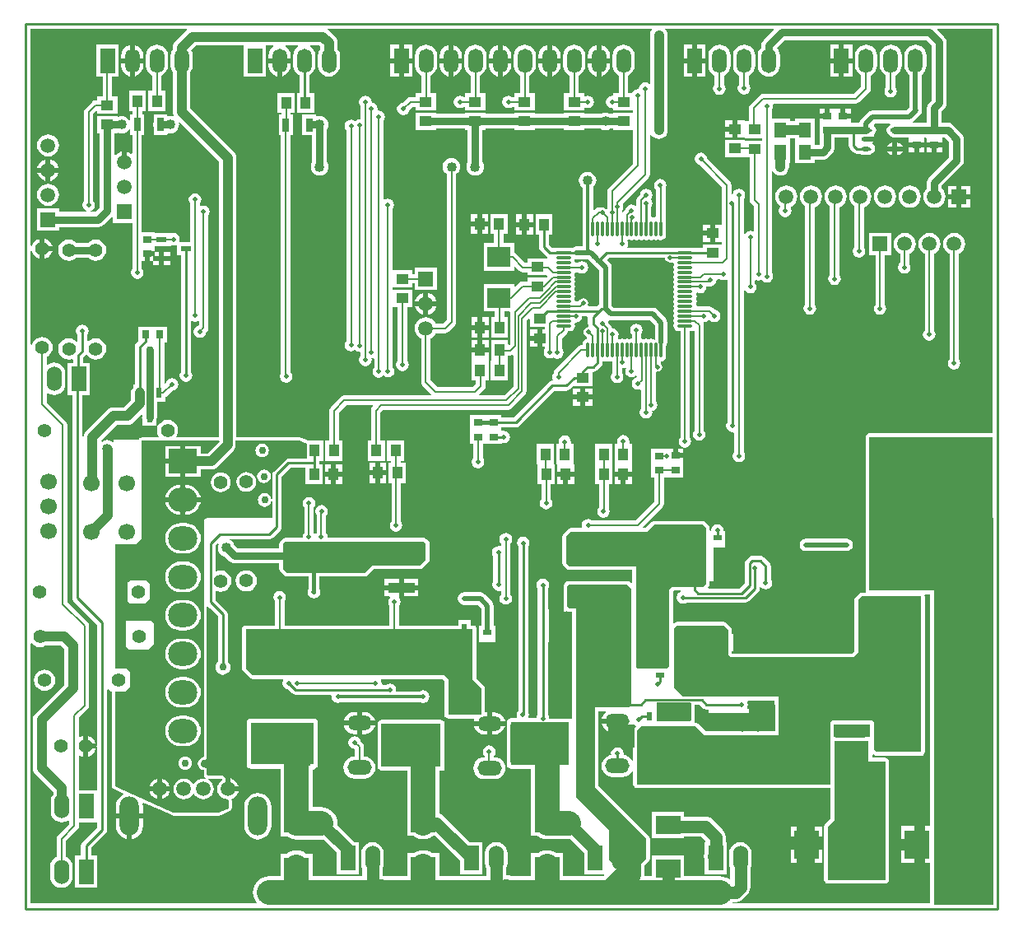
<source format=gtl>
%FSLAX25Y25*%
%MOIN*%
G70*
G01*
G75*
G04 Layer_Physical_Order=1*
G04 Layer_Color=255*
%ADD10R,0.03347X0.02756*%
%ADD11O,0.06299X0.01181*%
%ADD12R,0.06299X0.01181*%
%ADD13O,0.01181X0.06299*%
%ADD14R,0.05000X0.06000*%
%ADD15R,0.02756X0.03347*%
%ADD16R,0.05118X0.03937*%
%ADD17R,0.10630X0.03937*%
%ADD18R,0.03543X0.02126*%
%ADD19R,0.01969X0.06299*%
%ADD20R,0.14410X0.07874*%
%ADD21R,0.14410X0.09843*%
%ADD22R,0.21654X0.05630*%
%ADD23R,0.03937X0.10630*%
%ADD24R,0.20866X0.11024*%
%ADD25R,0.03937X0.05118*%
%ADD26R,0.09843X0.15748*%
%ADD27R,0.08661X0.07087*%
%ADD28O,0.09843X0.05906*%
%ADD29R,0.10000X0.07500*%
%ADD30R,0.02126X0.03543*%
%ADD31R,0.06299X0.01969*%
%ADD32R,0.07874X0.14410*%
%ADD33R,0.09843X0.14410*%
%ADD34R,0.02559X0.05315*%
%ADD35R,0.09449X0.08268*%
%ADD36O,0.03543X0.01969*%
%ADD37O,0.03543X0.01969*%
%ADD38R,0.03543X0.01969*%
%ADD39R,0.02362X0.03937*%
%ADD40R,0.03937X0.02362*%
%ADD41C,0.01000*%
%ADD42C,0.00800*%
%ADD43C,0.03000*%
%ADD44C,0.01500*%
%ADD45C,0.04000*%
%ADD46C,0.01200*%
%ADD47C,0.02000*%
%ADD48C,0.10000*%
%ADD49C,0.08000*%
%ADD50C,0.05000*%
%ADD51R,0.10571X0.09351*%
%ADD52R,0.10871X0.13938*%
%ADD53R,0.06400X0.08900*%
%ADD54R,0.08600X0.43171*%
%ADD55R,0.10722X0.08773*%
%ADD56R,0.28371X0.07471*%
%ADD57R,0.07400X0.15300*%
%ADD58R,0.44271X0.10500*%
%ADD59R,0.12367X0.05271*%
%ADD60R,0.10200X0.04900*%
%ADD61R,0.04000X0.18600*%
%ADD62R,0.18900X0.05200*%
%ADD63R,0.07300X0.29900*%
%ADD64R,0.24300X1.56600*%
%ADD65R,0.50200X0.62200*%
%ADD66R,0.24100X0.17400*%
%ADD67R,0.25624X0.17093*%
%ADD68R,0.23600X0.17400*%
%ADD69R,0.05906X0.05906*%
%ADD70C,0.05906*%
%ADD71O,0.06000X0.10000*%
%ADD72R,0.06000X0.10000*%
%ADD73O,0.11811X0.09843*%
%ADD74R,0.11811X0.09843*%
%ADD75O,0.05906X0.09843*%
%ADD76R,0.05906X0.09843*%
%ADD77R,0.09843X0.11811*%
%ADD78O,0.09843X0.11811*%
%ADD79R,0.05906X0.05906*%
%ADD80C,0.06693*%
%ADD81C,0.05500*%
%ADD82O,0.07874X0.15748*%
%ADD83C,0.05512*%
%ADD84C,0.03000*%
%ADD85C,0.02000*%
%ADD86C,0.04000*%
G36*
X366248Y-324894D02*
X362109D01*
Y-332301D01*
Y-339705D01*
X366248D01*
Y-356262D01*
X286427D01*
X286213Y-355810D01*
X286275Y-355734D01*
X287489D01*
X287489Y-355734D01*
X288533Y-355597D01*
X289507Y-355194D01*
X290342Y-354553D01*
X292330Y-352565D01*
X292971Y-351729D01*
X293374Y-350756D01*
X293512Y-349712D01*
X293512Y-349712D01*
X293512Y-349712D01*
Y-349712D01*
Y-341919D01*
X293861Y-341075D01*
X294016Y-339900D01*
Y-335900D01*
X293861Y-334725D01*
X293408Y-333631D01*
X292687Y-332691D01*
X291747Y-331969D01*
X290652Y-331516D01*
X289477Y-331361D01*
X288302Y-331516D01*
X287208Y-331969D01*
X286268Y-332691D01*
X285546Y-333631D01*
X285093Y-334725D01*
X284938Y-335900D01*
Y-339900D01*
X285093Y-341075D01*
X285443Y-341919D01*
Y-346207D01*
X284991Y-346421D01*
X284806Y-346269D01*
X283677Y-345666D01*
X282451Y-345294D01*
X281177Y-345169D01*
X266677D01*
Y-336750D01*
X253677D01*
Y-345169D01*
X251015D01*
X250679Y-344798D01*
X250709Y-344500D01*
Y-341031D01*
X252459Y-339281D01*
X252790Y-338785D01*
X252907Y-338200D01*
Y-329900D01*
X252790Y-329315D01*
X252459Y-328819D01*
X232007Y-308366D01*
Y-278329D01*
X234986D01*
X235147Y-278803D01*
X234539Y-279269D01*
X233825Y-280199D01*
X233377Y-281282D01*
X233355Y-281445D01*
X239684D01*
Y-282444D01*
X240683D01*
Y-286936D01*
X241652D01*
X242814Y-286783D01*
X243898Y-286334D01*
X244828Y-285620D01*
X245541Y-284690D01*
X245846Y-283956D01*
X246301Y-283652D01*
X246403Y-283621D01*
X247089Y-284079D01*
X247137Y-284577D01*
X246496Y-285219D01*
X246164Y-285715D01*
X246048Y-286300D01*
Y-298251D01*
X245557Y-298348D01*
X245541Y-298310D01*
X244828Y-297379D01*
X243898Y-296666D01*
X242814Y-296217D01*
X242465Y-296171D01*
X242174Y-295765D01*
X242226Y-295500D01*
X242032Y-294525D01*
X241480Y-293698D01*
X240653Y-293145D01*
X239677Y-292951D01*
X238702Y-293145D01*
X237875Y-293698D01*
X237322Y-294525D01*
X237128Y-295500D01*
X237181Y-295766D01*
X236890Y-296173D01*
X236553Y-296217D01*
X235469Y-296666D01*
X234539Y-297379D01*
X233825Y-298310D01*
X233377Y-299393D01*
X233224Y-300555D01*
X233377Y-301718D01*
X233825Y-302801D01*
X234539Y-303731D01*
X235469Y-304445D01*
X236553Y-304893D01*
X237715Y-305046D01*
X241652D01*
X242814Y-304893D01*
X243898Y-304445D01*
X244828Y-303731D01*
X245541Y-302801D01*
X245557Y-302762D01*
X246048Y-302860D01*
Y-308000D01*
X246164Y-308585D01*
X246496Y-309081D01*
X246992Y-309413D01*
X247577Y-309529D01*
X325877D01*
X326048Y-309669D01*
Y-321766D01*
X323896Y-323919D01*
X323564Y-324415D01*
X323448Y-325000D01*
Y-346700D01*
X323564Y-347285D01*
X323896Y-347781D01*
X324392Y-348113D01*
X324977Y-348229D01*
X348144D01*
X348437Y-348171D01*
X348726Y-348114D01*
X348728Y-348113D01*
X348729Y-348113D01*
X348978Y-347947D01*
X349223Y-347784D01*
X349224Y-347782D01*
X349225Y-347781D01*
X349391Y-347533D01*
X349556Y-347288D01*
X349556Y-347287D01*
X349557Y-347285D01*
X349615Y-346994D01*
X349673Y-346703D01*
X349707Y-330403D01*
X349706Y-330401D01*
X349707Y-330400D01*
Y-298700D01*
X349590Y-298115D01*
X349259Y-297619D01*
X348762Y-297287D01*
X348177Y-297171D01*
X342807D01*
Y-296021D01*
X343247Y-295785D01*
X343829Y-296172D01*
X343967Y-296230D01*
X344092Y-296313D01*
X344240Y-296342D01*
X344380Y-296400D01*
X344530Y-296400D01*
X344677Y-296429D01*
X362677D01*
X363263Y-296313D01*
X363759Y-295981D01*
X364090Y-295485D01*
X364207Y-294900D01*
Y-231900D01*
X364090Y-231315D01*
X364189Y-231129D01*
X366248D01*
Y-324894D01*
D02*
G37*
G36*
X65483Y-2513D02*
X65104Y-2804D01*
X60681Y-7227D01*
X60120Y-7958D01*
X59767Y-8809D01*
X59647Y-9723D01*
Y-10318D01*
X59288Y-10786D01*
X58839Y-11869D01*
X58686Y-13032D01*
Y-16969D01*
X58839Y-18131D01*
X59288Y-19214D01*
X59647Y-19682D01*
Y-35677D01*
X59767Y-36591D01*
X60019Y-37200D01*
X59666Y-37553D01*
X59514Y-37490D01*
X58600Y-37370D01*
X57781Y-37478D01*
X57406Y-37148D01*
Y-36643D01*
X51846D01*
Y-39671D01*
X51703Y-40017D01*
X51600Y-40800D01*
X51703Y-41583D01*
X51846Y-41929D01*
Y-44958D01*
X57406D01*
Y-44652D01*
X57781Y-44322D01*
X58600Y-44430D01*
X59514Y-44310D01*
X60365Y-43957D01*
X61096Y-43396D01*
X61657Y-42665D01*
X62010Y-41814D01*
X62130Y-40900D01*
X62038Y-40200D01*
X62486Y-39979D01*
X78370Y-55862D01*
Y-167566D01*
X61231D01*
X61010Y-167117D01*
X61218Y-166846D01*
X61646Y-165811D01*
X61793Y-164700D01*
X61646Y-163589D01*
X61218Y-162554D01*
X60535Y-161665D01*
X59646Y-160983D01*
X58611Y-160554D01*
X57500Y-160407D01*
X56389Y-160554D01*
X55354Y-160983D01*
X54465Y-161665D01*
X53782Y-162554D01*
X53354Y-163589D01*
X53207Y-164700D01*
X53354Y-165811D01*
X53782Y-166846D01*
X53990Y-167117D01*
X53769Y-167566D01*
X46977D01*
X46509Y-167659D01*
X46112Y-167924D01*
X45847Y-168321D01*
X45791Y-168600D01*
X35677D01*
Y-169195D01*
X35229Y-169416D01*
X34742Y-169043D01*
X33891Y-168690D01*
X32977Y-168570D01*
X32063Y-168690D01*
X31212Y-169043D01*
X30870Y-169305D01*
X30540Y-168929D01*
X37040Y-162430D01*
X41242D01*
X42155Y-162310D01*
X43007Y-161957D01*
X43738Y-161396D01*
X43738Y-161396D01*
X43738Y-161396D01*
X46715Y-158419D01*
X47177Y-158610D01*
Y-158964D01*
X47114Y-159442D01*
X47217Y-160226D01*
X47459Y-160809D01*
Y-162911D01*
X52821D01*
Y-160896D01*
X52824Y-160892D01*
X53126Y-160163D01*
X53229Y-159379D01*
Y-153068D01*
X56758D01*
Y-151178D01*
X57070Y-150970D01*
X59538Y-148502D01*
X60276Y-148355D01*
X61102Y-147802D01*
X61655Y-146976D01*
X61849Y-146000D01*
X61655Y-145025D01*
X61102Y-144198D01*
X60276Y-143645D01*
X59300Y-143451D01*
X58325Y-143645D01*
X57498Y-144198D01*
X56945Y-145025D01*
X56870Y-145404D01*
X56429Y-145640D01*
X56314Y-145593D01*
Y-130300D01*
Y-129800D01*
X56314Y-129800D01*
X56314Y-129800D01*
Y-129800D01*
Y-129073D01*
X57255D01*
Y-122727D01*
X51499D01*
D01*
D01*
X51499Y-122727D01*
X51350D01*
Y-122727D01*
X45594D01*
Y-128723D01*
X44761Y-129555D01*
X44319Y-130217D01*
X44164Y-130997D01*
Y-146132D01*
X43522D01*
Y-147345D01*
X43146Y-147835D01*
X42793Y-148686D01*
X42673Y-149600D01*
Y-152476D01*
X39779Y-155370D01*
X35577D01*
X34664Y-155490D01*
X33812Y-155843D01*
X33081Y-156404D01*
X24381Y-165104D01*
X23820Y-165835D01*
X23467Y-166686D01*
X23415Y-167081D01*
X22916Y-167048D01*
Y-150300D01*
X26077D01*
Y-137300D01*
X23216D01*
Y-135245D01*
X24372Y-134089D01*
X24502Y-134098D01*
X25221Y-134578D01*
X25342Y-134735D01*
X26231Y-135417D01*
X27266Y-135846D01*
X28377Y-135993D01*
X29488Y-135846D01*
X30523Y-135417D01*
X31413Y-134735D01*
X32095Y-133846D01*
X32524Y-132811D01*
X32670Y-131700D01*
X32524Y-130589D01*
X32095Y-129554D01*
X31413Y-128665D01*
X30523Y-127982D01*
X29488Y-127554D01*
X28377Y-127407D01*
X27266Y-127554D01*
X26231Y-127982D01*
X25465Y-128570D01*
X25016Y-128349D01*
Y-125848D01*
X25332Y-125375D01*
X25526Y-124400D01*
X25332Y-123424D01*
X24780Y-122598D01*
X23953Y-122045D01*
X22977Y-121851D01*
X22002Y-122045D01*
X21175Y-122598D01*
X20622Y-123424D01*
X20428Y-124400D01*
X20622Y-125375D01*
X20938Y-125848D01*
Y-128426D01*
X20490Y-128647D01*
X19624Y-127982D01*
X18588Y-127554D01*
X17477Y-127407D01*
X16366Y-127554D01*
X15331Y-127982D01*
X14442Y-128665D01*
X13760Y-129554D01*
X13331Y-130589D01*
X13185Y-131700D01*
X13331Y-132811D01*
X13760Y-133846D01*
X14442Y-134735D01*
X15331Y-135417D01*
X16366Y-135846D01*
X17477Y-135993D01*
X18588Y-135846D01*
X18722Y-135791D01*
X19138Y-136069D01*
Y-137300D01*
X17077D01*
Y-150300D01*
X18838D01*
Y-232500D01*
X18838Y-232500D01*
X18838D01*
X18993Y-233280D01*
X19435Y-233942D01*
X28938Y-243445D01*
Y-292379D01*
X28439Y-292412D01*
X28464Y-292600D01*
X28439Y-292788D01*
X28938Y-292821D01*
Y-310400D01*
X21637D01*
Y-296598D01*
X22053Y-296320D01*
X23068Y-296741D01*
X23177Y-296755D01*
Y-292601D01*
Y-288445D01*
X23068Y-288459D01*
X22053Y-288880D01*
X21637Y-288602D01*
Y-280902D01*
X25170Y-277370D01*
X25590Y-276741D01*
X25737Y-276000D01*
X25737Y-276000D01*
X25737Y-276000D01*
Y-276000D01*
Y-243900D01*
X25737Y-243900D01*
X25737Y-243900D01*
Y-243900D01*
X25737D01*
X25737Y-243900D01*
X25590Y-243159D01*
X25170Y-242530D01*
X16837Y-234198D01*
Y-162500D01*
X16690Y-161759D01*
X16270Y-161130D01*
X8614Y-153475D01*
Y-149764D01*
X9063Y-149543D01*
X9308Y-149731D01*
X10402Y-150184D01*
X11577Y-150339D01*
X12752Y-150184D01*
X13847Y-149731D01*
X14787Y-149009D01*
X15508Y-148069D01*
X15961Y-146975D01*
X16116Y-145800D01*
Y-141800D01*
X15961Y-140625D01*
X15508Y-139531D01*
X14787Y-138591D01*
X13847Y-137869D01*
X12752Y-137416D01*
X11577Y-137261D01*
X10402Y-137416D01*
X9308Y-137869D01*
X9063Y-138057D01*
X8614Y-137836D01*
Y-134904D01*
X8823Y-134818D01*
X9713Y-134135D01*
X10395Y-133246D01*
X10824Y-132211D01*
X10970Y-131100D01*
X10824Y-129989D01*
X10395Y-128954D01*
X9713Y-128065D01*
X8823Y-127383D01*
X7788Y-126954D01*
X6677Y-126807D01*
X5566Y-126954D01*
X4531Y-127383D01*
X3642Y-128065D01*
X2960Y-128954D01*
X2531Y-129989D01*
X2039Y-129924D01*
Y-92276D01*
X2531Y-92211D01*
X2960Y-93246D01*
X3642Y-94135D01*
X4531Y-94818D01*
X5566Y-95246D01*
X5677Y-95261D01*
Y-91101D01*
Y-86939D01*
X5566Y-86954D01*
X4531Y-87383D01*
X3642Y-88065D01*
X2960Y-88954D01*
X2531Y-89989D01*
X2039Y-89924D01*
Y-2039D01*
X65323D01*
X65483Y-2513D01*
D02*
G37*
G36*
X237100Y-120149D02*
X252944D01*
X254843Y-122048D01*
Y-127571D01*
X254843Y-127571D01*
Y-128108D01*
X254840Y-128104D01*
X254317Y-127754D01*
X254317Y-127754D01*
X254149Y-127642D01*
X253333Y-127480D01*
X252517Y-127642D01*
X252349Y-127754D01*
X252180Y-127642D01*
X251365Y-127480D01*
X250549Y-127642D01*
X250380Y-127754D01*
X250212Y-127642D01*
X249396Y-127480D01*
X249365Y-127454D01*
Y-125559D01*
X249755Y-124976D01*
X249949Y-124000D01*
X249755Y-123024D01*
X249202Y-122198D01*
X248376Y-121645D01*
X247400Y-121451D01*
X246425Y-121645D01*
X245598Y-122198D01*
X245045Y-123024D01*
X244851Y-124000D01*
X245045Y-124976D01*
X245490Y-125642D01*
Y-127454D01*
X245459Y-127480D01*
X244643Y-127642D01*
X244475Y-127754D01*
X244306Y-127642D01*
X243491Y-127480D01*
X242675Y-127642D01*
X242506Y-127754D01*
X242338Y-127642D01*
X241522Y-127480D01*
X240706Y-127642D01*
X240538Y-127754D01*
X240369Y-127642D01*
X240010Y-127570D01*
X239819Y-127109D01*
X239955Y-126905D01*
X240149Y-125930D01*
X239955Y-124954D01*
X239402Y-124127D01*
X238576Y-123575D01*
X237600Y-123381D01*
X237600Y-123381D01*
X237600Y-123381D01*
X237539Y-123340D01*
X237406Y-122675D01*
X236986Y-122047D01*
X236002Y-121062D01*
X235855Y-120325D01*
X235855Y-120325D01*
X235855D01*
X236209Y-119972D01*
X237100Y-120149D01*
D02*
G37*
G36*
X162077Y-210500D02*
Y-217000D01*
X159677Y-219400D01*
X140277D01*
X137277Y-222400D01*
X105877D01*
X104277Y-220800D01*
Y-210600D01*
X105077Y-209800D01*
X161377D01*
X162077Y-210500D01*
D02*
G37*
G36*
X275477Y-204200D02*
Y-226900D01*
X274377Y-228000D01*
X261977D01*
X260777Y-229200D01*
Y-260100D01*
X259877Y-261000D01*
X247677D01*
X247177Y-260500D01*
Y-219700D01*
X220277D01*
X218877Y-218300D01*
Y-207700D01*
X220777Y-205800D01*
X251677D01*
X254577Y-202900D01*
X274177D01*
X275477Y-204200D01*
D02*
G37*
G36*
X341948Y-288610D02*
X341561Y-288927D01*
X341277Y-288871D01*
X335209D01*
Y-288662D01*
X328665D01*
Y-288871D01*
X327577D01*
X327407Y-288731D01*
Y-283633D01*
X327411Y-283629D01*
X341948D01*
Y-288610D01*
D02*
G37*
G36*
X362677Y-294900D02*
X344677D01*
X343477Y-294100D01*
Y-282800D01*
X342777Y-282100D01*
X326777D01*
X325877Y-283000D01*
Y-308000D01*
X247577D01*
Y-286300D01*
X249377Y-284500D01*
X271377D01*
X274977Y-288100D01*
X304877D01*
Y-272600D01*
X266377D01*
X262677Y-268900D01*
Y-244900D01*
X263777Y-243800D01*
X282877D01*
X284577Y-245500D01*
Y-255700D01*
X285477Y-256600D01*
X335277D01*
X337177Y-254700D01*
Y-233500D01*
X338777Y-231900D01*
X362677D01*
Y-294900D01*
D02*
G37*
G36*
X303020Y-2501D02*
X298838Y-6683D01*
X298357Y-7310D01*
X298268Y-7524D01*
X298054Y-8040D01*
X297951Y-8823D01*
Y-9741D01*
X297801Y-9856D01*
X297088Y-10786D01*
X296639Y-11869D01*
X296486Y-13032D01*
Y-16969D01*
X296639Y-18131D01*
X297088Y-19214D01*
X297801Y-20144D01*
X298732Y-20858D01*
X299815Y-21307D01*
X300977Y-21460D01*
X302140Y-21307D01*
X303223Y-20858D01*
X304153Y-20144D01*
X304867Y-19214D01*
X305315Y-18131D01*
X305468Y-16969D01*
Y-13032D01*
X305315Y-11869D01*
X304867Y-10786D01*
X304184Y-9896D01*
X307453Y-6626D01*
X364730D01*
X366957Y-8853D01*
Y-30963D01*
X365960Y-31960D01*
X365479Y-32587D01*
X365391Y-32801D01*
X365177Y-33317D01*
X365074Y-34100D01*
Y-40169D01*
X361698D01*
X360938Y-40069D01*
X360155Y-40172D01*
X360149Y-40174D01*
X359608D01*
X359463Y-39696D01*
X359602Y-39602D01*
X359602Y-39602D01*
X359602Y-39602D01*
X362302Y-36902D01*
X362302Y-36902D01*
X362302Y-36902D01*
X362855Y-36075D01*
X363049Y-35100D01*
X363049Y-35100D01*
X363049Y-35100D01*
Y-35100D01*
X363049D01*
X363049Y-35100D01*
X362926Y-34483D01*
Y-20625D01*
X363553Y-20144D01*
X364267Y-19214D01*
X364715Y-18131D01*
X364868Y-16969D01*
Y-13032D01*
X364715Y-11869D01*
X364267Y-10786D01*
X363553Y-9856D01*
X362623Y-9142D01*
X361540Y-8693D01*
X360377Y-8540D01*
X359215Y-8693D01*
X358132Y-9142D01*
X357202Y-9856D01*
X356488Y-10786D01*
X356039Y-11869D01*
X355886Y-13032D01*
Y-16969D01*
X356039Y-18131D01*
X356488Y-19214D01*
X357202Y-20144D01*
X357828Y-20625D01*
Y-34167D01*
X356744Y-35251D01*
X342800D01*
X341825Y-35445D01*
X340998Y-35998D01*
X338498Y-38498D01*
X337945Y-39325D01*
X337776Y-40172D01*
X337775Y-40180D01*
X334234D01*
Y-40178D01*
X334234Y-39924D01*
X334234Y-39826D01*
X334234Y-39826D01*
X334234D01*
Y-38300D01*
X331060D01*
Y-37301D01*
X330061D01*
Y-34422D01*
X327934D01*
Y-34416D01*
X325761D01*
Y-37295D01*
X324762D01*
Y-38295D01*
X321587D01*
Y-39968D01*
X321587Y-39968D01*
X321587D01*
X321587Y-40172D01*
Y-40322D01*
D01*
D01*
X321587D01*
Y-46078D01*
X321735D01*
Y-48886D01*
X321547Y-49074D01*
X319761D01*
Y-47600D01*
Y-38600D01*
X311761D01*
Y-39470D01*
X309661D01*
Y-38500D01*
X302137D01*
Y-34901D01*
X302555Y-34275D01*
X302749Y-33300D01*
X302634Y-32724D01*
X302952Y-32337D01*
X336300D01*
X337041Y-32190D01*
X337670Y-31770D01*
X337670Y-31770D01*
X337670Y-31770D01*
X341747Y-27693D01*
X342167Y-27064D01*
X342314Y-26323D01*
X342314Y-26323D01*
X342314Y-26323D01*
Y-26323D01*
Y-20986D01*
X342623Y-20858D01*
X343553Y-20144D01*
X344267Y-19214D01*
X344715Y-18131D01*
X344868Y-16969D01*
Y-13032D01*
X344715Y-11869D01*
X344267Y-10786D01*
X343553Y-9856D01*
X342623Y-9142D01*
X341540Y-8693D01*
X340377Y-8540D01*
X339215Y-8693D01*
X338132Y-9142D01*
X337201Y-9856D01*
X336488Y-10786D01*
X336039Y-11869D01*
X335886Y-13032D01*
Y-16969D01*
X336039Y-18131D01*
X336488Y-19214D01*
X337201Y-20144D01*
X338132Y-20858D01*
X338440Y-20986D01*
Y-25520D01*
X335498Y-28463D01*
X298700D01*
X297959Y-28610D01*
X297330Y-29030D01*
X293530Y-32830D01*
X293110Y-33459D01*
X292963Y-34200D01*
Y-39432D01*
X291459D01*
Y-39232D01*
X288400D01*
Y-42701D01*
Y-46169D01*
X291141D01*
Y-46369D01*
X298263D01*
Y-47306D01*
X291459D01*
Y-47106D01*
X283341D01*
Y-54043D01*
X291141D01*
Y-54242D01*
X293263D01*
Y-71400D01*
X293263Y-71400D01*
X293263D01*
X293410Y-72141D01*
X293830Y-72770D01*
X294863Y-73802D01*
Y-83828D01*
X294475Y-84145D01*
X293500Y-83951D01*
X292525Y-84145D01*
X291698Y-84698D01*
X291316Y-85269D01*
X290837Y-85124D01*
Y-71001D01*
X291255Y-70376D01*
X291449Y-69400D01*
X291255Y-68424D01*
X290702Y-67598D01*
X289876Y-67045D01*
X288900Y-66851D01*
X287925Y-67045D01*
X287098Y-67598D01*
X286545Y-68424D01*
X286435Y-68979D01*
X285937Y-68930D01*
Y-65300D01*
X285790Y-64559D01*
X285370Y-63930D01*
X276002Y-54562D01*
X275855Y-53825D01*
X275302Y-52998D01*
X274476Y-52445D01*
X273500Y-52251D01*
X272524Y-52445D01*
X271698Y-52998D01*
X271145Y-53825D01*
X270951Y-54800D01*
X271145Y-55775D01*
X271698Y-56602D01*
X272524Y-57155D01*
X273262Y-57302D01*
X282063Y-66102D01*
Y-81432D01*
X279300D01*
Y-84901D01*
Y-88368D01*
X282063D01*
Y-89306D01*
X274241D01*
Y-90761D01*
X270136D01*
X269672Y-90668D01*
X264554D01*
X264089Y-90761D01*
X244000D01*
X243764Y-90320D01*
X243877Y-90151D01*
X244071Y-89176D01*
X243877Y-88200D01*
X243756Y-88019D01*
X243947Y-87557D01*
X244306Y-87486D01*
X244475Y-87373D01*
X244643Y-87486D01*
X245459Y-87648D01*
X246275Y-87486D01*
X246443Y-87373D01*
X246612Y-87486D01*
X247428Y-87648D01*
X248243Y-87486D01*
X248412Y-87373D01*
X248580Y-87486D01*
X249396Y-87648D01*
X250212Y-87486D01*
X250380Y-87373D01*
X250549Y-87486D01*
X251365Y-87648D01*
X252180Y-87486D01*
X252349Y-87373D01*
X252517Y-87486D01*
X253333Y-87648D01*
X254149Y-87486D01*
X254317Y-87373D01*
X254486Y-87486D01*
X255302Y-87648D01*
X256117Y-87486D01*
X256286Y-87373D01*
X256454Y-87486D01*
X257270Y-87648D01*
X258086Y-87486D01*
X258777Y-87024D01*
X259239Y-86332D01*
X259402Y-85517D01*
Y-80398D01*
X259239Y-79583D01*
X259207Y-79535D01*
Y-66846D01*
X259455Y-66475D01*
X259649Y-65500D01*
X259455Y-64525D01*
X258902Y-63698D01*
X258075Y-63145D01*
X257100Y-62951D01*
X256124Y-63145D01*
X255298Y-63698D01*
X254745Y-64525D01*
X254551Y-65500D01*
X254745Y-66475D01*
X255298Y-67302D01*
X255333Y-67326D01*
Y-78241D01*
X255302Y-78267D01*
X254486Y-78429D01*
X254317Y-78542D01*
X254149Y-78429D01*
X253404Y-78281D01*
Y-74283D01*
X253719Y-73811D01*
X253914Y-72835D01*
X253719Y-71860D01*
X253241Y-71144D01*
X253755Y-70376D01*
X253949Y-69400D01*
X253755Y-68424D01*
X253202Y-67598D01*
X252376Y-67045D01*
X251400Y-66851D01*
X250425Y-67045D01*
X249598Y-67598D01*
X249045Y-68424D01*
X248898Y-69162D01*
X248026Y-70034D01*
X247606Y-70663D01*
X247459Y-71404D01*
Y-73705D01*
X247018Y-73941D01*
X246275Y-73445D01*
X245300Y-73251D01*
X244324Y-73445D01*
X243498Y-73998D01*
X242945Y-74825D01*
X242798Y-75562D01*
X242121Y-76240D01*
X241969Y-76466D01*
X241491Y-76321D01*
Y-75801D01*
X241909Y-75175D01*
X242103Y-74200D01*
X241909Y-73225D01*
X241811Y-73079D01*
X252370Y-62520D01*
X252790Y-61892D01*
X252937Y-61150D01*
Y-45026D01*
X253428Y-44929D01*
X253443Y-44965D01*
X254004Y-45696D01*
X254735Y-46257D01*
X255586Y-46610D01*
X256500Y-46730D01*
X257414Y-46610D01*
X258265Y-46257D01*
X258996Y-45696D01*
X259557Y-44965D01*
X259910Y-44114D01*
X260030Y-43200D01*
Y-4700D01*
X259910Y-3786D01*
X259557Y-2935D01*
X258996Y-2204D01*
X259052Y-2039D01*
X302828D01*
X303020Y-2501D01*
D02*
G37*
G36*
X303348Y-277536D02*
X298477D01*
Y-281006D01*
Y-284473D01*
X303348D01*
Y-286571D01*
X275611D01*
X272459Y-283419D01*
X271962Y-283087D01*
X271377Y-282971D01*
X271096D01*
X270861Y-282530D01*
X270890Y-282485D01*
X271007Y-281900D01*
Y-275939D01*
X273032D01*
X274235Y-277142D01*
X274235Y-277142D01*
X274632Y-277407D01*
X274897Y-277584D01*
X275677Y-277739D01*
X276662D01*
Y-280005D01*
X283478D01*
Y-281004D01*
X284477D01*
Y-284473D01*
X290292D01*
Y-284473D01*
X290292D01*
X290292Y-284473D01*
X290662D01*
Y-284473D01*
X296477D01*
Y-281006D01*
Y-277536D01*
X292387D01*
X292152Y-277095D01*
X292432Y-276676D01*
X292626Y-275700D01*
X292432Y-274725D01*
X292329Y-274570D01*
X292565Y-274129D01*
X303348D01*
Y-277536D01*
D02*
G37*
G36*
X391662Y-165871D02*
X341677D01*
X341092Y-165987D01*
X340596Y-166319D01*
X340264Y-166815D01*
X340148Y-167400D01*
Y-229600D01*
X340224Y-229984D01*
X339907Y-230371D01*
X338777D01*
X338192Y-230487D01*
X337696Y-230819D01*
X336096Y-232419D01*
X335764Y-232915D01*
X335648Y-233500D01*
Y-254066D01*
X334644Y-255071D01*
X286111D01*
X286107Y-255066D01*
Y-253973D01*
X291077D01*
Y-250506D01*
Y-247036D01*
X286107D01*
Y-245500D01*
X285990Y-244915D01*
X285659Y-244419D01*
X283959Y-242719D01*
X283463Y-242387D01*
X282877Y-242271D01*
X263777D01*
X263289Y-242368D01*
X263192Y-242387D01*
X262748Y-242684D01*
X262307Y-242448D01*
Y-229834D01*
X262611Y-229529D01*
X265244D01*
X265293Y-230027D01*
X265202Y-230045D01*
X264375Y-230598D01*
X263822Y-231424D01*
X263628Y-232400D01*
X263822Y-233376D01*
X264375Y-234202D01*
X265202Y-234755D01*
X266177Y-234949D01*
X267153Y-234755D01*
X267625Y-234439D01*
X291677D01*
X292458Y-234284D01*
X293119Y-233842D01*
X296719Y-230242D01*
X297161Y-229580D01*
X297316Y-228800D01*
X297316Y-228800D01*
X297316Y-228800D01*
Y-228800D01*
Y-228178D01*
X297795Y-228033D01*
X297975Y-228302D01*
X298802Y-228855D01*
X299777Y-229049D01*
X300753Y-228855D01*
X301580Y-228302D01*
X302132Y-227476D01*
X302326Y-226500D01*
X302132Y-225524D01*
X301816Y-225052D01*
Y-219700D01*
X301661Y-218920D01*
X301219Y-218258D01*
X298919Y-215958D01*
X298258Y-215516D01*
X297477Y-215361D01*
X294277D01*
X293497Y-215516D01*
X292835Y-215958D01*
X291835Y-216958D01*
X291393Y-217620D01*
X291238Y-218400D01*
Y-226455D01*
X289033Y-228661D01*
X276533D01*
X276341Y-228199D01*
X276559Y-227981D01*
X276890Y-227485D01*
X277007Y-226900D01*
Y-225725D01*
X279137D01*
Y-223161D01*
X280136D01*
Y-222162D01*
X283409D01*
Y-220725D01*
Y-219162D01*
X280136D01*
Y-217162D01*
X283409D01*
Y-215725D01*
Y-214162D01*
X280136D01*
Y-212162D01*
X283409D01*
Y-210725D01*
Y-205599D01*
X283041D01*
X282724Y-205213D01*
X282726Y-205200D01*
X282532Y-204224D01*
X281980Y-203398D01*
X281153Y-202845D01*
X280177Y-202651D01*
X279202Y-202845D01*
X278375Y-203398D01*
X277822Y-204224D01*
X277628Y-205200D01*
X277631Y-205213D01*
X277477Y-205400D01*
X277007Y-205231D01*
Y-204200D01*
X276890Y-203615D01*
X276559Y-203119D01*
X275259Y-201819D01*
X274763Y-201487D01*
X274177Y-201371D01*
X254577D01*
X253992Y-201487D01*
X253496Y-201819D01*
X251044Y-204271D01*
X250022D01*
X249831Y-203809D01*
X257970Y-195670D01*
X258390Y-195041D01*
X258537Y-194300D01*
X258537Y-194300D01*
X258537Y-194300D01*
Y-194300D01*
Y-183783D01*
X259773D01*
Y-183678D01*
X260027D01*
Y-183678D01*
X266373D01*
Y-178126D01*
X266373Y-178126D01*
D01*
D01*
X266373Y-177922D01*
Y-177906D01*
Y-177847D01*
X266373Y-177772D01*
X266373Y-177568D01*
X266373Y-177568D01*
X266373D01*
Y-175894D01*
X263199D01*
Y-174896D01*
X262228D01*
X262200Y-174753D01*
Y-172017D01*
X260027D01*
Y-172122D01*
X259773D01*
Y-172122D01*
X253427D01*
Y-177674D01*
X253427Y-177674D01*
X253427D01*
X253427Y-177878D01*
Y-178028D01*
D01*
D01*
X253427D01*
Y-183783D01*
X254663D01*
Y-193498D01*
X247098Y-201063D01*
X229401D01*
X228776Y-200645D01*
X227800Y-200451D01*
X226825Y-200645D01*
X225998Y-201198D01*
X225445Y-202025D01*
X225251Y-203000D01*
X225427Y-203884D01*
X225110Y-204271D01*
X220777D01*
X220192Y-204387D01*
X219696Y-204719D01*
X217796Y-206619D01*
X217464Y-207115D01*
X217348Y-207700D01*
Y-218300D01*
X217464Y-218885D01*
X217796Y-219381D01*
X219196Y-220781D01*
X219692Y-221113D01*
X220277Y-221229D01*
X245648D01*
Y-226254D01*
X245186Y-226446D01*
X244859Y-226119D01*
X244362Y-225787D01*
X243777Y-225671D01*
X219877D01*
X219292Y-225787D01*
X218796Y-226119D01*
X218296Y-226619D01*
X217964Y-227115D01*
X217848Y-227700D01*
Y-235900D01*
X217964Y-236485D01*
X218004Y-236544D01*
X217768Y-236985D01*
X216282D01*
Y-242800D01*
X218750D01*
Y-238081D01*
X219191Y-237845D01*
X219592Y-238113D01*
X220177Y-238229D01*
X221348D01*
Y-281536D01*
X221302D01*
Y-281536D01*
X220885D01*
X220662Y-281387D01*
X220077Y-281271D01*
X212020D01*
X211832Y-280325D01*
X211516Y-279852D01*
Y-250615D01*
X211813D01*
Y-250615D01*
X212213Y-250615D01*
Y-256300D01*
X219150D01*
Y-250485D01*
X218750D01*
Y-244800D01*
X215281D01*
Y-243801D01*
X214282D01*
Y-236985D01*
X211813D01*
D01*
X211813D01*
X211516Y-236688D01*
Y-228748D01*
X211832Y-228275D01*
X212026Y-227300D01*
X211832Y-226325D01*
X211280Y-225498D01*
X210453Y-224945D01*
X209477Y-224751D01*
X208502Y-224945D01*
X207675Y-225498D01*
X207122Y-226325D01*
X206928Y-227300D01*
X207122Y-228275D01*
X207438Y-228748D01*
Y-279852D01*
X207122Y-280325D01*
X206934Y-281271D01*
X203943D01*
X203732Y-280875D01*
X203926Y-279900D01*
X203732Y-278924D01*
X203616Y-278751D01*
Y-211748D01*
X203932Y-211276D01*
X204126Y-210300D01*
X203932Y-209325D01*
X203380Y-208498D01*
X202553Y-207945D01*
X201577Y-207751D01*
X200602Y-207945D01*
X199775Y-208498D01*
X199222Y-209325D01*
X199028Y-210300D01*
X199222Y-211276D01*
X199538Y-211748D01*
Y-278153D01*
X199022Y-278924D01*
X198828Y-279900D01*
X199022Y-280875D01*
X198811Y-281271D01*
X196477D01*
X195892Y-281387D01*
X195396Y-281719D01*
X195124Y-282126D01*
X194876D01*
Y-300874D01*
X195124D01*
X195396Y-301281D01*
X195892Y-301613D01*
X196477Y-301729D01*
X204643D01*
Y-323700D01*
X204674Y-324019D01*
Y-328950D01*
X207326D01*
X207546Y-329131D01*
X208675Y-329734D01*
X209900Y-330106D01*
X211174Y-330231D01*
X219987D01*
X220738Y-330157D01*
X226277Y-335696D01*
Y-344450D01*
X234337D01*
X234462Y-344753D01*
X234185Y-345169D01*
X217706D01*
Y-341200D01*
X217674Y-340881D01*
Y-335950D01*
X215023D01*
X214803Y-335769D01*
X213674Y-335166D01*
X212449Y-334794D01*
X211174Y-334669D01*
X209900Y-334794D01*
X208675Y-335166D01*
X207546Y-335769D01*
X207326Y-335950D01*
X204674D01*
Y-340881D01*
X204643Y-341200D01*
Y-345169D01*
X196856D01*
X195951Y-344894D01*
X194677Y-344769D01*
X194662Y-344755D01*
Y-341969D01*
X195011Y-341125D01*
X195166Y-339950D01*
Y-335950D01*
X195011Y-334775D01*
X194558Y-333681D01*
X193837Y-332741D01*
X192897Y-332019D01*
X191802Y-331566D01*
X190627Y-331411D01*
X189453Y-331566D01*
X188358Y-332019D01*
X187418Y-332741D01*
X186697Y-333681D01*
X186243Y-334775D01*
X186088Y-335950D01*
Y-339950D01*
X186243Y-341125D01*
X186593Y-341969D01*
Y-345169D01*
X167557D01*
Y-341200D01*
X167526Y-340881D01*
Y-335950D01*
X164875D01*
X164655Y-335769D01*
X163525Y-335166D01*
X162300Y-334794D01*
X161026Y-334669D01*
X159752Y-334794D01*
X158526Y-335166D01*
X157397Y-335769D01*
X157177Y-335950D01*
X154526D01*
Y-340881D01*
X154494Y-341200D01*
Y-345169D01*
X145497D01*
X145251Y-345094D01*
X144512Y-345021D01*
Y-341969D01*
X144861Y-341125D01*
X145016Y-339950D01*
Y-335950D01*
X144861Y-334775D01*
X144408Y-333681D01*
X143687Y-332741D01*
X142747Y-332019D01*
X141652Y-331566D01*
X140477Y-331411D01*
X139303Y-331566D01*
X138208Y-332019D01*
X137268Y-332741D01*
X136547Y-333681D01*
X136093Y-334775D01*
X135938Y-335950D01*
Y-339950D01*
X136093Y-341125D01*
X136443Y-341969D01*
Y-345169D01*
X116209D01*
Y-341300D01*
X116177Y-340981D01*
Y-336050D01*
X113526D01*
X113306Y-335869D01*
X112177Y-335266D01*
X110951Y-334894D01*
X109677Y-334769D01*
X108403Y-334894D01*
X107178Y-335266D01*
X106049Y-335869D01*
X105828Y-336050D01*
X103177D01*
Y-340981D01*
X103146Y-341300D01*
Y-345169D01*
X98577D01*
X97303Y-345294D01*
X96078Y-345666D01*
X94949Y-346269D01*
X93959Y-347082D01*
X93147Y-348071D01*
X92543Y-349201D01*
X92171Y-350426D01*
X92046Y-351700D01*
X92171Y-352974D01*
X92543Y-354200D01*
X93147Y-355329D01*
X93541Y-355810D01*
X93327Y-356262D01*
X2039D01*
Y-250967D01*
X2513Y-250806D01*
X2842Y-251235D01*
X3731Y-251918D01*
X4766Y-252346D01*
X5877Y-252493D01*
X6988Y-252346D01*
X8023Y-251918D01*
X8398Y-251630D01*
X14215D01*
X15747Y-253162D01*
Y-267638D01*
X3981Y-279404D01*
X3420Y-280135D01*
X3067Y-280986D01*
X2947Y-281900D01*
Y-301400D01*
X2947Y-301400D01*
X2947D01*
X3067Y-302314D01*
X3420Y-303165D01*
X3981Y-303896D01*
X11147Y-311062D01*
Y-312109D01*
X10746Y-312631D01*
X10293Y-313725D01*
X10138Y-314900D01*
Y-318900D01*
X10293Y-320075D01*
X10746Y-321169D01*
X11468Y-322109D01*
X12408Y-322831D01*
X13502Y-323284D01*
X14677Y-323439D01*
X15852Y-323284D01*
X16947Y-322831D01*
X17314Y-322549D01*
X17763Y-322770D01*
Y-323998D01*
X13107Y-328653D01*
X12687Y-329281D01*
X12540Y-330023D01*
Y-337332D01*
X12208Y-337469D01*
X11268Y-338191D01*
X10547Y-339131D01*
X10093Y-340225D01*
X9938Y-341400D01*
Y-345400D01*
X10093Y-346575D01*
X10547Y-347669D01*
X11268Y-348609D01*
X12208Y-349331D01*
X13302Y-349784D01*
X14477Y-349939D01*
X15652Y-349784D01*
X16747Y-349331D01*
X17687Y-348609D01*
X18408Y-347669D01*
X18861Y-346575D01*
X19016Y-345400D01*
Y-341400D01*
X18861Y-340225D01*
X18408Y-339131D01*
X17687Y-338191D01*
X16747Y-337469D01*
X16414Y-337332D01*
Y-330825D01*
X21070Y-326170D01*
X21490Y-325541D01*
X21637Y-324800D01*
Y-323400D01*
X28938D01*
Y-325455D01*
X23035Y-331358D01*
X22593Y-332020D01*
X22438Y-332800D01*
Y-336900D01*
X19977D01*
Y-349900D01*
X28977D01*
Y-336900D01*
X26516D01*
Y-333645D01*
X32419Y-327742D01*
X32861Y-327080D01*
X33016Y-326300D01*
Y-269770D01*
X33478Y-269578D01*
X34300Y-270400D01*
X34977D01*
Y-308768D01*
X35019Y-308984D01*
X35056Y-309202D01*
X35066Y-309218D01*
X35070Y-309236D01*
X35192Y-309420D01*
X35309Y-309606D01*
X35324Y-309617D01*
X35335Y-309633D01*
X35518Y-309756D01*
X35697Y-309884D01*
X39585Y-311635D01*
X39577Y-312135D01*
X39331Y-312237D01*
X38195Y-313109D01*
X37323Y-314245D01*
X36775Y-315567D01*
X36588Y-316987D01*
Y-319924D01*
X47556D01*
Y-316987D01*
X47377Y-315626D01*
X47779Y-315328D01*
X54939Y-318554D01*
X59291Y-320515D01*
X59310Y-320520D01*
X59326Y-320530D01*
X59542Y-320573D01*
X59757Y-320623D01*
X59776Y-320620D01*
X59794Y-320623D01*
X78349D01*
X78368Y-320620D01*
X78386Y-320623D01*
X78601Y-320573D01*
X78817Y-320530D01*
X78833Y-320520D01*
X78851Y-320515D01*
X79310Y-320309D01*
X79310Y-320309D01*
X82746Y-318761D01*
X82925Y-318633D01*
X83108Y-318510D01*
X83119Y-318495D01*
X83134Y-318483D01*
X83251Y-318297D01*
X83373Y-318113D01*
X83377Y-318095D01*
X83387Y-318079D01*
X83424Y-317861D01*
X83467Y-317645D01*
Y-314414D01*
X83459Y-314374D01*
X83464Y-314334D01*
X83412Y-314142D01*
X83399Y-314072D01*
X84082Y-313790D01*
X85012Y-313076D01*
X85726Y-312146D01*
X86174Y-311062D01*
X86196Y-310900D01*
X81835D01*
Y-309901D01*
X80836D01*
Y-306907D01*
X80838Y-306904D01*
X80968Y-306715D01*
X80970Y-306706D01*
X80976Y-306698D01*
X81020Y-306473D01*
X81069Y-306249D01*
X81072Y-306047D01*
X81071Y-306042D01*
X81072Y-306037D01*
X81028Y-305808D01*
X80986Y-305577D01*
X80983Y-305573D01*
X80982Y-305568D01*
X80954Y-305525D01*
X80954Y-305525D01*
X80853Y-305372D01*
X80726Y-305176D01*
X80723Y-305173D01*
X80720Y-305169D01*
X80369Y-304813D01*
X80365Y-304810D01*
X80362Y-304806D01*
X80168Y-304677D01*
X79974Y-304545D01*
X79970Y-304544D01*
X79966Y-304541D01*
X79736Y-304496D01*
X79507Y-304448D01*
X79502Y-304449D01*
X79497Y-304448D01*
X73919D01*
X73874Y-304457D01*
X73820Y-304394D01*
X73686Y-304325D01*
X73563Y-304237D01*
X73387Y-304158D01*
Y-302279D01*
X73356Y-302122D01*
X73346Y-301962D01*
X73310Y-301890D01*
X73294Y-301811D01*
X73205Y-301678D01*
X73135Y-301534D01*
X73074Y-301481D01*
X73029Y-301414D01*
X72896Y-301325D01*
X72776Y-301220D01*
X72699Y-301193D01*
X72632Y-301149D01*
X72475Y-301117D01*
X72324Y-301066D01*
X72115Y-301039D01*
X71755Y-300890D01*
X71447Y-300653D01*
X71210Y-300345D01*
X71061Y-299985D01*
X71011Y-299600D01*
X71061Y-299215D01*
X71210Y-298855D01*
X71447Y-298547D01*
X71755Y-298310D01*
X72115Y-298162D01*
X72324Y-298134D01*
X72475Y-298082D01*
X72632Y-298051D01*
X72699Y-298007D01*
X72776Y-297980D01*
X72896Y-297875D01*
X73029Y-297786D01*
X73074Y-297719D01*
X73135Y-297666D01*
X73205Y-297522D01*
X73294Y-297389D01*
X73310Y-297310D01*
X73346Y-297238D01*
X73356Y-297078D01*
X73387Y-296921D01*
Y-236147D01*
X73849Y-235956D01*
X74747Y-236853D01*
X74747D01*
X74747Y-236853D01*
X77838Y-239945D01*
Y-258383D01*
X77738Y-258460D01*
X77257Y-259087D01*
X76954Y-259817D01*
X76851Y-260600D01*
X76954Y-261383D01*
X77257Y-262113D01*
X77738Y-262740D01*
X78364Y-263221D01*
X79094Y-263523D01*
X79877Y-263626D01*
X80660Y-263523D01*
X81390Y-263221D01*
X82017Y-262740D01*
X82498Y-262113D01*
X82800Y-261383D01*
X82903Y-260600D01*
X82800Y-259817D01*
X82498Y-259087D01*
X82017Y-258460D01*
X81916Y-258383D01*
Y-239100D01*
X81761Y-238320D01*
X81319Y-237658D01*
X77631Y-233969D01*
X77039Y-233378D01*
Y-229912D01*
X77455Y-229635D01*
X77966Y-229846D01*
X79077Y-229993D01*
X80188Y-229846D01*
X81223Y-229417D01*
X82112Y-228735D01*
X82795Y-227846D01*
X83224Y-226811D01*
X83370Y-225700D01*
X83224Y-224589D01*
X82795Y-223554D01*
X82112Y-222665D01*
X81223Y-221983D01*
X80188Y-221554D01*
X79077Y-221407D01*
X77966Y-221554D01*
X77455Y-221765D01*
X77039Y-221488D01*
Y-211245D01*
X77768Y-210515D01*
X78184Y-210793D01*
X77967Y-211317D01*
X77847Y-212230D01*
X77967Y-213144D01*
X78320Y-213995D01*
X78881Y-214726D01*
X79612Y-215288D01*
X80463Y-215640D01*
X80515Y-215647D01*
X82543Y-217676D01*
X83170Y-218157D01*
X83900Y-218459D01*
X83900Y-218459D01*
X83900Y-218459D01*
D01*
X83900Y-218459D01*
X83900Y-218459D01*
X84683Y-218562D01*
X102748D01*
Y-220800D01*
X102864Y-221385D01*
X103196Y-221881D01*
X104796Y-223481D01*
X105292Y-223813D01*
X105877Y-223929D01*
X114483D01*
Y-229133D01*
X114422Y-229224D01*
X114228Y-230200D01*
X114422Y-231175D01*
X114975Y-232002D01*
X115802Y-232555D01*
X116777Y-232749D01*
X117753Y-232555D01*
X118580Y-232002D01*
X119132Y-231175D01*
X119326Y-230200D01*
X119132Y-229224D01*
X119071Y-229133D01*
Y-223929D01*
X137277D01*
X137863Y-223813D01*
X138359Y-223481D01*
X140911Y-220929D01*
X159677D01*
X160263Y-220813D01*
X160759Y-220481D01*
X163159Y-218081D01*
X163490Y-217585D01*
X163607Y-217000D01*
Y-210500D01*
X163490Y-209915D01*
X163159Y-209419D01*
X162459Y-208719D01*
X161962Y-208387D01*
X161377Y-208271D01*
X122607D01*
X122290Y-207884D01*
X122326Y-207700D01*
X122132Y-206725D01*
X121714Y-206099D01*
Y-199250D01*
X122232Y-198476D01*
X122426Y-197500D01*
X122232Y-196525D01*
X121680Y-195698D01*
X120853Y-195145D01*
X119877Y-194951D01*
X118902Y-195145D01*
X118075Y-195698D01*
X117522Y-196525D01*
X117328Y-197500D01*
X117522Y-198476D01*
X117840Y-198951D01*
Y-206099D01*
X117527Y-206568D01*
X117027D01*
X116714Y-206099D01*
Y-195801D01*
X117132Y-195176D01*
X117326Y-194200D01*
X117132Y-193225D01*
X116580Y-192398D01*
X115753Y-191845D01*
X114777Y-191651D01*
X113802Y-191845D01*
X112975Y-192398D01*
X112422Y-193225D01*
X112228Y-194200D01*
X112422Y-195176D01*
X112840Y-195801D01*
Y-206099D01*
X112422Y-206725D01*
X112228Y-207700D01*
X112265Y-207884D01*
X111948Y-208271D01*
X105077D01*
X104492Y-208387D01*
X103996Y-208719D01*
X103196Y-209519D01*
X102864Y-210015D01*
X102748Y-210600D01*
Y-212510D01*
X85936D01*
X84794Y-211368D01*
X84787Y-211317D01*
X84434Y-210465D01*
X83873Y-209734D01*
X83142Y-209173D01*
X82330Y-208837D01*
Y-208837D01*
X82330D01*
X82291Y-208820D01*
Y-208820D01*
X82296Y-208739D01*
X98700D01*
X99480Y-208584D01*
X100142Y-208142D01*
X103142Y-205142D01*
X103584Y-204480D01*
X103739Y-203700D01*
X103739Y-203700D01*
X103739Y-203700D01*
Y-203700D01*
Y-183445D01*
X107245Y-179939D01*
X113357D01*
Y-186459D01*
X120294D01*
Y-178341D01*
X119065D01*
Y-176959D01*
X120494D01*
Y-168841D01*
X114174D01*
X112870Y-168253D01*
X112870Y-168253D01*
X111583Y-167674D01*
X111565Y-167669D01*
X111549Y-167659D01*
X111333Y-167616D01*
X111118Y-167566D01*
X111099Y-167569D01*
X111081Y-167566D01*
X85430D01*
Y-54400D01*
X85310Y-53486D01*
X84957Y-52635D01*
X84396Y-51904D01*
X66707Y-34215D01*
Y-19682D01*
X67067Y-19214D01*
X67515Y-18131D01*
X67668Y-16969D01*
Y-13032D01*
X67515Y-11869D01*
X67078Y-10814D01*
X69062Y-8830D01*
X88424D01*
Y-21421D01*
X97330D01*
Y-8830D01*
X100260D01*
X100421Y-9304D01*
X99701Y-9856D01*
X98988Y-10786D01*
X98539Y-11869D01*
X98386Y-13032D01*
Y-14000D01*
X107368D01*
Y-13032D01*
X107215Y-11869D01*
X106767Y-10786D01*
X106053Y-9856D01*
X105123Y-9142D01*
X105185Y-8830D01*
X110260D01*
X110421Y-9304D01*
X109702Y-9856D01*
X108988Y-10786D01*
X108539Y-11869D01*
X108386Y-13032D01*
Y-16969D01*
X108539Y-18131D01*
X108988Y-19214D01*
X109702Y-20144D01*
X110632Y-20858D01*
X110838Y-20944D01*
Y-28041D01*
X109932D01*
Y-36159D01*
X116868D01*
Y-28041D01*
X114916D01*
Y-20944D01*
X115123Y-20858D01*
X116053Y-20144D01*
X116767Y-19214D01*
X117215Y-18131D01*
X117368Y-16969D01*
Y-13032D01*
X117215Y-11869D01*
X116767Y-10786D01*
X116053Y-9856D01*
X115123Y-9142D01*
X115185Y-8830D01*
X118938D01*
X119347Y-9240D01*
Y-10318D01*
X118988Y-10786D01*
X118539Y-11869D01*
X118386Y-13032D01*
Y-16969D01*
X118539Y-18131D01*
X118988Y-19214D01*
X119702Y-20144D01*
X120632Y-20858D01*
X121715Y-21307D01*
X122877Y-21460D01*
X124040Y-21307D01*
X125123Y-20858D01*
X126053Y-20144D01*
X126767Y-19214D01*
X127215Y-18131D01*
X127368Y-16969D01*
Y-13032D01*
X127215Y-11869D01*
X126767Y-10786D01*
X126407Y-10318D01*
Y-7777D01*
X126287Y-6864D01*
X125934Y-6012D01*
X125373Y-5281D01*
X122896Y-2804D01*
X122165Y-2243D01*
X122206Y-2039D01*
X253565D01*
X253786Y-2488D01*
X253443Y-2935D01*
X253090Y-3786D01*
X252970Y-4700D01*
Y-24079D01*
X252529Y-24315D01*
X251975Y-23945D01*
X251000Y-23751D01*
X250025Y-23945D01*
X249198Y-24498D01*
X248645Y-25324D01*
X248451Y-26300D01*
X248250Y-26501D01*
X248000Y-26451D01*
X247024Y-26645D01*
X246198Y-27198D01*
X245645Y-28025D01*
X245604Y-28231D01*
X244114D01*
Y-20986D01*
X244423Y-20858D01*
X245353Y-20144D01*
X246067Y-19214D01*
X246515Y-18131D01*
X246668Y-16969D01*
Y-13032D01*
X246515Y-11869D01*
X246067Y-10786D01*
X245353Y-9856D01*
X244423Y-9142D01*
X243340Y-8693D01*
X242177Y-8540D01*
X241015Y-8693D01*
X239932Y-9142D01*
X239001Y-9856D01*
X238288Y-10786D01*
X237839Y-11869D01*
X237686Y-13032D01*
Y-16969D01*
X237839Y-18131D01*
X238288Y-19214D01*
X239001Y-20144D01*
X239932Y-20858D01*
X240240Y-20986D01*
Y-28231D01*
X238118D01*
Y-28860D01*
X237732Y-29177D01*
X237600Y-29151D01*
X236625Y-29345D01*
X235798Y-29898D01*
X235245Y-30724D01*
X235051Y-31700D01*
X235245Y-32675D01*
X235798Y-33502D01*
X236625Y-34055D01*
X237600Y-34249D01*
X237732Y-34223D01*
X238118Y-34540D01*
Y-35168D01*
X246063D01*
Y-36105D01*
X238118D01*
Y-36548D01*
X236606D01*
X236565Y-36517D01*
X235714Y-36164D01*
X234800Y-36044D01*
X233886Y-36164D01*
X233035Y-36517D01*
X232994Y-36548D01*
X226211D01*
Y-36105D01*
X218093D01*
Y-36548D01*
X206186D01*
Y-36105D01*
X198068D01*
Y-36548D01*
X186161D01*
Y-36105D01*
X178043D01*
Y-36548D01*
X166136D01*
Y-36105D01*
X158018D01*
Y-43042D01*
X166136D01*
Y-42600D01*
X178043D01*
Y-43042D01*
X179076D01*
Y-56192D01*
X179045Y-56233D01*
X178692Y-57084D01*
X178572Y-57998D01*
X178692Y-58912D01*
X179045Y-59763D01*
X179606Y-60494D01*
X180337Y-61055D01*
X181188Y-61408D01*
X182102Y-61528D01*
X183016Y-61408D01*
X183867Y-61055D01*
X184598Y-60494D01*
X185159Y-59763D01*
X185512Y-58912D01*
X185632Y-57998D01*
X185512Y-57084D01*
X185159Y-56233D01*
X185128Y-56192D01*
Y-43042D01*
X186161D01*
Y-42600D01*
X198068D01*
Y-43042D01*
X206186D01*
Y-42600D01*
X218093D01*
Y-43042D01*
X226211D01*
Y-42600D01*
X232994D01*
X233035Y-42631D01*
X233886Y-42984D01*
X234800Y-43104D01*
X235714Y-42984D01*
X236565Y-42631D01*
X236606Y-42600D01*
X238118D01*
Y-43042D01*
X246063D01*
Y-56698D01*
X236215Y-66545D01*
X235795Y-67174D01*
X235648Y-67915D01*
Y-74955D01*
X235397Y-75059D01*
X235125Y-75086D01*
X235070Y-75030D01*
X234441Y-74610D01*
X233700Y-74463D01*
X232200D01*
X231459Y-74610D01*
X230830Y-75030D01*
X230346Y-75515D01*
X229884Y-75323D01*
Y-66159D01*
X230096Y-65996D01*
X230657Y-65265D01*
X231010Y-64414D01*
X231130Y-63500D01*
X231010Y-62586D01*
X230657Y-61735D01*
X230096Y-61004D01*
X229365Y-60443D01*
X228514Y-60090D01*
X227600Y-59970D01*
X226686Y-60090D01*
X225835Y-60443D01*
X225104Y-61004D01*
X224543Y-61735D01*
X224190Y-62586D01*
X224070Y-63500D01*
X224190Y-64414D01*
X224543Y-65265D01*
X225104Y-65996D01*
X225601Y-66378D01*
Y-82958D01*
Y-90251D01*
X223100D01*
X222125Y-90445D01*
X221729Y-90710D01*
X213250D01*
Y-90709D01*
X213193Y-90710D01*
X212013Y-89529D01*
Y-85359D01*
X213442D01*
Y-77241D01*
X206505D01*
Y-85359D01*
X207935D01*
Y-90374D01*
X207935Y-90374D01*
X207935D01*
X208090Y-91154D01*
X208532Y-91816D01*
X210958Y-94242D01*
X211313Y-94479D01*
X211168Y-94958D01*
X203141D01*
Y-96763D01*
X202202D01*
X198502Y-93062D01*
X197924Y-92676D01*
Y-88798D01*
X193611D01*
Y-85159D01*
X195143D01*
Y-77041D01*
X188206D01*
Y-85159D01*
X189737D01*
Y-88798D01*
X185476D01*
Y-100066D01*
X197924D01*
Y-98617D01*
X198386Y-98426D01*
X200030Y-100070D01*
X200659Y-100490D01*
X201400Y-100637D01*
X203141D01*
Y-101894D01*
X211113D01*
X211304Y-102356D01*
X210829Y-102831D01*
X203141D01*
Y-104363D01*
X201200D01*
X200459Y-104510D01*
X199830Y-104930D01*
X198386Y-106374D01*
X197924Y-106183D01*
Y-105334D01*
X185476D01*
Y-116602D01*
X190037D01*
Y-118941D01*
X188505D01*
Y-127059D01*
X195443D01*
Y-118941D01*
X193911D01*
Y-116602D01*
X196018D01*
X196263Y-116900D01*
Y-129698D01*
X195905Y-130056D01*
X195443Y-129865D01*
Y-128141D01*
X188505D01*
Y-136259D01*
X188505D01*
Y-136341D01*
X188406Y-136441D01*
X188406D01*
Y-144559D01*
X195343D01*
Y-136441D01*
X195343D01*
Y-136359D01*
X195443Y-136259D01*
X195443D01*
Y-134337D01*
X196300D01*
X197041Y-134190D01*
X197122Y-134136D01*
X197563Y-134372D01*
Y-146898D01*
X193898Y-150563D01*
X183930D01*
X183739Y-150101D01*
X185770Y-148070D01*
X186190Y-147441D01*
X186337Y-146700D01*
Y-144559D01*
X187469D01*
Y-136613D01*
X187469D01*
D01*
D01*
Y-136613D01*
D01*
X187568Y-136259D01*
Y-136259D01*
X187568Y-136087D01*
X187568Y-136087D01*
X187568D01*
Y-133200D01*
X180631D01*
Y-136087D01*
X180631Y-136087D01*
X180631D01*
X180631Y-136259D01*
Y-136341D01*
X180532Y-136441D01*
X180532D01*
Y-144559D01*
X182463D01*
Y-145898D01*
X181198Y-147163D01*
X166802D01*
X164014Y-144375D01*
Y-127417D01*
X164323Y-127289D01*
X165253Y-126576D01*
X165967Y-125646D01*
X166094Y-125337D01*
X169800D01*
X170541Y-125190D01*
X171170Y-124770D01*
X171170Y-124770D01*
X171170Y-124770D01*
X173870Y-122070D01*
X174290Y-121441D01*
X174437Y-120700D01*
X174437Y-120700D01*
X174437Y-120700D01*
Y-120700D01*
Y-60925D01*
X174996Y-60496D01*
X175557Y-59765D01*
X175910Y-58914D01*
X176030Y-58000D01*
X175910Y-57086D01*
X175557Y-56235D01*
X174996Y-55504D01*
X174265Y-54943D01*
X173414Y-54590D01*
X172500Y-54470D01*
X171586Y-54590D01*
X170735Y-54943D01*
X170004Y-55504D01*
X169443Y-56235D01*
X169090Y-57086D01*
X168970Y-58000D01*
X169090Y-58914D01*
X169443Y-59765D01*
X170004Y-60496D01*
X170563Y-60925D01*
Y-119898D01*
X168998Y-121463D01*
X166094D01*
X165967Y-121154D01*
X165253Y-120224D01*
X164323Y-119510D01*
X163240Y-119062D01*
X162077Y-118909D01*
X160915Y-119062D01*
X159832Y-119510D01*
X158902Y-120224D01*
X158188Y-121154D01*
X157739Y-122238D01*
X157586Y-123400D01*
X157739Y-124562D01*
X158188Y-125646D01*
X158902Y-126576D01*
X159832Y-127289D01*
X160140Y-127417D01*
Y-145177D01*
X160140Y-145177D01*
X160140D01*
X160287Y-145919D01*
X160707Y-146547D01*
X164261Y-150101D01*
X164070Y-150563D01*
X129100D01*
X128359Y-150710D01*
X127730Y-151130D01*
X123530Y-155330D01*
X123110Y-155959D01*
X122963Y-156700D01*
Y-168841D01*
X121432D01*
Y-176959D01*
X128368D01*
Y-168841D01*
X126837D01*
Y-157502D01*
X129902Y-154437D01*
X140604D01*
X140796Y-154899D01*
X140430Y-155265D01*
X140010Y-155893D01*
X139863Y-156635D01*
Y-168841D01*
X138531D01*
Y-176959D01*
X145468D01*
Y-168841D01*
X143737D01*
Y-157437D01*
X144837Y-156337D01*
X195500D01*
X196241Y-156190D01*
X196870Y-155770D01*
X202370Y-150270D01*
X202790Y-149641D01*
X202937Y-148900D01*
Y-120202D01*
X203679Y-119461D01*
X204141Y-119652D01*
Y-122895D01*
X210463D01*
Y-123831D01*
X209200D01*
Y-127301D01*
Y-130769D01*
X210463D01*
Y-131399D01*
X210045Y-132025D01*
X209851Y-133000D01*
X210045Y-133976D01*
X210598Y-134802D01*
X211424Y-135355D01*
X212400Y-135549D01*
X213375Y-135355D01*
X213750Y-135105D01*
X214424Y-135555D01*
X215400Y-135749D01*
X216375Y-135555D01*
X217202Y-135002D01*
X217755Y-134176D01*
X217949Y-133200D01*
X217755Y-132225D01*
X217337Y-131599D01*
Y-127302D01*
X219270Y-125370D01*
X219690Y-124741D01*
X219746Y-124459D01*
X220459D01*
X221275Y-124297D01*
X221966Y-123835D01*
X222428Y-123143D01*
X222591Y-122328D01*
X222428Y-121512D01*
X222378Y-121436D01*
X222652Y-121025D01*
X222659Y-121021D01*
X222800Y-121049D01*
X223776Y-120855D01*
X224602Y-120302D01*
X225155Y-119475D01*
X225349Y-118500D01*
X225381Y-118461D01*
X227454D01*
X227771Y-118848D01*
X227761Y-118900D01*
Y-121500D01*
X227916Y-122280D01*
X227993Y-122396D01*
X227971Y-122506D01*
X227816Y-122879D01*
X227159Y-123010D01*
X226530Y-123430D01*
X226110Y-124059D01*
X225963Y-124800D01*
X226110Y-125541D01*
X226530Y-126170D01*
X227449Y-127088D01*
X227304Y-127567D01*
X226927Y-127642D01*
X226235Y-128104D01*
X225773Y-128795D01*
X225611Y-129611D01*
Y-130233D01*
X225030D01*
X224289Y-130380D01*
X223660Y-130800D01*
X214430Y-140030D01*
X214010Y-140659D01*
X213863Y-141400D01*
Y-141499D01*
X213445Y-142124D01*
X213251Y-143100D01*
X213445Y-144076D01*
X213476Y-144122D01*
X213285Y-144584D01*
X212620Y-144716D01*
X211958Y-145158D01*
X211958Y-145158D01*
X197662Y-159454D01*
X192773D01*
Y-158615D01*
X186427D01*
D01*
D01*
X186427Y-158615D01*
X186373D01*
Y-158615D01*
X180027D01*
Y-164167D01*
X180027Y-164167D01*
X180027D01*
X180027Y-164371D01*
Y-164521D01*
D01*
D01*
D01*
X180027D01*
D01*
Y-170277D01*
X181263D01*
Y-175898D01*
X180845Y-176523D01*
X180651Y-177499D01*
X180845Y-178474D01*
X181398Y-179301D01*
X182225Y-179854D01*
X183200Y-180048D01*
X184176Y-179854D01*
X185002Y-179301D01*
X185555Y-178474D01*
X185749Y-177499D01*
X185555Y-176523D01*
X185137Y-175898D01*
Y-170277D01*
X186373D01*
Y-170277D01*
X186427D01*
X186727Y-170277D01*
X186727Y-170277D01*
Y-170277D01*
X192773D01*
Y-170174D01*
X193160Y-169857D01*
X193618Y-169948D01*
X194593Y-169754D01*
X195420Y-169201D01*
X195973Y-168374D01*
X196167Y-167399D01*
X195973Y-166423D01*
X195420Y-165596D01*
X194593Y-165044D01*
X193618Y-164850D01*
X193160Y-164941D01*
X192773Y-164624D01*
Y-164521D01*
Y-164446D01*
Y-164371D01*
X192773Y-164167D01*
X192773Y-164167D01*
X192773D01*
Y-163532D01*
X198507D01*
X199287Y-163377D01*
X199949Y-162935D01*
X214245Y-148639D01*
X218928D01*
X219709Y-148484D01*
X220370Y-148042D01*
X221618Y-146794D01*
X229659D01*
Y-141014D01*
X229951D01*
X230732Y-140859D01*
X231393Y-140417D01*
X233121Y-138688D01*
X233563Y-138027D01*
X233719Y-137247D01*
X233719Y-137247D01*
X233719Y-137247D01*
Y-137246D01*
Y-136847D01*
X234464Y-136698D01*
X234632Y-136586D01*
X234801Y-136698D01*
X235617Y-136861D01*
X236432Y-136698D01*
X236601Y-136586D01*
X236769Y-136698D01*
X237585Y-136861D01*
X237616Y-136886D01*
Y-141446D01*
X237199Y-142071D01*
X237005Y-143046D01*
X237199Y-144022D01*
X237751Y-144849D01*
X238578Y-145401D01*
X239554Y-145595D01*
X240529Y-145401D01*
X241356Y-144849D01*
X241909Y-144022D01*
X242103Y-143046D01*
X241909Y-142071D01*
X241491Y-141446D01*
Y-139575D01*
X241522Y-139549D01*
X242497Y-139355D01*
X242925Y-139070D01*
X243278Y-139423D01*
X243104Y-139684D01*
X242910Y-140659D01*
X243104Y-141635D01*
X243657Y-142462D01*
X244484Y-143014D01*
X245459Y-143208D01*
X246434Y-143014D01*
X247122Y-142555D01*
X247546Y-142781D01*
X247472Y-143276D01*
X247125Y-143345D01*
X246298Y-143898D01*
X245745Y-144725D01*
X245551Y-145700D01*
X245745Y-146676D01*
X246298Y-147502D01*
X247125Y-148055D01*
X248100Y-148249D01*
X249075Y-148055D01*
D01*
Y-148055D01*
X249463Y-148372D01*
Y-155650D01*
X248945Y-156424D01*
X248751Y-157400D01*
X248945Y-158376D01*
X249498Y-159202D01*
X250325Y-159755D01*
X251300Y-159949D01*
X252275Y-159755D01*
X253102Y-159202D01*
X253655Y-158376D01*
X253849Y-157400D01*
X253742Y-156861D01*
X254275Y-156755D01*
X255102Y-156202D01*
X255655Y-155376D01*
X255849Y-154400D01*
X255655Y-153425D01*
X255270Y-152849D01*
Y-141206D01*
X255657Y-140889D01*
X255900Y-140937D01*
X256641Y-140790D01*
X257270Y-140370D01*
X257690Y-139741D01*
X257837Y-139000D01*
X257690Y-138259D01*
X257270Y-137630D01*
X257239Y-137599D01*
Y-136886D01*
X257270Y-136861D01*
X258086Y-136698D01*
X258777Y-136236D01*
X259239Y-135545D01*
X259402Y-134729D01*
Y-130492D01*
X259747Y-129975D01*
X259941Y-129000D01*
Y-120992D01*
X259747Y-120017D01*
X259195Y-119190D01*
X255802Y-115798D01*
X254976Y-115245D01*
X254000Y-115051D01*
X238156D01*
X237349Y-114244D01*
Y-98700D01*
X237155Y-97724D01*
X236602Y-96898D01*
X235344Y-95639D01*
X236145Y-94839D01*
X258963D01*
X259083Y-95441D01*
X259503Y-96070D01*
X259571Y-96138D01*
X260200Y-96558D01*
X260941Y-96706D01*
X262396D01*
X262422Y-96737D01*
X262584Y-97553D01*
X262697Y-97721D01*
X262584Y-97890D01*
X262422Y-98706D01*
X262584Y-99521D01*
X262697Y-99690D01*
X262584Y-99858D01*
X262422Y-100674D01*
X262584Y-101490D01*
X262697Y-101658D01*
X262584Y-101827D01*
X262422Y-102643D01*
X262584Y-103458D01*
X262697Y-103627D01*
X262584Y-103795D01*
X262422Y-104611D01*
X262584Y-105427D01*
X262697Y-105595D01*
X262584Y-105764D01*
X262422Y-106579D01*
X262584Y-107395D01*
X262697Y-107564D01*
X262584Y-107732D01*
X262422Y-108548D01*
X262584Y-109364D01*
X262697Y-109532D01*
X262584Y-109701D01*
X262422Y-110517D01*
X262584Y-111332D01*
X262697Y-111501D01*
X262584Y-111669D01*
X262422Y-112485D01*
X262584Y-113301D01*
X262697Y-113469D01*
X262584Y-113638D01*
X262422Y-114453D01*
X262584Y-115269D01*
X262697Y-115438D01*
X262584Y-115606D01*
X262422Y-116422D01*
X262584Y-117238D01*
X262697Y-117406D01*
X262584Y-117575D01*
X262422Y-118391D01*
X262584Y-119206D01*
X262697Y-119375D01*
X262584Y-119543D01*
X262422Y-120359D01*
X262584Y-121175D01*
X262697Y-121343D01*
X262584Y-121512D01*
X262422Y-122328D01*
X262584Y-123143D01*
X263046Y-123835D01*
X263738Y-124297D01*
X264554Y-124459D01*
X265175D01*
Y-167481D01*
X264745Y-168124D01*
X264551Y-169100D01*
X264745Y-170076D01*
X265298Y-170902D01*
X266125Y-171455D01*
X267100Y-171649D01*
X268075Y-171455D01*
X268902Y-170902D01*
X269455Y-170076D01*
X269649Y-169100D01*
X269455Y-168124D01*
X269050Y-167518D01*
Y-124459D01*
X269672D01*
X270476Y-124299D01*
X270863Y-124616D01*
Y-164699D01*
X270445Y-165324D01*
X270251Y-166300D01*
X270445Y-167276D01*
X270998Y-168102D01*
X271825Y-168655D01*
X272800Y-168849D01*
X273776Y-168655D01*
X274602Y-168102D01*
X275155Y-167276D01*
X275349Y-166300D01*
X275155Y-165324D01*
X274737Y-164699D01*
Y-122200D01*
X274737Y-122200D01*
X274737Y-122200D01*
Y-122200D01*
X274737D01*
X274737Y-122200D01*
X274590Y-121459D01*
X274467Y-121274D01*
X274691Y-120940D01*
X275666Y-120746D01*
X276493Y-120193D01*
X276545Y-120115D01*
X277045D01*
X277098Y-120193D01*
X277924Y-120746D01*
X278900Y-120940D01*
X279875Y-120746D01*
X280702Y-120193D01*
X281255Y-119366D01*
X281449Y-118391D01*
X281255Y-117415D01*
X280702Y-116588D01*
X279875Y-116036D01*
X279138Y-115889D01*
X278301Y-115052D01*
X277673Y-114632D01*
X276932Y-114485D01*
X271829D01*
X271803Y-114453D01*
X271641Y-113638D01*
X271528Y-113469D01*
X271641Y-113301D01*
X271803Y-112485D01*
X271641Y-111669D01*
X271528Y-111501D01*
X271641Y-111332D01*
X271803Y-110517D01*
X271641Y-109701D01*
X271528Y-109532D01*
X271641Y-109364D01*
X271693Y-109100D01*
X272155Y-108909D01*
X272224Y-108955D01*
X273200Y-109149D01*
X274176Y-108955D01*
X275002Y-108402D01*
X275555Y-107576D01*
X275749Y-106600D01*
X275792Y-106548D01*
X276589D01*
X277194Y-106428D01*
X277300Y-106449D01*
X278275Y-106255D01*
X279102Y-105702D01*
X279655Y-104876D01*
X279849Y-103900D01*
X279814Y-103724D01*
X280131Y-103337D01*
X280899D01*
X281524Y-103755D01*
X282500Y-103949D01*
X283475Y-103755D01*
X283820Y-103525D01*
X284261Y-103761D01*
Y-161452D01*
X283945Y-161925D01*
X283751Y-162900D01*
X283945Y-163875D01*
X284498Y-164702D01*
X285325Y-165255D01*
X286300Y-165449D01*
X286576Y-165394D01*
X286963Y-165711D01*
Y-173399D01*
X286545Y-174024D01*
X286351Y-175000D01*
X286545Y-175976D01*
X287098Y-176802D01*
X287925Y-177355D01*
X288900Y-177549D01*
X289876Y-177355D01*
X290702Y-176802D01*
X291255Y-175976D01*
X291449Y-175000D01*
X291255Y-174024D01*
X290837Y-173399D01*
Y-107976D01*
X291316Y-107831D01*
X291698Y-108402D01*
X292525Y-108955D01*
X293500Y-109149D01*
X294476Y-108955D01*
X295302Y-108402D01*
X295855Y-107576D01*
X296049Y-106600D01*
X295855Y-105624D01*
X295437Y-104999D01*
Y-104172D01*
X295825Y-103855D01*
Y-103855D01*
D01*
X296800Y-104049D01*
X297776Y-103855D01*
X297797Y-103840D01*
X298288Y-103938D01*
X298398Y-104102D01*
X299224Y-104655D01*
X300200Y-104849D01*
X301175Y-104655D01*
X302002Y-104102D01*
X302555Y-103276D01*
X302749Y-102300D01*
X302555Y-101324D01*
X302137Y-100699D01*
Y-59919D01*
X302444Y-59792D01*
X302611Y-59735D01*
X303164Y-60457D01*
X303204Y-60496D01*
X303204Y-60496D01*
X303935Y-61057D01*
D01*
D01*
Y-61057D01*
X303935Y-61057D01*
D01*
D01*
X303935D01*
Y-61057D01*
D01*
X303935D01*
Y-61057D01*
X304786Y-61410D01*
X305700Y-61530D01*
X306614Y-61410D01*
X307465Y-61057D01*
X308196Y-60496D01*
X308757Y-59765D01*
X309110Y-58914D01*
X309230Y-58000D01*
X309191Y-57701D01*
Y-56500D01*
X309661D01*
Y-47500D01*
Y-46530D01*
X311761D01*
Y-47600D01*
Y-56600D01*
X319761D01*
Y-55126D01*
X322800D01*
X323583Y-55023D01*
X324099Y-54809D01*
X324313Y-54720D01*
X324940Y-54240D01*
X326900Y-52279D01*
X327381Y-51652D01*
X327683Y-50923D01*
X327786Y-50139D01*
Y-46231D01*
X333361D01*
Y-49500D01*
X333361Y-49500D01*
X333361D01*
X333516Y-50280D01*
X333958Y-50942D01*
X335138Y-52122D01*
X335800Y-52564D01*
X336580Y-52719D01*
X338031D01*
X338481Y-53020D01*
X339450Y-53213D01*
X341025D01*
X341995Y-53020D01*
X342617Y-52604D01*
X342818Y-52564D01*
X343480Y-52122D01*
X343922Y-51461D01*
X344077Y-50680D01*
X343922Y-49900D01*
X343480Y-49238D01*
X342818Y-48796D01*
X342807Y-48738D01*
X342816Y-48731D01*
X343345Y-47940D01*
X340237D01*
Y-46231D01*
X341016Y-46128D01*
X341470Y-45940D01*
X343345D01*
X343360Y-45963D01*
X343510Y-45684D01*
X343510D01*
X343510Y-45684D01*
Y-44789D01*
X343880Y-44542D01*
X344322Y-43880D01*
X344477Y-43100D01*
X344322Y-42320D01*
X343880Y-41658D01*
X343510Y-41411D01*
Y-40716D01*
X343510Y-40716D01*
X343510D01*
X343503Y-40701D01*
X343856Y-40349D01*
X350059D01*
X350219Y-40822D01*
X349909Y-41060D01*
X349822Y-41174D01*
X349470Y-41409D01*
X348921Y-42231D01*
X348728Y-43200D01*
X348921Y-44169D01*
X349470Y-44991D01*
X349822Y-45226D01*
X349909Y-45340D01*
X350536Y-45821D01*
X351266Y-46123D01*
X352049Y-46226D01*
X357665D01*
Y-48100D01*
X364011D01*
Y-46222D01*
D01*
Y-46222D01*
X364013Y-46220D01*
X364534D01*
X364887Y-46574D01*
Y-48100D01*
X371234D01*
Y-46574D01*
X371234Y-46574D01*
D01*
D01*
X371234Y-46222D01*
D01*
X371236Y-46220D01*
X372247D01*
X374074Y-48048D01*
Y-54047D01*
X365960Y-62160D01*
X365479Y-62787D01*
X365391Y-63001D01*
X365177Y-63517D01*
X365074Y-64300D01*
Y-66809D01*
X364924Y-66924D01*
X364211Y-67854D01*
X363762Y-68938D01*
X363609Y-70100D01*
X363762Y-71262D01*
X364211Y-72346D01*
X364924Y-73276D01*
X365854Y-73989D01*
X366938Y-74438D01*
X368100Y-74591D01*
X369262Y-74438D01*
X370346Y-73989D01*
X371276Y-73276D01*
X371989Y-72346D01*
X372438Y-71262D01*
X372591Y-70100D01*
X372438Y-68938D01*
X371989Y-67854D01*
X371276Y-66924D01*
X371126Y-66809D01*
Y-65553D01*
X379240Y-57440D01*
X379720Y-56813D01*
X379809Y-56599D01*
X380023Y-56083D01*
X380126Y-55300D01*
Y-46794D01*
X380023Y-46011D01*
X379720Y-45281D01*
X379240Y-44655D01*
X375640Y-41055D01*
X375013Y-40574D01*
X374799Y-40485D01*
X374283Y-40272D01*
X373500Y-40168D01*
X371126D01*
Y-35353D01*
X372123Y-34356D01*
X372604Y-33730D01*
X372906Y-33000D01*
X373009Y-32217D01*
X373009Y-32217D01*
X373009Y-32217D01*
Y-32217D01*
Y-7600D01*
X372906Y-6817D01*
X372604Y-6087D01*
X372395Y-5815D01*
X372123Y-5460D01*
X372123Y-5460D01*
X369164Y-2501D01*
X369355Y-2039D01*
X391662D01*
Y-165871D01*
D02*
G37*
G36*
X341277Y-298700D02*
X348177D01*
Y-330400D01*
X348144Y-346700D01*
X324977D01*
Y-325000D01*
X327577Y-322400D01*
Y-290400D01*
X341277D01*
Y-298700D01*
D02*
G37*
G36*
X223100Y-95349D02*
X227844D01*
X228326Y-95831D01*
X229048Y-96552D01*
X230298Y-97802D01*
X230328Y-97822D01*
X230348Y-97852D01*
X232251Y-99756D01*
Y-113662D01*
X231958Y-113858D01*
X231433Y-114383D01*
X227858D01*
X227623Y-113942D01*
X227690Y-113841D01*
X227837Y-113100D01*
X227690Y-112359D01*
X227270Y-111730D01*
X226641Y-111310D01*
X225900Y-111163D01*
X225159Y-111310D01*
X224530Y-111730D01*
X223744Y-112516D01*
X222616D01*
X222591Y-112485D01*
X222428Y-111669D01*
X222316Y-111501D01*
X222428Y-111332D01*
X222591Y-110517D01*
X222428Y-109701D01*
X222316Y-109532D01*
X222428Y-109364D01*
X222591Y-108548D01*
X222428Y-107732D01*
X222316Y-107564D01*
X222428Y-107395D01*
X222591Y-106579D01*
X222428Y-105764D01*
X222316Y-105595D01*
X222428Y-105427D01*
X222591Y-104611D01*
X222428Y-103795D01*
X222316Y-103627D01*
X222428Y-103458D01*
X222591Y-102643D01*
X222428Y-101827D01*
X222316Y-101658D01*
X222428Y-101490D01*
X222591Y-100674D01*
X222616Y-100643D01*
X223808D01*
X224425Y-101055D01*
X225400Y-101249D01*
X226376Y-101055D01*
X227202Y-100502D01*
X227755Y-99676D01*
X227949Y-98700D01*
X227755Y-97724D01*
X227202Y-96898D01*
X226376Y-96345D01*
X225400Y-96151D01*
X224425Y-96345D01*
X223791Y-96768D01*
X222616D01*
X222591Y-96737D01*
X222428Y-95921D01*
X222316Y-95753D01*
X222428Y-95584D01*
X222430Y-95576D01*
X222846Y-95298D01*
X223100Y-95349D01*
D02*
G37*
G36*
X112367Y-169369D02*
X113857Y-170040D01*
Y-176167D01*
X106400D01*
X105737Y-176299D01*
X105174Y-176674D01*
X100474Y-181374D01*
X100099Y-181937D01*
X99967Y-182600D01*
Y-192446D01*
X99468Y-192478D01*
X99431Y-192195D01*
X99159Y-191538D01*
X98726Y-190974D01*
X98162Y-190542D01*
X97505Y-190269D01*
X96800Y-190177D01*
X96095Y-190269D01*
X95438Y-190542D01*
X94874Y-190974D01*
X94441Y-191538D01*
X94169Y-192195D01*
X94077Y-192900D01*
X94169Y-193605D01*
X94441Y-194262D01*
X94874Y-194826D01*
X95438Y-195258D01*
X96095Y-195530D01*
X96800Y-195623D01*
X97505Y-195530D01*
X98162Y-195258D01*
X98726Y-194826D01*
X99159Y-194262D01*
X99431Y-193605D01*
X99468Y-193322D01*
X99967Y-193354D01*
Y-199973D01*
X73997D01*
X72622Y-200592D01*
X72164Y-200799D01*
Y-204308D01*
Y-296921D01*
X71795Y-296970D01*
X71138Y-297242D01*
X70574Y-297674D01*
X70142Y-298238D01*
X69870Y-298895D01*
X69777Y-299600D01*
X69870Y-300305D01*
X70142Y-300962D01*
X70574Y-301526D01*
X71138Y-301958D01*
X71795Y-302231D01*
X72164Y-302279D01*
Y-304949D01*
X73060Y-305353D01*
X72923Y-305834D01*
X71994Y-305711D01*
X70910Y-305854D01*
X69899Y-306273D01*
X69032Y-306938D01*
X68366Y-307806D01*
X68307Y-307950D01*
X67807D01*
X67747Y-307806D01*
X67081Y-306938D01*
X66214Y-306273D01*
X65204Y-305854D01*
X64120Y-305711D01*
X63036Y-305854D01*
X62025Y-306273D01*
X61158Y-306938D01*
X60492Y-307806D01*
X60074Y-308816D01*
X59931Y-309900D01*
X60074Y-310984D01*
X60492Y-311994D01*
X61158Y-312862D01*
X62025Y-313527D01*
X63036Y-313946D01*
X64120Y-314089D01*
X65204Y-313946D01*
X66214Y-313527D01*
X67081Y-312862D01*
X67747Y-311994D01*
X67807Y-311850D01*
X68307D01*
X68366Y-311994D01*
X69032Y-312862D01*
X69899Y-313527D01*
X70910Y-313946D01*
X71994Y-314089D01*
X73078Y-313946D01*
X74088Y-313527D01*
X74955Y-312862D01*
X75621Y-311994D01*
X76040Y-310984D01*
X76182Y-309900D01*
X76040Y-308816D01*
X75621Y-307806D01*
X74955Y-306938D01*
X74088Y-306273D01*
X73821Y-306162D01*
X73919Y-305672D01*
X79497D01*
X79848Y-306028D01*
X79845Y-306230D01*
X79742Y-306273D01*
X78874Y-306938D01*
X78209Y-307806D01*
X77790Y-308816D01*
X77648Y-309900D01*
X77790Y-310984D01*
X78209Y-311994D01*
X78874Y-312862D01*
X79742Y-313527D01*
X80752Y-313946D01*
X81836Y-314089D01*
X81867Y-314085D01*
X82243Y-314414D01*
Y-317645D01*
X78807Y-319194D01*
X78349Y-319400D01*
X59794D01*
X55442Y-317439D01*
X44923Y-312699D01*
X44663Y-312499D01*
X43413Y-311982D01*
X43298Y-311967D01*
X36200Y-308768D01*
Y-270400D01*
X40600D01*
X42400Y-268600D01*
Y-262400D01*
X41100Y-261100D01*
X36200D01*
Y-210900D01*
X44677D01*
X46977Y-208600D01*
Y-199200D01*
Y-168789D01*
X78393D01*
X78584Y-169251D01*
X73865Y-173971D01*
X70885D01*
Y-171077D01*
X64780D01*
Y-177199D01*
Y-183320D01*
X70885D01*
Y-180426D01*
X75202D01*
X76037Y-180316D01*
X76815Y-179994D01*
X77484Y-179481D01*
X77484Y-179481D01*
X77484Y-179481D01*
X84182Y-172782D01*
X84695Y-172114D01*
X85018Y-171335D01*
X85018Y-171335D01*
X85018Y-171335D01*
X85128Y-170500D01*
Y-168789D01*
X111081D01*
X112367Y-169369D01*
D02*
G37*
G36*
X269477Y-275200D02*
Y-281900D01*
X268977Y-282400D01*
X255577D01*
Y-274900D01*
X269177D01*
X269477Y-275200D01*
D02*
G37*
G36*
X245277Y-228700D02*
Y-275900D01*
X244377Y-276800D01*
X230477D01*
Y-309000D01*
X251377Y-329900D01*
Y-338200D01*
X249277Y-340300D01*
X237977D01*
X236177Y-338500D01*
Y-326400D01*
X222877Y-313100D01*
Y-236700D01*
X220177D01*
X219377Y-235900D01*
Y-227700D01*
X219877Y-227200D01*
X243777D01*
X245277Y-228700D01*
D02*
G37*
%LPC*%
G36*
X64764Y-202229D02*
X62795D01*
X61595Y-202347D01*
X60441Y-202697D01*
X59378Y-203265D01*
X58446Y-204030D01*
X57681Y-204962D01*
X57113Y-206026D01*
X56763Y-207180D01*
X56644Y-208380D01*
X56763Y-209580D01*
X57113Y-210734D01*
X57681Y-211797D01*
X58446Y-212729D01*
X59378Y-213494D01*
X60441Y-214062D01*
X61595Y-214412D01*
X62795Y-214530D01*
X64764D01*
X65964Y-214412D01*
X67118Y-214062D01*
X68181Y-213494D01*
X69113Y-212729D01*
X69878Y-211797D01*
X70446Y-210734D01*
X70797Y-209580D01*
X70915Y-208380D01*
X70797Y-207180D01*
X70446Y-206026D01*
X69878Y-204962D01*
X69113Y-204030D01*
X68181Y-203265D01*
X67118Y-202697D01*
X65964Y-202347D01*
X64764Y-202229D01*
D02*
G37*
G36*
X237672Y-170241D02*
X230735D01*
Y-178359D01*
Y-186433D01*
X232266D01*
Y-195745D01*
X231745Y-196525D01*
X231551Y-197500D01*
X231745Y-198476D01*
X232298Y-199302D01*
X233125Y-199855D01*
X234100Y-200049D01*
X235075Y-199855D01*
X235902Y-199302D01*
X236455Y-198476D01*
X236649Y-197500D01*
X236455Y-196525D01*
X236140Y-196054D01*
Y-186433D01*
X237672D01*
Y-178359D01*
Y-170241D01*
D02*
G37*
G36*
X62780Y-193789D02*
X56743D01*
X56763Y-193989D01*
X57113Y-195143D01*
X57681Y-196206D01*
X58446Y-197138D01*
X59378Y-197903D01*
X60441Y-198472D01*
X61595Y-198822D01*
X62780Y-198938D01*
Y-193789D01*
D02*
G37*
G36*
X70816D02*
X64780D01*
Y-198938D01*
X65964Y-198822D01*
X67118Y-198472D01*
X68181Y-197903D01*
X69113Y-197138D01*
X69878Y-196206D01*
X70446Y-195143D01*
X70797Y-193989D01*
X70816Y-193789D01*
D02*
G37*
G36*
X332477Y-208451D02*
X316077D01*
X315102Y-208645D01*
X314275Y-209198D01*
X313722Y-210024D01*
X313528Y-211000D01*
X313722Y-211976D01*
X314275Y-212802D01*
X315102Y-213355D01*
X316077Y-213549D01*
X332477D01*
X333453Y-213355D01*
X334280Y-212802D01*
X334832Y-211976D01*
X335026Y-211000D01*
X334832Y-210024D01*
X334280Y-209198D01*
X333453Y-208645D01*
X332477Y-208451D01*
D02*
G37*
G36*
X194477Y-206151D02*
X193502Y-206345D01*
X192675Y-206898D01*
X192122Y-207724D01*
X191928Y-208700D01*
X192122Y-209676D01*
X192540Y-210301D01*
Y-211268D01*
X192154Y-211585D01*
X191477Y-211451D01*
X190502Y-211645D01*
X189675Y-212198D01*
X189122Y-213024D01*
X188928Y-214000D01*
X189122Y-214976D01*
X189438Y-215448D01*
Y-225802D01*
X189222Y-226125D01*
X189028Y-227100D01*
X189222Y-228076D01*
X189775Y-228902D01*
X190602Y-229455D01*
X191577Y-229649D01*
X192154Y-229534D01*
X192540Y-229852D01*
Y-231099D01*
X192122Y-231725D01*
X191928Y-232700D01*
X192122Y-233676D01*
X192675Y-234502D01*
X193502Y-235055D01*
X194477Y-235249D01*
X195453Y-235055D01*
X196280Y-234502D01*
X196832Y-233676D01*
X197026Y-232700D01*
X196832Y-231725D01*
X196414Y-231099D01*
Y-210301D01*
X196832Y-209676D01*
X197026Y-208700D01*
X196832Y-207724D01*
X196280Y-206898D01*
X195453Y-206345D01*
X194477Y-206151D01*
D02*
G37*
G36*
X153343Y-168841D02*
X146405D01*
Y-176959D01*
X147937D01*
Y-177841D01*
X147005D01*
Y-185959D01*
X148163D01*
Y-192600D01*
Y-196500D01*
Y-201499D01*
X147745Y-202125D01*
X147551Y-203100D01*
X147745Y-204076D01*
X148298Y-204902D01*
X149125Y-205455D01*
X150100Y-205649D01*
X151075Y-205455D01*
X151902Y-204902D01*
X152455Y-204076D01*
X152649Y-203100D01*
X152455Y-202125D01*
X152037Y-201499D01*
Y-196500D01*
Y-185959D01*
X153943D01*
Y-177841D01*
X151811D01*
Y-176959D01*
X153343D01*
Y-168841D01*
D02*
G37*
G36*
X327992Y-246836D02*
X322177D01*
Y-249305D01*
X327992D01*
Y-246836D01*
D02*
G37*
G36*
X64764Y-233410D02*
X62795D01*
X61595Y-233528D01*
X60441Y-233878D01*
X59378Y-234447D01*
X58446Y-235211D01*
X57681Y-236144D01*
X57113Y-237207D01*
X56763Y-238361D01*
X56644Y-239561D01*
X56763Y-240761D01*
X57113Y-241915D01*
X57681Y-242978D01*
X58446Y-243910D01*
X59378Y-244675D01*
X60441Y-245244D01*
X61595Y-245594D01*
X62795Y-245712D01*
X64764D01*
X65964Y-245594D01*
X67118Y-245244D01*
X68181Y-244675D01*
X69113Y-243910D01*
X69878Y-242978D01*
X70446Y-241915D01*
X70797Y-240761D01*
X70915Y-239561D01*
X70797Y-238361D01*
X70446Y-237207D01*
X69878Y-236144D01*
X69113Y-235211D01*
X68181Y-234447D01*
X67118Y-233878D01*
X65964Y-233528D01*
X64764Y-233410D01*
D02*
G37*
G36*
X151177Y-229395D02*
X145362D01*
Y-231864D01*
X147334D01*
X147570Y-232305D01*
X147022Y-233124D01*
X146828Y-234100D01*
X147022Y-235075D01*
X147440Y-235701D01*
Y-243671D01*
X104814D01*
Y-233901D01*
X105232Y-233276D01*
X105426Y-232300D01*
X105232Y-231325D01*
X104680Y-230498D01*
X103853Y-229945D01*
X102877Y-229751D01*
X101902Y-229945D01*
X101075Y-230498D01*
X100522Y-231325D01*
X100328Y-232300D01*
X100522Y-233276D01*
X100940Y-233901D01*
Y-243671D01*
X89177D01*
X88592Y-243787D01*
X88096Y-244119D01*
X87764Y-244615D01*
X87648Y-245200D01*
Y-261000D01*
X87764Y-261585D01*
X88096Y-262081D01*
X90896Y-264881D01*
X91392Y-265213D01*
X91977Y-265329D01*
X104156D01*
X104392Y-265770D01*
X104222Y-266024D01*
X104028Y-267000D01*
X104222Y-267975D01*
X104775Y-268802D01*
X105602Y-269355D01*
X106159Y-269466D01*
X107835Y-271142D01*
X108497Y-271584D01*
X109277Y-271739D01*
X109277Y-271739D01*
X123686D01*
X124003Y-272126D01*
X123928Y-272500D01*
X124122Y-273476D01*
X124675Y-274302D01*
X125502Y-274855D01*
X126477Y-275049D01*
X127453Y-274855D01*
X127773Y-274641D01*
X159782D01*
X160102Y-274855D01*
X161077Y-275049D01*
X162053Y-274855D01*
X162880Y-274302D01*
X163432Y-273476D01*
X163626Y-272500D01*
X163432Y-271525D01*
X162880Y-270698D01*
X162053Y-270145D01*
X161077Y-269951D01*
X160102Y-270145D01*
X159782Y-270359D01*
X150389D01*
X150072Y-269972D01*
X150126Y-269700D01*
X149932Y-268724D01*
X149380Y-267898D01*
X148553Y-267345D01*
X147577Y-267151D01*
X146602Y-267345D01*
X146129Y-267661D01*
X144489D01*
X144172Y-267274D01*
X144226Y-267000D01*
X144032Y-266024D01*
X143862Y-265770D01*
X144098Y-265329D01*
X168944D01*
X169648Y-266034D01*
Y-279800D01*
X169764Y-280385D01*
X170096Y-280881D01*
X170592Y-281213D01*
X171177Y-281329D01*
X181480D01*
X181758Y-281745D01*
X181577Y-282182D01*
X181555Y-282345D01*
X186883D01*
Y-278854D01*
X186107D01*
Y-269100D01*
X185990Y-268515D01*
X185659Y-268019D01*
X182607Y-264967D01*
Y-245200D01*
X182490Y-244615D01*
X182454Y-244561D01*
Y-243820D01*
X181711D01*
X181662Y-243787D01*
X181077Y-243671D01*
X180269D01*
Y-241339D01*
X175301D01*
Y-243671D01*
X151314D01*
Y-235701D01*
X151732Y-235075D01*
X151926Y-234100D01*
X151732Y-233124D01*
X151180Y-232298D01*
X151311Y-231864D01*
X151177D01*
Y-229395D01*
D02*
G37*
G36*
X313792Y-247136D02*
X307977D01*
Y-249605D01*
X313792D01*
Y-247136D01*
D02*
G37*
G36*
X298892Y-247036D02*
X293077D01*
Y-249505D01*
X298892D01*
Y-247036D01*
D02*
G37*
G36*
X320177Y-246836D02*
X314362D01*
Y-249305D01*
X320177D01*
Y-246836D01*
D02*
G37*
G36*
X49000Y-225400D02*
X42200D01*
X41500Y-226100D01*
X41200D01*
Y-233700D01*
X42200Y-234700D01*
X48500D01*
X50300Y-232900D01*
Y-226700D01*
X49000Y-225400D01*
D02*
G37*
G36*
X151177Y-224927D02*
X145362D01*
Y-227395D01*
X151177D01*
Y-224927D01*
D02*
G37*
G36*
X158992D02*
X153177D01*
Y-227395D01*
X158992D01*
Y-224927D01*
D02*
G37*
G36*
X283409Y-224162D02*
X281137D01*
Y-225725D01*
X283409D01*
Y-224162D01*
D02*
G37*
G36*
X158992Y-229395D02*
X153177D01*
Y-231864D01*
X158992D01*
Y-229395D01*
D02*
G37*
G36*
X64764Y-217819D02*
X62795D01*
X61595Y-217937D01*
X60441Y-218288D01*
X59378Y-218856D01*
X58446Y-219621D01*
X57681Y-220553D01*
X57113Y-221616D01*
X56763Y-222770D01*
X56644Y-223970D01*
X56763Y-225170D01*
X57113Y-226324D01*
X57681Y-227387D01*
X58446Y-228320D01*
X59378Y-229084D01*
X60441Y-229653D01*
X61595Y-230003D01*
X62795Y-230121D01*
X64764D01*
X65964Y-230003D01*
X67118Y-229653D01*
X68181Y-229084D01*
X69113Y-228320D01*
X69878Y-227387D01*
X70446Y-226324D01*
X70797Y-225170D01*
X70915Y-223970D01*
X70797Y-222770D01*
X70446Y-221616D01*
X69878Y-220553D01*
X69113Y-219621D01*
X68181Y-218856D01*
X67118Y-218288D01*
X65964Y-217937D01*
X64764Y-217819D01*
D02*
G37*
G36*
X89377Y-221307D02*
X88266Y-221454D01*
X87231Y-221883D01*
X86342Y-222565D01*
X85660Y-223454D01*
X85231Y-224489D01*
X85085Y-225600D01*
X85231Y-226711D01*
X85660Y-227746D01*
X86342Y-228635D01*
X87231Y-229317D01*
X88266Y-229746D01*
X89377Y-229893D01*
X90488Y-229746D01*
X91523Y-229317D01*
X92413Y-228635D01*
X93095Y-227746D01*
X93524Y-226711D01*
X93670Y-225600D01*
X93524Y-224489D01*
X93095Y-223454D01*
X92413Y-222565D01*
X91523Y-221883D01*
X90488Y-221454D01*
X89377Y-221307D01*
D02*
G37*
G36*
X128168Y-178341D02*
X125700D01*
Y-181400D01*
X128168D01*
Y-178341D01*
D02*
G37*
G36*
X242100Y-166551D02*
X241125Y-166745D01*
X240298Y-167298D01*
X239745Y-168124D01*
X239551Y-169100D01*
X239701Y-169854D01*
X239384Y-170241D01*
X238609D01*
Y-178359D01*
Y-181374D01*
X245546D01*
Y-178359D01*
Y-170241D01*
X244816D01*
X244499Y-169854D01*
X244649Y-169100D01*
X244455Y-168124D01*
X243902Y-167298D01*
X243075Y-166745D01*
X242100Y-166551D01*
D02*
G37*
G36*
X141600Y-177841D02*
X139131D01*
Y-180900D01*
X141600D01*
Y-177841D01*
D02*
G37*
G36*
X62780Y-178198D02*
X56674D01*
Y-183320D01*
X62780D01*
Y-178198D01*
D02*
G37*
G36*
X218400Y-166751D02*
X217425Y-166945D01*
X216598Y-167498D01*
X216045Y-168324D01*
X215851Y-169300D01*
X215961Y-169854D01*
X215644Y-170241D01*
X214909D01*
Y-178061D01*
X214909Y-178061D01*
X214909D01*
X214909Y-178359D01*
D01*
D01*
Y-178359D01*
X215209Y-178415D01*
D01*
X215209Y-178415D01*
Y-181474D01*
X222146D01*
Y-178713D01*
X222146Y-178713D01*
D01*
D01*
X222146Y-178713D01*
X222146Y-178415D01*
X221853Y-178360D01*
X221853Y-178360D01*
X221846Y-178359D01*
X221846Y-178061D01*
X221846Y-178061D01*
X221846D01*
Y-170241D01*
X221156D01*
X220839Y-169854D01*
X220949Y-169300D01*
X220755Y-168324D01*
X220202Y-167498D01*
X219375Y-166945D01*
X218400Y-166751D01*
D02*
G37*
G36*
X123700Y-178341D02*
X121231D01*
Y-181400D01*
X123700D01*
Y-178341D01*
D02*
G37*
G36*
X146069Y-177841D02*
X143600D01*
Y-180900D01*
X146069D01*
Y-177841D01*
D02*
G37*
G36*
X224600Y-152200D02*
X221541D01*
Y-154668D01*
X224600D01*
Y-152200D01*
D02*
G37*
G36*
X229659D02*
X226600D01*
Y-154668D01*
X229659D01*
Y-152200D01*
D02*
G37*
G36*
X224600Y-147731D02*
X221541D01*
Y-150200D01*
X224600D01*
Y-147731D01*
D02*
G37*
G36*
X62780Y-171077D02*
X56674D01*
Y-176198D01*
X62780D01*
Y-171077D01*
D02*
G37*
G36*
X95800Y-169977D02*
X95095Y-170070D01*
X94438Y-170342D01*
X93874Y-170774D01*
X93441Y-171338D01*
X93169Y-171995D01*
X93077Y-172700D01*
X93169Y-173405D01*
X93441Y-174062D01*
X93874Y-174626D01*
X94438Y-175058D01*
X95095Y-175330D01*
X95800Y-175423D01*
X96505Y-175330D01*
X97162Y-175058D01*
X97726Y-174626D01*
X98159Y-174062D01*
X98431Y-173405D01*
X98523Y-172700D01*
X98431Y-171995D01*
X98159Y-171338D01*
X97726Y-170774D01*
X97162Y-170342D01*
X96505Y-170070D01*
X95800Y-169977D01*
D02*
G37*
G36*
X266373Y-172017D02*
X264200D01*
Y-173895D01*
X266373D01*
Y-172017D01*
D02*
G37*
G36*
X146069Y-182900D02*
X143600D01*
Y-185959D01*
X146069D01*
Y-182900D01*
D02*
G37*
G36*
X79077Y-181710D02*
X78044Y-181846D01*
X77082Y-182245D01*
X76256Y-182879D01*
X75622Y-183705D01*
X75223Y-184667D01*
X75087Y-185700D01*
X75223Y-186733D01*
X75622Y-187695D01*
X76256Y-188521D01*
X77082Y-189155D01*
X78044Y-189554D01*
X79077Y-189690D01*
X80110Y-189554D01*
X81072Y-189155D01*
X81899Y-188521D01*
X82533Y-187695D01*
X82931Y-186733D01*
X83067Y-185700D01*
X82931Y-184667D01*
X82533Y-183705D01*
X81899Y-182879D01*
X81072Y-182245D01*
X80110Y-181846D01*
X79077Y-181710D01*
D02*
G37*
G36*
X89377Y-181610D02*
X88345Y-181746D01*
X87382Y-182144D01*
X86556Y-182779D01*
X85922Y-183605D01*
X85523Y-184567D01*
X85387Y-185600D01*
X85523Y-186633D01*
X85922Y-187595D01*
X86556Y-188421D01*
X87382Y-189056D01*
X88345Y-189454D01*
X89377Y-189590D01*
X90410Y-189454D01*
X91372Y-189056D01*
X92199Y-188421D01*
X92833Y-187595D01*
X93231Y-186633D01*
X93367Y-185600D01*
X93231Y-184567D01*
X92833Y-183605D01*
X92199Y-182779D01*
X91372Y-182144D01*
X90410Y-181746D01*
X89377Y-181610D01*
D02*
G37*
G36*
X217677Y-183474D02*
X215209D01*
Y-186533D01*
X217677D01*
Y-183474D01*
D02*
G37*
G36*
X213972Y-170241D02*
X207035D01*
Y-178359D01*
X207335D01*
Y-178415D01*
X207335D01*
Y-186533D01*
X208866D01*
Y-192496D01*
X208448Y-193121D01*
X208254Y-194097D01*
X208448Y-195072D01*
X209001Y-195899D01*
X209828Y-196452D01*
X210803Y-196646D01*
X211779Y-196452D01*
X212606Y-195899D01*
X213158Y-195072D01*
X213352Y-194097D01*
X213158Y-193121D01*
X212740Y-192496D01*
Y-186533D01*
X214272D01*
Y-178415D01*
X213972D01*
Y-178359D01*
X213972D01*
Y-170241D01*
D02*
G37*
G36*
X62780Y-186640D02*
X61595Y-186756D01*
X60441Y-187106D01*
X59378Y-187675D01*
X58446Y-188440D01*
X57681Y-189372D01*
X57113Y-190435D01*
X56763Y-191589D01*
X56743Y-191789D01*
X62780D01*
Y-186640D01*
D02*
G37*
G36*
X64780D02*
Y-191789D01*
X70816D01*
X70797Y-191589D01*
X70446Y-190435D01*
X69878Y-189372D01*
X69113Y-188440D01*
X68181Y-187675D01*
X67118Y-187106D01*
X65964Y-186756D01*
X64780Y-186640D01*
D02*
G37*
G36*
X222146Y-183474D02*
X219677D01*
Y-186533D01*
X222146D01*
Y-183474D01*
D02*
G37*
G36*
X245546Y-183374D02*
X243077D01*
Y-186433D01*
X245546D01*
Y-183374D01*
D02*
G37*
G36*
X96500Y-180577D02*
X95795Y-180669D01*
X95138Y-180942D01*
X94574Y-181374D01*
X94142Y-181938D01*
X93870Y-182595D01*
X93777Y-183300D01*
X93870Y-184005D01*
X94142Y-184662D01*
X94574Y-185226D01*
X95138Y-185658D01*
X95795Y-185931D01*
X96500Y-186023D01*
X97205Y-185931D01*
X97862Y-185658D01*
X98426Y-185226D01*
X98858Y-184662D01*
X99130Y-184005D01*
X99223Y-183300D01*
X99130Y-182595D01*
X98858Y-181938D01*
X98426Y-181374D01*
X97862Y-180942D01*
X97205Y-180669D01*
X96500Y-180577D01*
D02*
G37*
G36*
X141600Y-182900D02*
X139131D01*
Y-185959D01*
X141600D01*
Y-182900D01*
D02*
G37*
G36*
X123700Y-183400D02*
X121231D01*
Y-186459D01*
X123700D01*
Y-183400D01*
D02*
G37*
G36*
X128168D02*
X125700D01*
Y-186459D01*
X128168D01*
Y-183400D01*
D02*
G37*
G36*
X241077Y-183374D02*
X238609D01*
Y-186433D01*
X241077D01*
Y-183374D01*
D02*
G37*
G36*
X305977Y-247136D02*
X300162D01*
Y-249605D01*
X305977D01*
Y-247136D01*
D02*
G37*
G36*
X82836Y-305540D02*
Y-308900D01*
X86196D01*
X86174Y-308738D01*
X85726Y-307654D01*
X85012Y-306724D01*
X84082Y-306011D01*
X82999Y-305562D01*
X82836Y-305540D01*
D02*
G37*
G36*
X187777Y-292251D02*
X186802Y-292445D01*
X185975Y-292998D01*
X185422Y-293825D01*
X185228Y-294800D01*
X185422Y-295776D01*
X185840Y-296401D01*
Y-296974D01*
X184753Y-297117D01*
X183669Y-297566D01*
X182739Y-298280D01*
X182025Y-299210D01*
X181577Y-300293D01*
X181424Y-301455D01*
X181577Y-302618D01*
X182025Y-303701D01*
X182739Y-304631D01*
X183669Y-305345D01*
X184753Y-305793D01*
X185915Y-305946D01*
X189852D01*
X191014Y-305793D01*
X192097Y-305345D01*
X193028Y-304631D01*
X193741Y-303701D01*
X194190Y-302618D01*
X194343Y-301455D01*
X194190Y-300293D01*
X193741Y-299210D01*
X193028Y-298280D01*
X192097Y-297566D01*
X191014Y-297117D01*
X189852Y-296964D01*
X189714D01*
Y-296401D01*
X190132Y-295776D01*
X190326Y-294800D01*
X190132Y-293825D01*
X189580Y-292998D01*
X188753Y-292445D01*
X187777Y-292251D01*
D02*
G37*
G36*
X133277Y-288451D02*
X132302Y-288645D01*
X131475Y-289198D01*
X130922Y-290024D01*
X130728Y-291000D01*
X130922Y-291975D01*
X131475Y-292802D01*
X132302Y-293355D01*
X133039Y-293502D01*
X133246Y-293709D01*
Y-296764D01*
X133215D01*
X132053Y-296917D01*
X130969Y-297366D01*
X130039Y-298079D01*
X129325Y-299010D01*
X128877Y-300093D01*
X128724Y-301255D01*
X128877Y-302418D01*
X129325Y-303501D01*
X130039Y-304431D01*
X130969Y-305145D01*
X132053Y-305593D01*
X133215Y-305746D01*
X137152D01*
X138314Y-305593D01*
X139398Y-305145D01*
X140328Y-304431D01*
X141041Y-303501D01*
X141490Y-302418D01*
X141643Y-301255D01*
X141490Y-300093D01*
X141041Y-299010D01*
X140328Y-298079D01*
X139398Y-297366D01*
X138314Y-296917D01*
X137152Y-296764D01*
X137121D01*
Y-292906D01*
X136973Y-292165D01*
X136553Y-291536D01*
X135779Y-290762D01*
X135632Y-290024D01*
X135080Y-289198D01*
X134253Y-288645D01*
X133277Y-288451D01*
D02*
G37*
G36*
X58334Y-310900D02*
X55277D01*
Y-313957D01*
X55361Y-313946D01*
X56371Y-313527D01*
X57239Y-312862D01*
X57905Y-311994D01*
X58323Y-310984D01*
X58334Y-310900D01*
D02*
G37*
G36*
X53277Y-305843D02*
X53193Y-305854D01*
X52183Y-306273D01*
X51315Y-306938D01*
X50650Y-307806D01*
X50231Y-308816D01*
X50220Y-308900D01*
X53277D01*
Y-305843D01*
D02*
G37*
G36*
X55277D02*
Y-308900D01*
X58334D01*
X58323Y-308816D01*
X57905Y-307806D01*
X57239Y-306938D01*
X56371Y-306273D01*
X55361Y-305854D01*
X55277Y-305843D01*
D02*
G37*
G36*
X25177Y-288445D02*
Y-291600D01*
X28332D01*
X28318Y-291491D01*
X27890Y-290457D01*
X27208Y-289569D01*
X26320Y-288888D01*
X25287Y-288459D01*
X25177Y-288445D01*
D02*
G37*
G36*
X186883Y-284345D02*
X181555D01*
X181577Y-284507D01*
X182025Y-285590D01*
X182739Y-286521D01*
X183669Y-287234D01*
X184753Y-287683D01*
X185915Y-287836D01*
X186883D01*
Y-284345D01*
D02*
G37*
G36*
X194211D02*
X188883D01*
Y-287836D01*
X189852D01*
X191014Y-287683D01*
X192097Y-287234D01*
X193028Y-286521D01*
X193741Y-285590D01*
X194190Y-284507D01*
X194211Y-284345D01*
D02*
G37*
G36*
X64600Y-296777D02*
X63895Y-296869D01*
X63238Y-297142D01*
X62674Y-297574D01*
X62242Y-298138D01*
X61970Y-298795D01*
X61877Y-299500D01*
X61970Y-300205D01*
X62242Y-300862D01*
X62674Y-301426D01*
X63238Y-301858D01*
X63895Y-302131D01*
X64600Y-302223D01*
X65305Y-302131D01*
X65962Y-301858D01*
X66526Y-301426D01*
X66958Y-300862D01*
X67230Y-300205D01*
X67323Y-299500D01*
X67230Y-298795D01*
X66958Y-298138D01*
X66526Y-297574D01*
X65962Y-297142D01*
X65305Y-296869D01*
X64600Y-296777D01*
D02*
G37*
G36*
X28332Y-293600D02*
X25177D01*
Y-296755D01*
X25287Y-296741D01*
X26320Y-296312D01*
X27208Y-295631D01*
X27890Y-294743D01*
X28318Y-293709D01*
X28332Y-293600D01*
D02*
G37*
G36*
X64764Y-280182D02*
X62795D01*
X61595Y-280300D01*
X60441Y-280650D01*
X59378Y-281218D01*
X58446Y-281983D01*
X57681Y-282915D01*
X57113Y-283979D01*
X56763Y-285133D01*
X56644Y-286333D01*
X56763Y-287533D01*
X57113Y-288686D01*
X57681Y-289750D01*
X58446Y-290682D01*
X59378Y-291447D01*
X60441Y-292015D01*
X61595Y-292365D01*
X62795Y-292483D01*
X64764D01*
X65964Y-292365D01*
X67118Y-292015D01*
X68181Y-291447D01*
X69113Y-290682D01*
X69878Y-289750D01*
X70446Y-288686D01*
X70797Y-287533D01*
X70915Y-286333D01*
X70797Y-285133D01*
X70446Y-283979D01*
X69878Y-282915D01*
X69113Y-281983D01*
X68181Y-281218D01*
X67118Y-280650D01*
X65964Y-280300D01*
X64764Y-280182D01*
D02*
G37*
G36*
X53277Y-310900D02*
X50220D01*
X50231Y-310984D01*
X50650Y-311994D01*
X51315Y-312862D01*
X52183Y-313527D01*
X53193Y-313946D01*
X53277Y-313957D01*
Y-310900D01*
D02*
G37*
G36*
X315287Y-333400D02*
X309865D01*
Y-339806D01*
X315287D01*
Y-333400D01*
D02*
G37*
G36*
X322708D02*
X317287D01*
Y-339806D01*
X322708D01*
Y-333400D01*
D02*
G37*
G36*
X360109Y-333300D02*
X354688D01*
Y-339705D01*
X360109D01*
Y-333300D01*
D02*
G37*
G36*
X116802Y-281471D02*
X91177D01*
X90592Y-281587D01*
X90096Y-281919D01*
X89764Y-282415D01*
X89648Y-283000D01*
Y-300093D01*
X89764Y-300678D01*
X90096Y-301174D01*
X90376Y-301362D01*
Y-301574D01*
X90935D01*
X91177Y-301622D01*
X103146D01*
Y-323800D01*
X103146Y-323800D01*
X103146D01*
X103177Y-324119D01*
Y-329050D01*
X105828D01*
X106049Y-329231D01*
X107178Y-329834D01*
X108403Y-330206D01*
X109677Y-330331D01*
X119787D01*
X120538Y-330257D01*
X125977Y-335696D01*
Y-344450D01*
X134977D01*
Y-331450D01*
X133142D01*
X126244Y-324552D01*
X126318Y-323800D01*
X126193Y-322526D01*
X125821Y-321301D01*
X125217Y-320171D01*
X124405Y-319182D01*
X123415Y-318369D01*
X122286Y-317766D01*
X121061Y-317394D01*
X119787Y-317269D01*
X116209D01*
Y-302165D01*
X116802D01*
Y-301622D01*
X117387Y-301506D01*
X117883Y-301174D01*
X118214Y-300678D01*
X118331Y-300093D01*
Y-283000D01*
X118214Y-282415D01*
X117883Y-281919D01*
X117387Y-281587D01*
X116802Y-281471D01*
D02*
G37*
G36*
X168177Y-281871D02*
X144077D01*
X143492Y-281987D01*
X142996Y-282319D01*
X142664Y-282815D01*
X142548Y-283400D01*
Y-300800D01*
X142664Y-301385D01*
X142996Y-301881D01*
X143492Y-302213D01*
X144077Y-302329D01*
X154494D01*
Y-323700D01*
X154526Y-324019D01*
Y-328950D01*
X157177D01*
X157397Y-329131D01*
X158526Y-329734D01*
X159752Y-330106D01*
X161026Y-330231D01*
X162300Y-330106D01*
X163525Y-329734D01*
X164655Y-329131D01*
X164875Y-328950D01*
X165921D01*
X176127Y-339156D01*
Y-344450D01*
X185127D01*
Y-331450D01*
X179833D01*
X169230Y-320847D01*
X168394Y-320206D01*
X167557Y-319859D01*
Y-302364D01*
X169501D01*
Y-301518D01*
X169590Y-301385D01*
X169707Y-300800D01*
Y-283400D01*
X169590Y-282815D01*
X169502Y-282682D01*
Y-282435D01*
X169337D01*
X169259Y-282319D01*
X168763Y-281987D01*
X168177Y-281871D01*
D02*
G37*
G36*
X266677Y-319250D02*
X253677D01*
Y-329750D01*
X266677D01*
Y-329134D01*
X273606D01*
X275410Y-330938D01*
X275218Y-331400D01*
X274977D01*
Y-335922D01*
X274880Y-336156D01*
X274743Y-337200D01*
X274880Y-338244D01*
X274977Y-338478D01*
Y-344400D01*
X283977D01*
Y-331400D01*
X283512D01*
Y-329300D01*
X283374Y-328256D01*
X282971Y-327283D01*
X282330Y-326447D01*
X278130Y-322247D01*
X277294Y-321606D01*
X276321Y-321203D01*
X275277Y-321065D01*
X275277Y-321065D01*
X266677D01*
Y-319250D01*
D02*
G37*
G36*
X94041Y-311503D02*
X92622Y-311690D01*
X91299Y-312237D01*
X90163Y-313109D01*
X89292Y-314245D01*
X88744Y-315567D01*
X88557Y-316987D01*
Y-324861D01*
X88744Y-326280D01*
X89292Y-327603D01*
X90163Y-328738D01*
X91299Y-329610D01*
X92622Y-330158D01*
X94041Y-330345D01*
X95460Y-330158D01*
X96783Y-329610D01*
X97919Y-328738D01*
X98790Y-327603D01*
X99338Y-326280D01*
X99525Y-324861D01*
Y-316987D01*
X99338Y-315567D01*
X98790Y-314245D01*
X97919Y-313109D01*
X96783Y-312237D01*
X95460Y-311690D01*
X94041Y-311503D01*
D02*
G37*
G36*
X41072Y-321924D02*
X36588D01*
Y-324861D01*
X36775Y-326280D01*
X37323Y-327603D01*
X38195Y-328738D01*
X39331Y-329610D01*
X40653Y-330158D01*
X41072Y-330213D01*
Y-321924D01*
D02*
G37*
G36*
X47556D02*
X43073D01*
Y-330213D01*
X43492Y-330158D01*
X44814Y-329610D01*
X45950Y-328738D01*
X46822Y-327603D01*
X47370Y-326280D01*
X47556Y-324861D01*
Y-321924D01*
D02*
G37*
G36*
X315287Y-324994D02*
X309865D01*
Y-331400D01*
X315287D01*
Y-324994D01*
D02*
G37*
G36*
X322708D02*
X317287D01*
Y-331400D01*
X322708D01*
Y-324994D01*
D02*
G37*
G36*
X360109Y-324894D02*
X354688D01*
Y-331300D01*
X360109D01*
Y-324894D01*
D02*
G37*
G36*
X134183Y-284145D02*
X128855D01*
X128877Y-284307D01*
X129325Y-285390D01*
X130039Y-286320D01*
X130969Y-287034D01*
X132053Y-287483D01*
X133215Y-287636D01*
X134183D01*
Y-284145D01*
D02*
G37*
G36*
X190309Y-257362D02*
X183765D01*
Y-258925D01*
Y-260362D01*
X190309D01*
Y-258925D01*
Y-257362D01*
D02*
G37*
G36*
Y-252362D02*
X183765D01*
Y-253925D01*
Y-255362D01*
X190309D01*
Y-253925D01*
Y-252362D01*
D02*
G37*
G36*
X305977Y-251605D02*
X300162D01*
Y-254073D01*
X305977D01*
Y-251605D01*
D02*
G37*
G36*
X186037Y-262362D02*
X183765D01*
Y-263925D01*
X186037D01*
Y-262362D01*
D02*
G37*
G36*
X190309D02*
X188037D01*
Y-263925D01*
X190309D01*
Y-262362D01*
D02*
G37*
G36*
X64764Y-249001D02*
X62795D01*
X61595Y-249119D01*
X60441Y-249469D01*
X59378Y-250037D01*
X58446Y-250802D01*
X57681Y-251734D01*
X57113Y-252798D01*
X56763Y-253952D01*
X56644Y-255151D01*
X56763Y-256351D01*
X57113Y-257505D01*
X57681Y-258569D01*
X58446Y-259501D01*
X59378Y-260266D01*
X60441Y-260834D01*
X61595Y-261184D01*
X62795Y-261302D01*
X64764D01*
X65964Y-261184D01*
X67118Y-260834D01*
X68181Y-260266D01*
X69113Y-259501D01*
X69878Y-258569D01*
X70446Y-257505D01*
X70797Y-256351D01*
X70915Y-255151D01*
X70797Y-253952D01*
X70446Y-252798D01*
X69878Y-251734D01*
X69113Y-250802D01*
X68181Y-250037D01*
X67118Y-249469D01*
X65964Y-249119D01*
X64764Y-249001D01*
D02*
G37*
G36*
X327992Y-251305D02*
X322177D01*
Y-253773D01*
X327992D01*
Y-251305D01*
D02*
G37*
G36*
X50677Y-241715D02*
X40577D01*
Y-252115D01*
X41877Y-253415D01*
X49577D01*
X51877Y-251115D01*
Y-242915D01*
X50677Y-241715D01*
D02*
G37*
G36*
X184177Y-230251D02*
X177577D01*
X176602Y-230445D01*
X175775Y-230998D01*
X175222Y-231824D01*
X175028Y-232800D01*
X175222Y-233775D01*
X175775Y-234602D01*
X176602Y-235155D01*
X177577Y-235349D01*
X183121D01*
X184488Y-236716D01*
Y-243799D01*
X183765D01*
Y-248925D01*
Y-250362D01*
X190309D01*
Y-248925D01*
Y-243799D01*
X189586D01*
Y-235660D01*
X189392Y-234684D01*
X188839Y-233857D01*
X185980Y-230998D01*
X185153Y-230445D01*
X184177Y-230251D01*
D02*
G37*
G36*
X313792Y-251605D02*
X307977D01*
Y-254073D01*
X313792D01*
Y-251605D01*
D02*
G37*
G36*
X298892Y-251505D02*
X293077D01*
Y-253973D01*
X298892D01*
Y-251505D01*
D02*
G37*
G36*
X320177Y-251305D02*
X314362D01*
Y-253773D01*
X320177D01*
Y-251305D01*
D02*
G37*
G36*
X219150Y-258300D02*
X212213D01*
Y-264115D01*
X212413D01*
Y-269300D01*
X219350D01*
Y-263485D01*
X219150D01*
Y-258300D01*
D02*
G37*
G36*
X335209Y-285099D02*
X332937D01*
Y-286662D01*
X335209D01*
Y-285099D01*
D02*
G37*
G36*
X282477Y-282005D02*
X276662D01*
Y-284473D01*
X282477D01*
Y-282005D01*
D02*
G37*
G36*
X189852Y-278854D02*
X188883D01*
Y-282345D01*
X194211D01*
X194190Y-282182D01*
X193741Y-281099D01*
X193028Y-280169D01*
X192097Y-279455D01*
X191014Y-279007D01*
X189852Y-278854D01*
D02*
G37*
G36*
X141511Y-284145D02*
X136183D01*
Y-287636D01*
X137152D01*
X138314Y-287483D01*
X139398Y-287034D01*
X140328Y-286320D01*
X141041Y-285390D01*
X141490Y-284307D01*
X141511Y-284145D01*
D02*
G37*
G36*
X238683Y-283445D02*
X233355D01*
X233377Y-283607D01*
X233825Y-284690D01*
X234539Y-285620D01*
X235469Y-286334D01*
X236553Y-286783D01*
X237715Y-286936D01*
X238683D01*
Y-283445D01*
D02*
G37*
G36*
X330937Y-285099D02*
X328665D01*
Y-286662D01*
X330937D01*
Y-285099D01*
D02*
G37*
G36*
X219350Y-271300D02*
X216882D01*
Y-277115D01*
X219350D01*
Y-271300D01*
D02*
G37*
G36*
X64764Y-264591D02*
X62795D01*
X61595Y-264709D01*
X60441Y-265059D01*
X59378Y-265628D01*
X58446Y-266393D01*
X57681Y-267325D01*
X57113Y-268388D01*
X56763Y-269542D01*
X56644Y-270742D01*
X56763Y-271942D01*
X57113Y-273096D01*
X57681Y-274159D01*
X58446Y-275091D01*
X59378Y-275856D01*
X60441Y-276425D01*
X61595Y-276775D01*
X62795Y-276893D01*
X64764D01*
X65964Y-276775D01*
X67118Y-276425D01*
X68181Y-275856D01*
X69113Y-275091D01*
X69878Y-274159D01*
X70446Y-273096D01*
X70797Y-271942D01*
X70915Y-270742D01*
X70797Y-269542D01*
X70446Y-268388D01*
X69878Y-267325D01*
X69113Y-266393D01*
X68181Y-265628D01*
X67118Y-265059D01*
X65964Y-264709D01*
X64764Y-264591D01*
D02*
G37*
G36*
X7677Y-261607D02*
X6566Y-261754D01*
X5531Y-262182D01*
X4642Y-262865D01*
X3960Y-263754D01*
X3531Y-264789D01*
X3385Y-265900D01*
X3531Y-267011D01*
X3960Y-268046D01*
X4642Y-268935D01*
X5531Y-269618D01*
X6566Y-270046D01*
X7677Y-270193D01*
X8788Y-270046D01*
X9824Y-269618D01*
X10712Y-268935D01*
X11395Y-268046D01*
X11824Y-267011D01*
X11970Y-265900D01*
X11824Y-264789D01*
X11395Y-263754D01*
X10712Y-262865D01*
X9824Y-262182D01*
X8788Y-261754D01*
X7677Y-261607D01*
D02*
G37*
G36*
X134183Y-278654D02*
X133215D01*
X132053Y-278807D01*
X130969Y-279255D01*
X130039Y-279969D01*
X129325Y-280899D01*
X128877Y-281982D01*
X128855Y-282145D01*
X134183D01*
Y-278654D01*
D02*
G37*
G36*
X137152D02*
X136183D01*
Y-282145D01*
X141511D01*
X141490Y-281982D01*
X141041Y-280899D01*
X140328Y-279969D01*
X139398Y-279255D01*
X138314Y-278807D01*
X137152Y-278654D01*
D02*
G37*
G36*
X214882Y-271300D02*
X212413D01*
Y-277115D01*
X214882D01*
Y-271300D01*
D02*
G37*
G36*
X229659Y-147731D02*
X226600D01*
Y-150200D01*
X229659D01*
Y-147731D01*
D02*
G37*
G36*
X202177Y-8540D02*
X201015Y-8693D01*
X199932Y-9142D01*
X199002Y-9856D01*
X198288Y-10786D01*
X197839Y-11869D01*
X197686Y-13032D01*
Y-16969D01*
X197839Y-18131D01*
X198288Y-19214D01*
X199002Y-20144D01*
X199932Y-20858D01*
X200240Y-20986D01*
Y-28231D01*
X198068D01*
Y-29763D01*
X197101D01*
X196476Y-29345D01*
X195500Y-29151D01*
X194525Y-29345D01*
X193698Y-29898D01*
X193145Y-30724D01*
X192951Y-31700D01*
X193145Y-32675D01*
X193698Y-33502D01*
X194525Y-34055D01*
X195500Y-34249D01*
X196476Y-34055D01*
X197101Y-33637D01*
X198068D01*
Y-35168D01*
X206186D01*
Y-28231D01*
X204114D01*
Y-20986D01*
X204423Y-20858D01*
X205353Y-20144D01*
X206067Y-19214D01*
X206515Y-18131D01*
X206668Y-16969D01*
Y-13032D01*
X206515Y-11869D01*
X206067Y-10786D01*
X205353Y-9856D01*
X204423Y-9142D01*
X203340Y-8693D01*
X202177Y-8540D01*
D02*
G37*
G36*
X280977D02*
X279815Y-8693D01*
X278732Y-9142D01*
X277801Y-9856D01*
X277088Y-10786D01*
X276639Y-11869D01*
X276486Y-13032D01*
Y-16969D01*
X276639Y-18131D01*
X277088Y-19214D01*
X277801Y-20144D01*
X278732Y-20858D01*
X279040Y-20986D01*
Y-24734D01*
X278645Y-25324D01*
X278451Y-26300D01*
X278645Y-27275D01*
X279198Y-28102D01*
X280025Y-28655D01*
X281000Y-28849D01*
X281976Y-28655D01*
X282802Y-28102D01*
X283355Y-27275D01*
X283549Y-26300D01*
X283355Y-25324D01*
X282914Y-24665D01*
Y-20986D01*
X283223Y-20858D01*
X284153Y-20144D01*
X284867Y-19214D01*
X285315Y-18131D01*
X285468Y-16969D01*
Y-13032D01*
X285315Y-11869D01*
X284867Y-10786D01*
X284153Y-9856D01*
X283223Y-9142D01*
X282140Y-8693D01*
X280977Y-8540D01*
D02*
G37*
G36*
X290977D02*
X289815Y-8693D01*
X288732Y-9142D01*
X287802Y-9856D01*
X287088Y-10786D01*
X286639Y-11869D01*
X286486Y-13032D01*
Y-16969D01*
X286639Y-18131D01*
X287088Y-19214D01*
X287802Y-20144D01*
X288732Y-20858D01*
X289040Y-20986D01*
Y-24633D01*
X288645Y-25225D01*
X288451Y-26200D01*
X288645Y-27176D01*
X289198Y-28002D01*
X290024Y-28555D01*
X291000Y-28749D01*
X291975Y-28555D01*
X292802Y-28002D01*
X293355Y-27176D01*
X293549Y-26200D01*
X293355Y-25225D01*
X292914Y-24565D01*
Y-20986D01*
X293223Y-20858D01*
X294153Y-20144D01*
X294867Y-19214D01*
X295315Y-18131D01*
X295468Y-16969D01*
Y-13032D01*
X295315Y-11869D01*
X294867Y-10786D01*
X294153Y-9856D01*
X293223Y-9142D01*
X292140Y-8693D01*
X290977Y-8540D01*
D02*
G37*
G36*
X222177D02*
X221015Y-8693D01*
X219932Y-9142D01*
X219002Y-9856D01*
X218288Y-10786D01*
X217839Y-11869D01*
X217686Y-13032D01*
Y-16969D01*
X217839Y-18131D01*
X218288Y-19214D01*
X219002Y-20144D01*
X219932Y-20858D01*
X220240Y-20986D01*
Y-28231D01*
X218093D01*
Y-35168D01*
X226211D01*
Y-34242D01*
X226652Y-34007D01*
X226725Y-34055D01*
X227700Y-34249D01*
X228676Y-34055D01*
X229502Y-33502D01*
X230055Y-32675D01*
X230249Y-31700D01*
X230055Y-30724D01*
X229502Y-29898D01*
X228676Y-29345D01*
X227700Y-29151D01*
X226725Y-29345D01*
X226652Y-29393D01*
X226211Y-29158D01*
Y-28231D01*
X224114D01*
Y-20986D01*
X224423Y-20858D01*
X225353Y-20144D01*
X226067Y-19214D01*
X226515Y-18131D01*
X226668Y-16969D01*
Y-13032D01*
X226515Y-11869D01*
X226067Y-10786D01*
X225353Y-9856D01*
X224423Y-9142D01*
X223340Y-8693D01*
X222177Y-8540D01*
D02*
G37*
G36*
X350377D02*
X349215Y-8693D01*
X348132Y-9142D01*
X347201Y-9856D01*
X346488Y-10786D01*
X346039Y-11869D01*
X345886Y-13032D01*
Y-16969D01*
X346039Y-18131D01*
X346488Y-19214D01*
X347201Y-20144D01*
X348132Y-20858D01*
X348440Y-20986D01*
Y-25833D01*
X348045Y-26425D01*
X347851Y-27400D01*
X348045Y-28376D01*
X348598Y-29202D01*
X349425Y-29755D01*
X350400Y-29949D01*
X351376Y-29755D01*
X352202Y-29202D01*
X352755Y-28376D01*
X352949Y-27400D01*
X352755Y-26425D01*
X352314Y-25765D01*
Y-20986D01*
X352623Y-20858D01*
X353553Y-20144D01*
X354267Y-19214D01*
X354715Y-18131D01*
X354868Y-16969D01*
Y-13032D01*
X354715Y-11869D01*
X354267Y-10786D01*
X353553Y-9856D01*
X352623Y-9142D01*
X351540Y-8693D01*
X350377Y-8540D01*
D02*
G37*
G36*
X182177D02*
X181015Y-8693D01*
X179932Y-9142D01*
X179001Y-9856D01*
X178288Y-10786D01*
X177839Y-11869D01*
X177686Y-13032D01*
Y-16969D01*
X177839Y-18131D01*
X178288Y-19214D01*
X179001Y-20144D01*
X179932Y-20858D01*
X180240Y-20986D01*
Y-28231D01*
X178043D01*
Y-29763D01*
X177601D01*
X176976Y-29345D01*
X176000Y-29151D01*
X175024Y-29345D01*
X174198Y-29898D01*
X173645Y-30724D01*
X173451Y-31700D01*
X173645Y-32675D01*
X174198Y-33502D01*
X175024Y-34055D01*
X176000Y-34249D01*
X176976Y-34055D01*
X177601Y-33637D01*
X178043D01*
Y-35168D01*
X186161D01*
Y-28231D01*
X184114D01*
Y-20986D01*
X184423Y-20858D01*
X185353Y-20144D01*
X186067Y-19214D01*
X186515Y-18131D01*
X186668Y-16969D01*
Y-13032D01*
X186515Y-11869D01*
X186067Y-10786D01*
X185353Y-9856D01*
X184423Y-9142D01*
X183340Y-8693D01*
X182177Y-8540D01*
D02*
G37*
G36*
X151177Y-16000D02*
X147724D01*
Y-21421D01*
X151177D01*
Y-16000D01*
D02*
G37*
G36*
X329377D02*
X325924D01*
Y-21421D01*
X329377D01*
Y-16000D01*
D02*
G37*
G36*
X334830D02*
X331377D01*
Y-21421D01*
X334830D01*
Y-16000D01*
D02*
G37*
G36*
X42177D02*
X38686D01*
Y-16969D01*
X38839Y-18131D01*
X39288Y-19214D01*
X40001Y-20144D01*
X40932Y-20858D01*
X42015Y-21307D01*
X42177Y-21328D01*
Y-16000D01*
D02*
G37*
G36*
X156630D02*
X153177D01*
Y-21421D01*
X156630D01*
Y-16000D01*
D02*
G37*
G36*
X269977D02*
X266524D01*
Y-21421D01*
X269977D01*
Y-16000D01*
D02*
G37*
G36*
X275430D02*
X271977D01*
Y-21421D01*
X275430D01*
Y-16000D01*
D02*
G37*
G36*
X162177Y-8540D02*
X161015Y-8693D01*
X159932Y-9142D01*
X159002Y-9856D01*
X158288Y-10786D01*
X157839Y-11869D01*
X157686Y-13032D01*
Y-16969D01*
X157839Y-18131D01*
X158288Y-19214D01*
X159002Y-20144D01*
X159932Y-20858D01*
X160240Y-20986D01*
Y-28231D01*
X158018D01*
Y-29763D01*
X155800D01*
X155059Y-29910D01*
X154430Y-30330D01*
X152762Y-31998D01*
X152024Y-32145D01*
X151198Y-32698D01*
X150645Y-33525D01*
X150451Y-34500D01*
X150645Y-35476D01*
X151198Y-36302D01*
X152024Y-36855D01*
X153000Y-37049D01*
X153975Y-36855D01*
X154802Y-36302D01*
X155355Y-35476D01*
X155502Y-34738D01*
X156602Y-33637D01*
X158018D01*
Y-35168D01*
X166136D01*
Y-28231D01*
X164114D01*
Y-20986D01*
X164423Y-20858D01*
X165353Y-20144D01*
X166067Y-19214D01*
X166515Y-18131D01*
X166668Y-16969D01*
Y-13032D01*
X166515Y-11869D01*
X166067Y-10786D01*
X165353Y-9856D01*
X164423Y-9142D01*
X163340Y-8693D01*
X162177Y-8540D01*
D02*
G37*
G36*
X367061Y-50100D02*
X364887D01*
Y-51978D01*
X367061D01*
Y-50100D01*
D02*
G37*
G36*
X371234D02*
X369061D01*
Y-51978D01*
X371234D01*
Y-50100D01*
D02*
G37*
G36*
X351049Y-48190D02*
X350292Y-48340D01*
X349470Y-48889D01*
X348942Y-49680D01*
X351049D01*
Y-48190D01*
D02*
G37*
G36*
X355156Y-51680D02*
X353049D01*
Y-53171D01*
X353806Y-53020D01*
X354627Y-52471D01*
X355156Y-51680D01*
D02*
G37*
G36*
X359838Y-50100D02*
X357665D01*
Y-51978D01*
X359838D01*
Y-50100D01*
D02*
G37*
G36*
X364011D02*
X361838D01*
Y-51978D01*
X364011D01*
Y-50100D01*
D02*
G37*
G36*
X353049Y-48190D02*
Y-49680D01*
X355156D01*
X354627Y-48889D01*
X353806Y-48340D01*
X353049Y-48190D01*
D02*
G37*
G36*
X334234Y-34422D02*
X332061D01*
Y-36300D01*
X334234D01*
Y-34422D01*
D02*
G37*
G36*
X323761Y-34416D02*
X321587D01*
Y-36294D01*
X323761D01*
Y-34416D01*
D02*
G37*
G36*
X53177Y-8540D02*
X52015Y-8693D01*
X50932Y-9142D01*
X50002Y-9856D01*
X49288Y-10786D01*
X48839Y-11869D01*
X48686Y-13032D01*
Y-16969D01*
X48839Y-18131D01*
X49288Y-19214D01*
X50002Y-20144D01*
X50932Y-20858D01*
X51240Y-20986D01*
Y-27241D01*
X49709D01*
Y-35359D01*
X56646D01*
Y-27241D01*
X55114D01*
Y-20986D01*
X55423Y-20858D01*
X56353Y-20144D01*
X57067Y-19214D01*
X57515Y-18131D01*
X57668Y-16969D01*
Y-13032D01*
X57515Y-11869D01*
X57067Y-10786D01*
X56353Y-9856D01*
X55423Y-9142D01*
X54340Y-8693D01*
X53177Y-8540D01*
D02*
G37*
G36*
X286400Y-43700D02*
X283341D01*
Y-46169D01*
X286400D01*
Y-43700D01*
D02*
G37*
G36*
Y-39232D02*
X283341D01*
Y-41700D01*
X286400D01*
Y-39232D01*
D02*
G37*
G36*
X137600Y-29151D02*
X136625Y-29345D01*
X135798Y-29898D01*
X135245Y-30724D01*
X135051Y-31700D01*
X135245Y-32675D01*
X135663Y-33301D01*
Y-38353D01*
X135300Y-38651D01*
X134325Y-38845D01*
X133498Y-39398D01*
X133498D01*
Y-39398D01*
X133348Y-39427D01*
X132775Y-39045D01*
X131800Y-38851D01*
X130824Y-39045D01*
X129998Y-39598D01*
X129445Y-40424D01*
X129251Y-41400D01*
X129445Y-42375D01*
X129863Y-43001D01*
Y-128599D01*
X129445Y-129225D01*
X129251Y-130200D01*
X129445Y-131175D01*
X129998Y-132002D01*
X130824Y-132555D01*
X131800Y-132749D01*
X132775Y-132555D01*
X133348Y-132173D01*
X133498Y-132202D01*
X133498Y-132202D01*
Y-132202D01*
X134325Y-132755D01*
X135300Y-132949D01*
X135663Y-133247D01*
Y-134599D01*
X135245Y-135224D01*
X135051Y-136200D01*
X135245Y-137176D01*
X135798Y-138002D01*
X136625Y-138555D01*
X137600Y-138749D01*
X138575Y-138555D01*
X139402Y-138002D01*
X139955Y-137176D01*
X140149Y-136200D01*
X140019Y-135545D01*
X140776Y-135395D01*
X141163Y-135712D01*
Y-139199D01*
X140745Y-139824D01*
X140551Y-140800D01*
X140745Y-141776D01*
X141298Y-142602D01*
X142124Y-143155D01*
X143100Y-143349D01*
X144076Y-143155D01*
X144902Y-142602D01*
X144902Y-142602D01*
X144902Y-142602D01*
X144902Y-142602D01*
Y-142602D01*
X144902D01*
X144975Y-142502D01*
D01*
X144975Y-142502D01*
X145802Y-143055D01*
X146777Y-143249D01*
X147753Y-143055D01*
X148580Y-142502D01*
X149132Y-141675D01*
X149326Y-140700D01*
X149132Y-139725D01*
X148714Y-139099D01*
Y-114669D01*
X150740D01*
Y-120800D01*
Y-129000D01*
Y-136499D01*
X150322Y-137125D01*
X150128Y-138100D01*
X150322Y-139076D01*
X150875Y-139902D01*
X151702Y-140455D01*
X152677Y-140649D01*
X153653Y-140455D01*
X154480Y-139902D01*
X155032Y-139076D01*
X155226Y-138100D01*
X155032Y-137125D01*
X154614Y-136499D01*
Y-120800D01*
Y-114669D01*
X156736D01*
Y-107731D01*
X148714D01*
Y-106795D01*
X156736D01*
Y-105263D01*
X157624D01*
Y-107853D01*
X166530D01*
Y-98947D01*
X157624D01*
Y-101389D01*
X156736D01*
Y-99857D01*
X148714D01*
Y-74885D01*
X149055Y-74375D01*
X149249Y-73400D01*
X149055Y-72425D01*
X148502Y-71598D01*
X147676Y-71045D01*
X146700Y-70851D01*
X145724Y-71045D01*
X145478Y-71210D01*
X145037Y-70974D01*
Y-39401D01*
X145455Y-38776D01*
X145649Y-37800D01*
X145455Y-36825D01*
X144902Y-35998D01*
X144076Y-35445D01*
X143100Y-35251D01*
X142916Y-35288D01*
X142563Y-34934D01*
X142649Y-34500D01*
X142455Y-33525D01*
X141902Y-32698D01*
X141076Y-32145D01*
X140100Y-31951D01*
X140099Y-31950D01*
X140149Y-31700D01*
X139955Y-30724D01*
X139402Y-29898D01*
X138575Y-29345D01*
X137600Y-29151D01*
D02*
G37*
G36*
X191177Y-8672D02*
X191015Y-8693D01*
X189932Y-9142D01*
X189002Y-9856D01*
X188288Y-10786D01*
X187839Y-11869D01*
X187686Y-13032D01*
Y-14000D01*
X191177D01*
Y-8672D01*
D02*
G37*
G36*
X193177D02*
Y-14000D01*
X196668D01*
Y-13032D01*
X196515Y-11869D01*
X196067Y-10786D01*
X195353Y-9856D01*
X194423Y-9142D01*
X193340Y-8693D01*
X193177Y-8672D01*
D02*
G37*
G36*
X211177D02*
X211015Y-8693D01*
X209932Y-9142D01*
X209001Y-9856D01*
X208288Y-10786D01*
X207839Y-11869D01*
X207686Y-13032D01*
Y-14000D01*
X211177D01*
Y-8672D01*
D02*
G37*
G36*
X156630Y-8579D02*
X153177D01*
Y-14000D01*
X156630D01*
Y-8579D01*
D02*
G37*
G36*
X171177Y-8672D02*
X171015Y-8693D01*
X169932Y-9142D01*
X169001Y-9856D01*
X168288Y-10786D01*
X167839Y-11869D01*
X167686Y-13032D01*
Y-14000D01*
X171177D01*
Y-8672D01*
D02*
G37*
G36*
X173177D02*
Y-14000D01*
X176668D01*
Y-13032D01*
X176515Y-11869D01*
X176067Y-10786D01*
X175353Y-9856D01*
X174423Y-9142D01*
X173340Y-8693D01*
X173177Y-8672D01*
D02*
G37*
G36*
X213177D02*
Y-14000D01*
X216668D01*
Y-13032D01*
X216515Y-11869D01*
X216067Y-10786D01*
X215353Y-9856D01*
X214423Y-9142D01*
X213340Y-8693D01*
X213177Y-8672D01*
D02*
G37*
G36*
X275430Y-8579D02*
X271977D01*
Y-14000D01*
X275430D01*
Y-8579D01*
D02*
G37*
G36*
X329377D02*
X325924D01*
Y-14000D01*
X329377D01*
Y-8579D01*
D02*
G37*
G36*
X334830D02*
X331377D01*
Y-14000D01*
X334830D01*
Y-8579D01*
D02*
G37*
G36*
X231177Y-8672D02*
X231015Y-8693D01*
X229932Y-9142D01*
X229001Y-9856D01*
X228288Y-10786D01*
X227839Y-11869D01*
X227686Y-13032D01*
Y-14000D01*
X231177D01*
Y-8672D01*
D02*
G37*
G36*
X233177D02*
Y-14000D01*
X236668D01*
Y-13032D01*
X236515Y-11869D01*
X236067Y-10786D01*
X235353Y-9856D01*
X234423Y-9142D01*
X233340Y-8693D01*
X233177Y-8672D01*
D02*
G37*
G36*
X269977Y-8579D02*
X266524D01*
Y-14000D01*
X269977D01*
Y-8579D01*
D02*
G37*
G36*
X151177D02*
X147724D01*
Y-14000D01*
X151177D01*
Y-8579D01*
D02*
G37*
G36*
X171177Y-16000D02*
X167686D01*
Y-16969D01*
X167839Y-18131D01*
X168288Y-19214D01*
X169001Y-20144D01*
X169932Y-20858D01*
X171015Y-21307D01*
X171177Y-21328D01*
Y-16000D01*
D02*
G37*
G36*
X176668D02*
X173177D01*
Y-21328D01*
X173340Y-21307D01*
X174423Y-20858D01*
X175353Y-20144D01*
X176067Y-19214D01*
X176515Y-18131D01*
X176668Y-16969D01*
Y-16000D01*
D02*
G37*
G36*
X191177D02*
X187686D01*
Y-16969D01*
X187839Y-18131D01*
X188288Y-19214D01*
X189002Y-20144D01*
X189932Y-20858D01*
X191015Y-21307D01*
X191177Y-21328D01*
Y-16000D01*
D02*
G37*
G36*
X47668D02*
X44177D01*
Y-21328D01*
X44340Y-21307D01*
X45423Y-20858D01*
X46353Y-20144D01*
X47067Y-19214D01*
X47515Y-18131D01*
X47668Y-16969D01*
Y-16000D01*
D02*
G37*
G36*
X101877D02*
X98386D01*
Y-16969D01*
X98539Y-18131D01*
X98988Y-19214D01*
X99701Y-20144D01*
X100632Y-20858D01*
X101715Y-21307D01*
X101877Y-21328D01*
Y-16000D01*
D02*
G37*
G36*
X107368D02*
X103877D01*
Y-21328D01*
X104040Y-21307D01*
X105123Y-20858D01*
X106053Y-20144D01*
X106767Y-19214D01*
X107215Y-18131D01*
X107368Y-16969D01*
Y-16000D01*
D02*
G37*
G36*
X196668D02*
X193177D01*
Y-21328D01*
X193340Y-21307D01*
X194423Y-20858D01*
X195353Y-20144D01*
X196067Y-19214D01*
X196515Y-18131D01*
X196668Y-16969D01*
Y-16000D01*
D02*
G37*
G36*
X236668D02*
X233177D01*
Y-21328D01*
X233340Y-21307D01*
X234423Y-20858D01*
X235353Y-20144D01*
X236067Y-19214D01*
X236515Y-18131D01*
X236668Y-16969D01*
Y-16000D01*
D02*
G37*
G36*
X42177Y-8672D02*
X42015Y-8693D01*
X40932Y-9142D01*
X40001Y-9856D01*
X39288Y-10786D01*
X38839Y-11869D01*
X38686Y-13032D01*
Y-14000D01*
X42177D01*
Y-8672D01*
D02*
G37*
G36*
X44177D02*
Y-14000D01*
X47668D01*
Y-13032D01*
X47515Y-11869D01*
X47067Y-10786D01*
X46353Y-9856D01*
X45423Y-9142D01*
X44340Y-8693D01*
X44177Y-8672D01*
D02*
G37*
G36*
X211177Y-16000D02*
X207686D01*
Y-16969D01*
X207839Y-18131D01*
X208288Y-19214D01*
X209001Y-20144D01*
X209932Y-20858D01*
X211015Y-21307D01*
X211177Y-21328D01*
Y-16000D01*
D02*
G37*
G36*
X216668D02*
X213177D01*
Y-21328D01*
X213340Y-21307D01*
X214423Y-20858D01*
X215353Y-20144D01*
X216067Y-19214D01*
X216515Y-18131D01*
X216668Y-16969D01*
Y-16000D01*
D02*
G37*
G36*
X231177D02*
X227686D01*
Y-16969D01*
X227839Y-18131D01*
X228288Y-19214D01*
X229001Y-20144D01*
X229932Y-20858D01*
X231015Y-21307D01*
X231177Y-21328D01*
Y-16000D01*
D02*
G37*
G36*
X356100Y-84684D02*
X354938Y-84837D01*
X353854Y-85286D01*
X352924Y-86000D01*
X352210Y-86930D01*
X351762Y-88013D01*
X351609Y-89176D01*
X351762Y-90338D01*
X352210Y-91421D01*
X352924Y-92351D01*
X353854Y-93065D01*
X354163Y-93193D01*
Y-96854D01*
X354098Y-96898D01*
X353545Y-97724D01*
X353351Y-98700D01*
X353545Y-99676D01*
X354098Y-100502D01*
X354925Y-101055D01*
X355900Y-101249D01*
X356875Y-101055D01*
X357702Y-100502D01*
X358255Y-99676D01*
X358449Y-98700D01*
X358255Y-97724D01*
X358037Y-97399D01*
Y-93193D01*
X358346Y-93065D01*
X359276Y-92351D01*
X359990Y-91421D01*
X360438Y-90338D01*
X360591Y-89176D01*
X360438Y-88013D01*
X359990Y-86930D01*
X359276Y-86000D01*
X358346Y-85286D01*
X357262Y-84837D01*
X356100Y-84684D01*
D02*
G37*
G36*
X54077Y-96174D02*
X51609D01*
Y-97855D01*
X54077D01*
Y-96174D01*
D02*
G37*
G36*
X58546D02*
X56077D01*
Y-97855D01*
X58546D01*
Y-96174D01*
D02*
G37*
G36*
X328100Y-65609D02*
X326938Y-65762D01*
X325854Y-66211D01*
X324924Y-66924D01*
X324211Y-67854D01*
X323762Y-68938D01*
X323609Y-70100D01*
X323762Y-71262D01*
X324211Y-72346D01*
X324924Y-73276D01*
X325663Y-73842D01*
Y-101699D01*
X325245Y-102324D01*
X325051Y-103300D01*
X325245Y-104276D01*
X325798Y-105102D01*
X326624Y-105655D01*
X327600Y-105849D01*
X328575Y-105655D01*
X329402Y-105102D01*
X329955Y-104276D01*
X330149Y-103300D01*
X329955Y-102324D01*
X329537Y-101699D01*
Y-74324D01*
X330346Y-73989D01*
X331276Y-73276D01*
X331990Y-72346D01*
X332438Y-71262D01*
X332591Y-70100D01*
X332438Y-68938D01*
X331990Y-67854D01*
X331276Y-66924D01*
X330346Y-66211D01*
X329262Y-65762D01*
X328100Y-65609D01*
D02*
G37*
G36*
X166437Y-114400D02*
X163077D01*
Y-117760D01*
X163240Y-117738D01*
X164323Y-117289D01*
X165253Y-116576D01*
X165967Y-115646D01*
X166415Y-114562D01*
X166437Y-114400D01*
D02*
G37*
G36*
X161077Y-109040D02*
X160915Y-109062D01*
X159832Y-109511D01*
X158902Y-110224D01*
X158188Y-111154D01*
X157739Y-112238D01*
X157718Y-112400D01*
X161077D01*
Y-109040D01*
D02*
G37*
G36*
X163077D02*
Y-112400D01*
X166437D01*
X166415Y-112238D01*
X165967Y-111154D01*
X165253Y-110224D01*
X164323Y-109511D01*
X163240Y-109062D01*
X163077Y-109040D01*
D02*
G37*
G36*
X58546Y-92493D02*
X56077D01*
Y-94174D01*
X58546D01*
Y-92493D01*
D02*
G37*
G36*
X7677Y-86939D02*
Y-90100D01*
X10838D01*
X10824Y-89989D01*
X10395Y-88954D01*
X9713Y-88065D01*
X8823Y-87383D01*
X7788Y-86954D01*
X7677Y-86939D01*
D02*
G37*
G36*
X28377Y-87407D02*
X27266Y-87554D01*
X26231Y-87982D01*
X25342Y-88665D01*
X25335Y-88674D01*
X20520D01*
X20513Y-88665D01*
X19624Y-87982D01*
X18588Y-87554D01*
X17477Y-87407D01*
X16366Y-87554D01*
X15331Y-87982D01*
X14442Y-88665D01*
X13760Y-89554D01*
X13331Y-90589D01*
X13185Y-91700D01*
X13331Y-92811D01*
X13760Y-93846D01*
X14442Y-94735D01*
X15331Y-95417D01*
X16366Y-95846D01*
X17477Y-95993D01*
X18588Y-95846D01*
X19624Y-95417D01*
X20513Y-94735D01*
X20520Y-94726D01*
X25335D01*
X25342Y-94735D01*
X26231Y-95417D01*
X27266Y-95846D01*
X28377Y-95993D01*
X29488Y-95846D01*
X30523Y-95417D01*
X31413Y-94735D01*
X32095Y-93846D01*
X32524Y-92811D01*
X32670Y-91700D01*
X32524Y-90589D01*
X32095Y-89554D01*
X31413Y-88665D01*
X30523Y-87982D01*
X29488Y-87554D01*
X28377Y-87407D01*
D02*
G37*
G36*
X54077Y-92493D02*
X52373D01*
Y-94174D01*
X54077D01*
Y-92493D01*
D02*
G37*
G36*
X51609Y-94200D02*
X50200D01*
Y-96078D01*
X51609D01*
Y-94200D01*
D02*
G37*
G36*
X10838Y-92100D02*
X7677D01*
Y-95261D01*
X7788Y-95246D01*
X8823Y-94818D01*
X9713Y-94135D01*
X10395Y-93246D01*
X10824Y-92211D01*
X10838Y-92100D01*
D02*
G37*
G36*
X338100Y-65609D02*
X336938Y-65762D01*
X335854Y-66211D01*
X334924Y-66924D01*
X334210Y-67854D01*
X333762Y-68938D01*
X333609Y-70100D01*
X333762Y-71262D01*
X334210Y-72346D01*
X334924Y-73276D01*
X335663Y-73842D01*
Y-84100D01*
Y-84900D01*
Y-90450D01*
X335145Y-91224D01*
X334951Y-92200D01*
X335145Y-93176D01*
X335698Y-94002D01*
X336525Y-94555D01*
X337500Y-94749D01*
X338475Y-94555D01*
X339302Y-94002D01*
X339855Y-93176D01*
X340049Y-92200D01*
X339855Y-91224D01*
X339537Y-90749D01*
Y-84900D01*
Y-84100D01*
Y-74324D01*
X340346Y-73989D01*
X341276Y-73276D01*
X341989Y-72346D01*
X342438Y-71262D01*
X342591Y-70100D01*
X342438Y-68938D01*
X341989Y-67854D01*
X341276Y-66924D01*
X340346Y-66211D01*
X339262Y-65762D01*
X338100Y-65609D01*
D02*
G37*
G36*
X207200Y-128300D02*
X204141D01*
Y-130769D01*
X207200D01*
Y-128300D01*
D02*
G37*
G36*
X366100Y-84684D02*
X364938Y-84837D01*
X363854Y-85286D01*
X362924Y-86000D01*
X362210Y-86930D01*
X361762Y-88013D01*
X361609Y-89176D01*
X361762Y-90338D01*
X362210Y-91421D01*
X362924Y-92351D01*
X363854Y-93065D01*
X364163Y-93193D01*
Y-124135D01*
X363615Y-124954D01*
X363421Y-125930D01*
X363615Y-126905D01*
X364168Y-127732D01*
X364995Y-128285D01*
X365970Y-128479D01*
X366946Y-128285D01*
X367773Y-127732D01*
X368325Y-126905D01*
X368519Y-125930D01*
X368325Y-124954D01*
X368037Y-124524D01*
Y-93193D01*
X368346Y-93065D01*
X369276Y-92351D01*
X369989Y-91421D01*
X370438Y-90338D01*
X370591Y-89176D01*
X370438Y-88013D01*
X369989Y-86930D01*
X369276Y-86000D01*
X368346Y-85286D01*
X367262Y-84837D01*
X366100Y-84684D01*
D02*
G37*
G36*
X183100Y-124000D02*
X180631D01*
Y-127059D01*
X183100D01*
Y-124000D01*
D02*
G37*
G36*
X187568Y-128141D02*
X185100D01*
Y-131200D01*
X187568D01*
Y-128141D01*
D02*
G37*
G36*
X108994Y-28041D02*
X102058D01*
Y-36159D01*
X103589D01*
Y-36942D01*
X102620D01*
Y-45257D01*
X103463D01*
Y-141449D01*
X103145Y-141925D01*
X102951Y-142900D01*
X103145Y-143876D01*
X103698Y-144702D01*
X104525Y-145255D01*
X105500Y-145449D01*
X106475Y-145255D01*
X107302Y-144702D01*
X107855Y-143876D01*
X108049Y-142900D01*
X107855Y-141925D01*
X107337Y-141150D01*
Y-45257D01*
X108179D01*
Y-36942D01*
X107463D01*
Y-36159D01*
X108994D01*
Y-28041D01*
D02*
G37*
G36*
X376100Y-84684D02*
X374938Y-84837D01*
X373854Y-85286D01*
X372924Y-86000D01*
X372211Y-86930D01*
X371762Y-88013D01*
X371609Y-89176D01*
X371762Y-90338D01*
X372211Y-91421D01*
X372924Y-92351D01*
X373854Y-93065D01*
X374163Y-93193D01*
Y-135899D01*
X373745Y-136524D01*
X373551Y-137500D01*
X373745Y-138476D01*
X374298Y-139302D01*
X375125Y-139855D01*
X376100Y-140049D01*
X377076Y-139855D01*
X377902Y-139302D01*
X378455Y-138476D01*
X378649Y-137500D01*
X378455Y-136524D01*
X378037Y-135899D01*
Y-93193D01*
X378346Y-93065D01*
X379276Y-92351D01*
X379990Y-91421D01*
X380438Y-90338D01*
X380591Y-89176D01*
X380438Y-88013D01*
X379990Y-86930D01*
X379276Y-86000D01*
X378346Y-85286D01*
X377262Y-84837D01*
X376100Y-84684D01*
D02*
G37*
G36*
X183100Y-128141D02*
X180631D01*
Y-131200D01*
X183100D01*
Y-128141D01*
D02*
G37*
G36*
X350553Y-84723D02*
X341647D01*
Y-93628D01*
X344163D01*
Y-113699D01*
X343745Y-114324D01*
X343551Y-115300D01*
X343745Y-116276D01*
X344298Y-117102D01*
X345125Y-117655D01*
X346100Y-117849D01*
X347076Y-117655D01*
X347902Y-117102D01*
X348455Y-116276D01*
X348649Y-115300D01*
X348455Y-114324D01*
X348037Y-113699D01*
Y-93628D01*
X350553D01*
Y-84723D01*
D02*
G37*
G36*
X318100Y-65609D02*
X316938Y-65762D01*
X315854Y-66211D01*
X314924Y-66924D01*
X314211Y-67854D01*
X313762Y-68938D01*
X313609Y-70100D01*
X313762Y-71262D01*
X314211Y-72346D01*
X314924Y-73276D01*
X315663Y-73842D01*
Y-113695D01*
X315245Y-114320D01*
X315051Y-115295D01*
X315245Y-116271D01*
X315798Y-117098D01*
X316624Y-117650D01*
X317600Y-117844D01*
X318576Y-117650D01*
X319402Y-117098D01*
X319955Y-116271D01*
X320149Y-115295D01*
X319955Y-114320D01*
X319537Y-113695D01*
Y-74324D01*
X320346Y-73989D01*
X321276Y-73276D01*
X321989Y-72346D01*
X322438Y-71262D01*
X322591Y-70100D01*
X322438Y-68938D01*
X321989Y-67854D01*
X321276Y-66924D01*
X320346Y-66211D01*
X319262Y-65762D01*
X318100Y-65609D01*
D02*
G37*
G36*
X161077Y-114400D02*
X157718D01*
X157739Y-114562D01*
X158188Y-115646D01*
X158902Y-116576D01*
X159832Y-117289D01*
X160915Y-117738D01*
X161077Y-117760D01*
Y-114400D01*
D02*
G37*
G36*
X187568Y-118941D02*
X185100D01*
Y-122000D01*
X187568D01*
Y-118941D01*
D02*
G37*
G36*
Y-124000D02*
X185100D01*
Y-127059D01*
X187568D01*
Y-124000D01*
D02*
G37*
G36*
X207200Y-123831D02*
X204141D01*
Y-126300D01*
X207200D01*
Y-123831D01*
D02*
G37*
G36*
X183100Y-118941D02*
X180631D01*
Y-122000D01*
X183100D01*
Y-118941D01*
D02*
G37*
G36*
X9100Y-64809D02*
X7938Y-64962D01*
X6854Y-65411D01*
X5924Y-66124D01*
X5210Y-67054D01*
X4762Y-68138D01*
X4609Y-69300D01*
X4762Y-70462D01*
X5210Y-71546D01*
X5924Y-72476D01*
X6854Y-73190D01*
X7938Y-73638D01*
X9100Y-73791D01*
X10262Y-73638D01*
X11346Y-73190D01*
X12276Y-72476D01*
X12990Y-71546D01*
X13438Y-70462D01*
X13591Y-69300D01*
X13438Y-68138D01*
X12990Y-67054D01*
X12276Y-66124D01*
X11346Y-65411D01*
X10262Y-64962D01*
X9100Y-64809D01*
D02*
G37*
G36*
X377100Y-65647D02*
X373647D01*
Y-69100D01*
X377100D01*
Y-65647D01*
D02*
G37*
G36*
X382553D02*
X379100D01*
Y-69100D01*
X382553D01*
Y-65647D01*
D02*
G37*
G36*
X358100Y-65609D02*
X356938Y-65762D01*
X355854Y-66211D01*
X354924Y-66924D01*
X354210Y-67854D01*
X353762Y-68938D01*
X353609Y-70100D01*
X353762Y-71262D01*
X354210Y-72346D01*
X354924Y-73276D01*
X355854Y-73989D01*
X356938Y-74438D01*
X358100Y-74591D01*
X359262Y-74438D01*
X360346Y-73989D01*
X361276Y-73276D01*
X361989Y-72346D01*
X362438Y-71262D01*
X362591Y-70100D01*
X362438Y-68938D01*
X361989Y-67854D01*
X361276Y-66924D01*
X360346Y-66211D01*
X359262Y-65762D01*
X358100Y-65609D01*
D02*
G37*
G36*
X377100Y-71100D02*
X373647D01*
Y-74553D01*
X377100D01*
Y-71100D01*
D02*
G37*
G36*
X382553D02*
X379100D01*
Y-74553D01*
X382553D01*
Y-71100D01*
D02*
G37*
G36*
X8100Y-60300D02*
X4741D01*
X4762Y-60462D01*
X5210Y-61546D01*
X5924Y-62476D01*
X6854Y-63190D01*
X7938Y-63638D01*
X8100Y-63660D01*
Y-60300D01*
D02*
G37*
G36*
X10100Y-54940D02*
Y-58300D01*
X13460D01*
X13438Y-58138D01*
X12990Y-57054D01*
X12276Y-56124D01*
X11346Y-55410D01*
X10262Y-54962D01*
X10100Y-54940D01*
D02*
G37*
G36*
X9100Y-44809D02*
X7938Y-44962D01*
X6854Y-45410D01*
X5924Y-46124D01*
X5210Y-47054D01*
X4762Y-48138D01*
X4609Y-49300D01*
X4762Y-50462D01*
X5210Y-51546D01*
X5924Y-52476D01*
X6854Y-53189D01*
X7938Y-53638D01*
X9100Y-53791D01*
X10262Y-53638D01*
X11346Y-53189D01*
X12276Y-52476D01*
X12990Y-51546D01*
X13438Y-50462D01*
X13591Y-49300D01*
X13438Y-48138D01*
X12990Y-47054D01*
X12276Y-46124D01*
X11346Y-45410D01*
X10262Y-44962D01*
X9100Y-44809D01*
D02*
G37*
G36*
X351049Y-51680D02*
X348942D01*
X349470Y-52471D01*
X350292Y-53020D01*
X351049Y-53171D01*
Y-51680D01*
D02*
G37*
G36*
X13460Y-60300D02*
X10100D01*
Y-63660D01*
X10262Y-63638D01*
X11346Y-63190D01*
X12276Y-62476D01*
X12990Y-61546D01*
X13438Y-60462D01*
X13460Y-60300D01*
D02*
G37*
G36*
X117628Y-36942D02*
X112069D01*
Y-39971D01*
X111926Y-40317D01*
X111823Y-41100D01*
X111926Y-41883D01*
X112069Y-42229D01*
Y-45257D01*
X116074D01*
Y-56194D01*
X116043Y-56235D01*
X115690Y-57086D01*
X115570Y-58000D01*
X115690Y-58914D01*
X116043Y-59765D01*
X116604Y-60496D01*
X117335Y-61057D01*
X118186Y-61410D01*
X119100Y-61530D01*
X120014Y-61410D01*
X120865Y-61057D01*
X121596Y-60496D01*
X122157Y-59765D01*
X122510Y-58914D01*
X122630Y-58000D01*
X122510Y-57086D01*
X122157Y-56235D01*
X122126Y-56194D01*
Y-42706D01*
X122157Y-42665D01*
X122510Y-41814D01*
X122630Y-40900D01*
X122510Y-39986D01*
X122157Y-39135D01*
X121596Y-38404D01*
X120865Y-37843D01*
X120014Y-37490D01*
X119100Y-37370D01*
X118186Y-37490D01*
X118044Y-37549D01*
X117628Y-37271D01*
Y-36942D01*
D02*
G37*
G36*
X8100Y-54940D02*
X7938Y-54962D01*
X6854Y-55410D01*
X5924Y-56124D01*
X5210Y-57054D01*
X4762Y-58138D01*
X4741Y-58300D01*
X8100D01*
Y-54940D01*
D02*
G37*
G36*
X348100Y-65609D02*
X346938Y-65762D01*
X345854Y-66211D01*
X344924Y-66924D01*
X344211Y-67854D01*
X343762Y-68938D01*
X343609Y-70100D01*
X343762Y-71262D01*
X344211Y-72346D01*
X344924Y-73276D01*
X345854Y-73989D01*
X346938Y-74438D01*
X348100Y-74591D01*
X349262Y-74438D01*
X350346Y-73989D01*
X351276Y-73276D01*
X351990Y-72346D01*
X352438Y-71262D01*
X352591Y-70100D01*
X352438Y-68938D01*
X351990Y-67854D01*
X351276Y-66924D01*
X350346Y-66211D01*
X349262Y-65762D01*
X348100Y-65609D01*
D02*
G37*
G36*
X187268Y-82100D02*
X184800D01*
Y-85159D01*
X187268D01*
Y-82100D01*
D02*
G37*
G36*
X277300Y-81432D02*
X274241D01*
Y-83900D01*
X277300D01*
Y-81432D01*
D02*
G37*
G36*
X201100Y-77241D02*
X198632D01*
Y-80300D01*
X201100D01*
Y-77241D01*
D02*
G37*
G36*
X182800Y-82100D02*
X180332D01*
Y-85159D01*
X182800D01*
Y-82100D01*
D02*
G37*
G36*
X277300Y-85900D02*
X274241D01*
Y-88368D01*
X277300D01*
Y-85900D01*
D02*
G37*
G36*
X201100Y-82300D02*
X198632D01*
Y-85359D01*
X201100D01*
Y-82300D01*
D02*
G37*
G36*
X205569D02*
X203100D01*
Y-85359D01*
X205569D01*
Y-82300D01*
D02*
G37*
G36*
X187268Y-77041D02*
X184800D01*
Y-80100D01*
X187268D01*
Y-77041D01*
D02*
G37*
G36*
X308100Y-65609D02*
X306938Y-65762D01*
X305854Y-66211D01*
X304924Y-66924D01*
X304210Y-67854D01*
X303762Y-68938D01*
X303609Y-70100D01*
X303762Y-71262D01*
X304210Y-72346D01*
X304924Y-73276D01*
X305663Y-73842D01*
Y-74199D01*
X305245Y-74825D01*
X305051Y-75800D01*
X305245Y-76775D01*
X305798Y-77602D01*
X306625Y-78155D01*
X307600Y-78349D01*
X308576Y-78155D01*
X309402Y-77602D01*
X309955Y-76775D01*
X310149Y-75800D01*
X309955Y-74825D01*
X309822Y-74625D01*
X309967Y-74146D01*
X310346Y-73989D01*
X311276Y-73276D01*
X311989Y-72346D01*
X312438Y-71262D01*
X312591Y-70100D01*
X312438Y-68938D01*
X311989Y-67854D01*
X311276Y-66924D01*
X310346Y-66211D01*
X309262Y-65762D01*
X308100Y-65609D01*
D02*
G37*
G36*
X37630Y-8579D02*
X28725D01*
Y-21421D01*
X31140D01*
Y-29531D01*
X29018D01*
Y-31063D01*
X28200D01*
X27459Y-31210D01*
X26830Y-31630D01*
X24130Y-34330D01*
X23710Y-34959D01*
X23563Y-35700D01*
Y-71799D01*
X23145Y-72425D01*
X22951Y-73400D01*
X23145Y-74375D01*
X23698Y-75202D01*
X24524Y-75755D01*
X24633Y-75776D01*
X24584Y-76274D01*
X13553D01*
Y-74847D01*
X4647D01*
Y-83753D01*
X13553D01*
Y-82326D01*
X29400D01*
X30183Y-82223D01*
X30699Y-82009D01*
X30913Y-81920D01*
X31540Y-81440D01*
X34985Y-77994D01*
X35447Y-78185D01*
Y-80653D01*
X43240D01*
Y-99234D01*
X42845Y-99825D01*
X42651Y-100800D01*
X42845Y-101776D01*
X43398Y-102602D01*
X44225Y-103155D01*
X45200Y-103349D01*
X46176Y-103155D01*
X47002Y-102602D01*
X47555Y-101776D01*
X47749Y-100800D01*
X47555Y-99825D01*
X47114Y-99165D01*
Y-96078D01*
X48200D01*
Y-93199D01*
X49199D01*
Y-92200D01*
X52373D01*
Y-90322D01*
D01*
Y-90322D01*
X52373Y-90322D01*
Y-90172D01*
D01*
X52373Y-89981D01*
X58546D01*
Y-89981D01*
X58825Y-89655D01*
Y-89655D01*
D01*
X59800Y-89849D01*
X60776Y-89655D01*
X61010Y-89498D01*
X61451Y-89734D01*
Y-93918D01*
X62880D01*
Y-141032D01*
X62565Y-141505D01*
X62371Y-142480D01*
X62565Y-143456D01*
X63117Y-144283D01*
X63944Y-144835D01*
X64920Y-145029D01*
X65895Y-144835D01*
X66722Y-144283D01*
X67275Y-143456D01*
X67469Y-142480D01*
X67275Y-141505D01*
X66959Y-141032D01*
Y-120540D01*
X67400Y-120305D01*
X67624Y-120455D01*
X68600Y-120649D01*
X69576Y-120455D01*
X69722Y-120357D01*
X70163Y-120593D01*
Y-122258D01*
X69641Y-122362D01*
X68814Y-122914D01*
X68262Y-123741D01*
X68068Y-124717D01*
X68262Y-125692D01*
X68814Y-126519D01*
X69641Y-127072D01*
X70617Y-127266D01*
X71592Y-127072D01*
X72419Y-126519D01*
X72972Y-125692D01*
X73118Y-124955D01*
X73470Y-124603D01*
X73890Y-123975D01*
X74037Y-123234D01*
Y-77801D01*
X74455Y-77175D01*
X74649Y-76200D01*
X74455Y-75225D01*
X73902Y-74398D01*
X73075Y-73845D01*
X72100Y-73651D01*
X71125Y-73845D01*
X70978Y-73943D01*
X70537Y-73707D01*
Y-72801D01*
X70955Y-72176D01*
X71149Y-71200D01*
X70955Y-70224D01*
X70402Y-69398D01*
X69576Y-68845D01*
X68600Y-68651D01*
X67624Y-68845D01*
X66798Y-69398D01*
X66245Y-70224D01*
X66051Y-71200D01*
X66245Y-72176D01*
X66663Y-72801D01*
Y-88556D01*
X62493D01*
X62176Y-88169D01*
X62349Y-87300D01*
X62155Y-86325D01*
X61602Y-85498D01*
X60776Y-84945D01*
X59800Y-84751D01*
X58825Y-84945D01*
X58546Y-84619D01*
Y-84619D01*
X52373D01*
Y-84417D01*
X47114D01*
Y-44958D01*
X47957D01*
Y-36643D01*
X47240D01*
Y-35359D01*
X48772D01*
Y-27241D01*
X41835D01*
Y-35359D01*
X43366D01*
Y-36643D01*
X42398D01*
Y-39158D01*
X41907Y-39256D01*
X41857Y-39135D01*
X41296Y-38404D01*
X40565Y-37843D01*
X39714Y-37490D01*
X38800Y-37370D01*
X37886Y-37490D01*
X37501Y-37650D01*
X37136Y-37405D01*
Y-37405D01*
X29018D01*
Y-44342D01*
X30051D01*
Y-74369D01*
X28147Y-76274D01*
X26416D01*
X26367Y-75776D01*
X26476Y-75755D01*
X27302Y-75202D01*
X27855Y-74375D01*
X28049Y-73400D01*
X27855Y-72425D01*
X27437Y-71799D01*
Y-36502D01*
X28556Y-35383D01*
X29018Y-35575D01*
Y-36468D01*
X37136D01*
Y-29531D01*
X35014D01*
Y-21421D01*
X37630D01*
Y-8579D01*
D02*
G37*
G36*
X205569Y-77241D02*
X203100D01*
Y-80300D01*
X205569D01*
Y-77241D01*
D02*
G37*
G36*
X182800Y-77041D02*
X180332D01*
Y-80100D01*
X182800D01*
Y-77041D01*
D02*
G37*
%LPD*%
G36*
X181077Y-265600D02*
X184577Y-269100D01*
Y-279800D01*
X171177D01*
Y-265400D01*
X169577Y-263800D01*
X91977D01*
X89177Y-261000D01*
Y-245200D01*
X181077D01*
Y-265600D01*
D02*
G37*
G36*
X42398Y-42642D02*
Y-44958D01*
X43240D01*
Y-52585D01*
X42792Y-52806D01*
X42146Y-52311D01*
X41062Y-51862D01*
X40900Y-51841D01*
Y-56201D01*
X38900D01*
Y-51841D01*
X38738Y-51862D01*
X37654Y-52311D01*
X36724Y-53024D01*
X36577Y-53217D01*
X36103Y-53056D01*
Y-44342D01*
X37136D01*
Y-44342D01*
X37453Y-44131D01*
X37886Y-44310D01*
X38800Y-44430D01*
X39714Y-44310D01*
X40565Y-43957D01*
X41296Y-43396D01*
X41857Y-42665D01*
X41907Y-42544D01*
X42398Y-42642D01*
D02*
G37*
D10*
X183200Y-167399D02*
D03*
Y-161493D02*
D03*
X368061Y-43194D02*
D03*
Y-49100D02*
D03*
X189600Y-161493D02*
D03*
Y-167399D02*
D03*
X256600Y-180905D02*
D03*
Y-175000D02*
D03*
X263200Y-174894D02*
D03*
Y-180800D02*
D03*
X49200Y-93200D02*
D03*
Y-87295D02*
D03*
X331061Y-37300D02*
D03*
Y-43205D02*
D03*
X360838Y-49100D02*
D03*
Y-43194D02*
D03*
X324761Y-43200D02*
D03*
Y-37295D02*
D03*
D11*
X217900Y-100674D02*
D03*
Y-94769D02*
D03*
Y-96737D02*
D03*
Y-98706D02*
D03*
Y-102643D02*
D03*
Y-104611D02*
D03*
Y-106579D02*
D03*
Y-108548D02*
D03*
Y-110517D02*
D03*
Y-112485D02*
D03*
Y-114453D02*
D03*
X267113Y-122328D02*
D03*
Y-120359D02*
D03*
Y-118391D02*
D03*
Y-116422D02*
D03*
Y-114453D02*
D03*
Y-112485D02*
D03*
Y-110517D02*
D03*
Y-108548D02*
D03*
Y-106579D02*
D03*
Y-104611D02*
D03*
Y-102643D02*
D03*
Y-100674D02*
D03*
Y-98706D02*
D03*
Y-96737D02*
D03*
Y-94769D02*
D03*
Y-92800D02*
D03*
X217900Y-116422D02*
D03*
Y-120359D02*
D03*
Y-118391D02*
D03*
Y-122328D02*
D03*
D12*
Y-92800D02*
D03*
D13*
X227743Y-132170D02*
D03*
X229711D02*
D03*
X231680D02*
D03*
X233648D02*
D03*
X235617D02*
D03*
X237585D02*
D03*
X239554D02*
D03*
X241522D02*
D03*
X243491D02*
D03*
X245459D02*
D03*
X247428D02*
D03*
X249396D02*
D03*
X251365D02*
D03*
X253333D02*
D03*
X255302D02*
D03*
X257270D02*
D03*
Y-82958D02*
D03*
X255302D02*
D03*
X253333D02*
D03*
X251365D02*
D03*
X249396D02*
D03*
X247428D02*
D03*
X245459D02*
D03*
X243491D02*
D03*
X241522D02*
D03*
X239554D02*
D03*
X237585D02*
D03*
X235617D02*
D03*
X233648D02*
D03*
X231680D02*
D03*
X229711D02*
D03*
X227743D02*
D03*
D14*
X305661Y-52000D02*
D03*
Y-43000D02*
D03*
X315761Y-52100D02*
D03*
Y-43100D02*
D03*
D15*
X48472Y-125900D02*
D03*
X54377D02*
D03*
D16*
X295200Y-42900D02*
D03*
Y-50774D02*
D03*
X287400Y-42700D02*
D03*
Y-50574D02*
D03*
X242177Y-31700D02*
D03*
Y-39574D02*
D03*
X222152D02*
D03*
Y-31700D02*
D03*
X162077D02*
D03*
Y-39574D02*
D03*
X152677Y-111200D02*
D03*
Y-103326D02*
D03*
X182102Y-31700D02*
D03*
Y-39574D02*
D03*
X202127Y-31700D02*
D03*
Y-39574D02*
D03*
X207200Y-106300D02*
D03*
Y-98426D02*
D03*
X208200Y-119426D02*
D03*
Y-127300D02*
D03*
X225600Y-143326D02*
D03*
Y-151200D02*
D03*
X278300Y-92774D02*
D03*
Y-84900D02*
D03*
X33077Y-40874D02*
D03*
Y-33000D02*
D03*
D17*
X321177Y-263100D02*
D03*
Y-250305D02*
D03*
X292077Y-263300D02*
D03*
Y-250505D02*
D03*
X306977Y-263400D02*
D03*
Y-250605D02*
D03*
X283477Y-293800D02*
D03*
Y-281005D02*
D03*
X152177Y-215600D02*
D03*
Y-228395D02*
D03*
X297477Y-293800D02*
D03*
Y-281005D02*
D03*
D18*
X278955Y-258938D02*
D03*
Y-248938D02*
D03*
X256917D02*
D03*
X278955Y-263938D02*
D03*
X256917Y-258938D02*
D03*
Y-263938D02*
D03*
X278955Y-253938D02*
D03*
X256917D02*
D03*
X258099Y-213162D02*
D03*
Y-223162D02*
D03*
X280137D02*
D03*
X258099Y-208162D02*
D03*
X280137Y-213162D02*
D03*
Y-208162D02*
D03*
X258099Y-218162D02*
D03*
X280137D02*
D03*
X309899Y-292662D02*
D03*
Y-302662D02*
D03*
X331937D02*
D03*
X309899Y-287662D02*
D03*
X331937Y-292662D02*
D03*
Y-287662D02*
D03*
X309899Y-297662D02*
D03*
X331937D02*
D03*
X164999Y-251362D02*
D03*
Y-261362D02*
D03*
X187037D02*
D03*
X164999Y-246362D02*
D03*
X187037Y-251362D02*
D03*
Y-246362D02*
D03*
X164999Y-256362D02*
D03*
X187037D02*
D03*
D19*
X266169Y-248564D02*
D03*
Y-264312D02*
D03*
X270885Y-223536D02*
D03*
Y-207788D02*
D03*
X322685Y-303036D02*
D03*
Y-287288D02*
D03*
X177785Y-261736D02*
D03*
Y-245988D02*
D03*
D20*
X270205Y-251817D02*
D03*
X266850Y-220283D02*
D03*
X318650Y-299783D02*
D03*
X173750Y-258483D02*
D03*
D21*
X270205Y-260059D02*
D03*
X266850Y-212041D02*
D03*
X318650Y-291541D02*
D03*
X173750Y-250241D02*
D03*
D22*
X232777Y-231606D02*
D03*
Y-215700D02*
D03*
D23*
X228077Y-243800D02*
D03*
X215282D02*
D03*
X228677Y-270300D02*
D03*
X215882D02*
D03*
X228477Y-257300D02*
D03*
X215682D02*
D03*
D24*
X116777Y-215536D02*
D03*
Y-255300D02*
D03*
D25*
X218677Y-182474D02*
D03*
X210803D02*
D03*
X242077Y-182374D02*
D03*
X234203D02*
D03*
X142600Y-181900D02*
D03*
X150474D02*
D03*
X218377Y-174300D02*
D03*
X210503D02*
D03*
X242077D02*
D03*
X234203D02*
D03*
X142000Y-172900D02*
D03*
X149874D02*
D03*
X53177Y-31300D02*
D03*
X45303D02*
D03*
X184000Y-140500D02*
D03*
X191874D02*
D03*
X113400Y-32100D02*
D03*
X105526D02*
D03*
X191674Y-81100D02*
D03*
X183800D02*
D03*
X191974Y-123000D02*
D03*
X184100D02*
D03*
X191974Y-132200D02*
D03*
X184100D02*
D03*
X209974Y-81300D02*
D03*
X202100D02*
D03*
X116826Y-182400D02*
D03*
X124700D02*
D03*
X117026Y-172900D02*
D03*
X124900D02*
D03*
D26*
X201298Y-291500D02*
D03*
X149498Y-292400D02*
D03*
X96798Y-292200D02*
D03*
D27*
X215471Y-286579D02*
D03*
X215471Y-296421D02*
D03*
X163671Y-287479D02*
D03*
X163671Y-297321D02*
D03*
X110971Y-287279D02*
D03*
X110971Y-297121D02*
D03*
D28*
X239683Y-282445D02*
D03*
Y-300555D02*
D03*
X187883Y-283345D02*
D03*
Y-301455D02*
D03*
X135183Y-283145D02*
D03*
Y-301255D02*
D03*
D29*
X161026Y-341200D02*
D03*
Y-323700D02*
D03*
X211174Y-341200D02*
D03*
Y-323700D02*
D03*
X109677Y-341300D02*
D03*
Y-323800D02*
D03*
X260177Y-342000D02*
D03*
Y-324500D02*
D03*
D30*
X257656Y-302350D02*
D03*
X267656D02*
D03*
Y-280313D02*
D03*
X252656Y-302350D02*
D03*
X257656Y-280313D02*
D03*
X252656D02*
D03*
X262656Y-302350D02*
D03*
Y-280313D02*
D03*
D31*
X268030Y-289565D02*
D03*
X252282D02*
D03*
D32*
X264777Y-293600D02*
D03*
D33*
X256535D02*
D03*
D34*
X54626Y-40800D02*
D03*
X45177D02*
D03*
X114849Y-41100D02*
D03*
X105400D02*
D03*
D35*
X191700Y-110968D02*
D03*
Y-94432D02*
D03*
D36*
X340238Y-50680D02*
D03*
Y-46940D02*
D03*
X352049Y-50680D02*
D03*
D37*
Y-43200D02*
D03*
D38*
X340238D02*
D03*
D39*
X54077Y-149600D02*
D03*
X50140Y-159442D02*
D03*
X46203Y-149600D02*
D03*
D40*
X55077Y-87300D02*
D03*
X64920Y-91237D02*
D03*
X55077Y-95174D02*
D03*
D41*
X76189Y-235411D02*
X79877Y-239100D01*
X75000Y-234223D02*
X76189Y-235411D01*
X117003Y-175800D02*
Y-172900D01*
X75000Y-234223D02*
Y-210400D01*
X78700Y-206700D01*
X98700D01*
X101700Y-203700D01*
Y-182600D01*
X117003Y-172900D02*
X117026D01*
X106400Y-177900D02*
X116903D01*
X101700Y-182600D02*
X106400Y-177900D01*
X116826Y-182400D02*
X117026Y-182200D01*
Y-172900D01*
X22977Y-132600D02*
Y-124400D01*
X21177Y-134400D02*
X22977Y-132600D01*
X21177Y-143400D02*
Y-134400D01*
X227525Y-138975D02*
X229951D01*
X231680Y-137247D01*
X225600Y-140900D02*
X227525Y-138975D01*
X225600Y-143326D02*
Y-140900D01*
X231680Y-137247D02*
Y-132170D01*
X182806Y-161099D02*
X183200Y-161493D01*
X231648Y-132139D02*
X231680Y-132170D01*
X217900Y-116422D02*
X217932Y-116391D01*
X48700Y-128500D02*
Y-126128D01*
X48472Y-125900D02*
X48700Y-126128D01*
X46203Y-130997D02*
X48700Y-128500D01*
X46203Y-149600D02*
Y-130997D01*
X64900Y-142500D02*
X64920Y-142480D01*
Y-91237D01*
X278274Y-92800D02*
X278300Y-92774D01*
X209974Y-90374D02*
X212400Y-92800D01*
X209974Y-90374D02*
Y-81300D01*
X212400Y-92800D02*
X217900D01*
X64877Y-91194D02*
X64920Y-91237D01*
X79877Y-260600D02*
Y-239100D01*
X249665Y-280313D02*
X252656D01*
X191477Y-227100D02*
Y-214000D01*
X248177Y-281800D02*
X249665Y-280313D01*
X109277Y-269700D02*
X147577D01*
X20877Y-232500D02*
X30977Y-242600D01*
Y-326300D02*
Y-242600D01*
X24477Y-332800D02*
X30977Y-326300D01*
X24477Y-343400D02*
Y-332800D01*
X275677Y-275700D02*
X290077D01*
X273877Y-273900D02*
X275677Y-275700D01*
X250977Y-273900D02*
X273877D01*
X249177Y-275700D02*
X250977Y-273900D01*
X243477Y-275700D02*
X249177D01*
X242377Y-274600D02*
X243477Y-275700D01*
X209477Y-281300D02*
Y-227300D01*
X289877Y-230700D02*
X293277Y-227300D01*
X270885Y-229208D02*
X272377Y-230700D01*
X289877D01*
X293277Y-218400D02*
X294277Y-217400D01*
X270885Y-229208D02*
Y-223536D01*
X293277Y-227300D02*
Y-218400D01*
X294277Y-217400D02*
X297477D01*
X299777Y-219700D01*
Y-226500D02*
Y-219700D01*
X256077Y-267400D02*
X256917Y-266560D01*
Y-263938D01*
X291677Y-232400D02*
X295277Y-228800D01*
X266177Y-232400D02*
X291677D01*
X295277Y-228800D02*
Y-220400D01*
X280137Y-208162D02*
X280177Y-208122D01*
Y-205200D01*
X201577Y-279700D02*
Y-210300D01*
X239683Y-300555D02*
Y-295506D01*
X106577Y-267000D02*
X109277Y-269700D01*
X340238Y-50680D02*
X342038D01*
X341482Y-43100D02*
X342438D01*
X116903Y-175900D02*
X117003Y-175800D01*
X21177Y-143400D02*
X21577Y-143800D01*
X20877Y-144500D02*
X21577Y-143800D01*
X20877Y-232500D02*
Y-144500D01*
X211204Y-116422D02*
X217900D01*
X208200Y-119426D02*
X211204Y-116422D01*
X189600Y-167399D02*
X193618D01*
X193619Y-167400D01*
X251365Y-82958D02*
Y-72835D01*
X286065D02*
X286300Y-73071D01*
Y-162900D02*
Y-73071D01*
X112877Y-31577D02*
Y-15000D01*
Y-31577D02*
X113400Y-32100D01*
X336580Y-50680D02*
X340238D01*
X335400Y-49500D02*
X336580Y-50680D01*
X335400Y-49500D02*
Y-43505D01*
X335700Y-43205D01*
X217900Y-92800D02*
X223100D01*
X231600Y-132090D02*
X231680Y-132170D01*
X231600Y-132090D02*
Y-123592D01*
X231680Y-123512D01*
Y-123380D01*
X229800Y-121500D02*
X231680Y-123380D01*
X267113Y-92800D02*
X278274D01*
X235300D02*
X267113D01*
X232100Y-96000D02*
X232150Y-96050D01*
X232100Y-96000D02*
X235300Y-92800D01*
X198507Y-161493D02*
X213400Y-146600D01*
X189600Y-161493D02*
X198507D01*
X213400Y-146600D02*
X218928D01*
X222202Y-143326D02*
X225600D01*
X218928Y-146600D02*
X222202Y-143326D01*
X233400Y-115300D02*
X234800D01*
X229800Y-121500D02*
Y-118900D01*
X217900Y-116422D02*
X232278D01*
X229800Y-118900D02*
X232278Y-116422D01*
X233400Y-115300D01*
X0Y-33D02*
X393701D01*
X0Y-358301D02*
Y-33D01*
Y-358301D02*
X393701D01*
Y-33D01*
D42*
X256700Y-180905D02*
X263094D01*
X256600D02*
X256700D01*
X256600Y-194300D02*
Y-180905D01*
X247900Y-203000D02*
X256600Y-194300D01*
X149874Y-183474D02*
X149900Y-183500D01*
X124877Y-172877D02*
X124900Y-172900D01*
X14900Y-235000D02*
X23800Y-243900D01*
X14900Y-235000D02*
Y-162500D01*
X6677Y-154277D02*
X14900Y-162500D01*
X338920Y-46940D02*
X340238D01*
X227900Y-124800D02*
X229711Y-126611D01*
Y-132170D02*
Y-126611D01*
X255302Y-138402D02*
X255900Y-139000D01*
X255302Y-138402D02*
Y-132170D01*
X224547Y-114453D02*
X225900Y-113100D01*
X217900Y-114453D02*
X224547D01*
X260872Y-94700D02*
X260941Y-94769D01*
X267113D01*
X235617Y-82958D02*
Y-78316D01*
X6677Y-154277D02*
Y-131100D01*
X23800Y-276000D02*
Y-243900D01*
X19700Y-280100D02*
X23800Y-276000D01*
X19700Y-324800D02*
Y-280100D01*
X14477Y-330023D02*
X19700Y-324800D01*
X14477Y-343400D02*
Y-330023D01*
X166000Y-149100D02*
X182000D01*
X162077Y-145177D02*
X166000Y-149100D01*
X184000Y-140500D02*
X184400Y-140900D01*
Y-146700D02*
Y-140900D01*
X182000Y-149100D02*
X184400Y-146700D01*
X162077Y-145177D02*
Y-123400D01*
X183200Y-177499D02*
Y-167399D01*
X263094Y-180905D02*
X263200Y-180800D01*
X227800Y-203000D02*
X247900D01*
X243422Y-82889D02*
X243491Y-82958D01*
X218377Y-174300D02*
X219300Y-173377D01*
X234203Y-182374D02*
Y-182300D01*
X234203Y-182226D02*
Y-174300D01*
X234129Y-182300D02*
X234203Y-182226D01*
X210503Y-182174D02*
Y-174300D01*
Y-182174D02*
X210803Y-182474D01*
X234200Y-197400D02*
X234203Y-197397D01*
Y-182374D01*
X210800Y-194100D02*
X210803Y-194097D01*
Y-182474D01*
X149751Y-202751D02*
X150100Y-203100D01*
X55700Y-149600D02*
X59300Y-146000D01*
X54077Y-149600D02*
X55700D01*
X54377Y-130300D02*
Y-125900D01*
X251365Y-132170D02*
X251400Y-132205D01*
X54377Y-130300D02*
Y-129800D01*
Y-149300D02*
Y-130300D01*
X249396Y-132170D02*
X249500Y-132274D01*
X245459Y-140659D02*
X245500Y-140700D01*
X245459Y-140659D02*
Y-132170D01*
X152677Y-138100D02*
Y-120800D01*
Y-129000D02*
Y-120800D01*
Y-111200D01*
X241522Y-137000D02*
Y-132170D01*
X198200Y-130500D02*
Y-116900D01*
X204100Y-111000D01*
X208300D01*
X210659Y-108641D02*
X214689Y-104611D01*
X191974Y-132200D02*
X192174Y-132400D01*
X196300D01*
X198200Y-130500D01*
X208300Y-111000D02*
X210659Y-108641D01*
Y-108641D01*
X214689Y-104611D02*
X217900D01*
X191874Y-140500D02*
X191974Y-140400D01*
Y-132200D01*
X201400Y-98700D02*
X207474D01*
X191674Y-94406D02*
X191700Y-94432D01*
X191674Y-94406D02*
Y-81100D01*
X191700Y-110968D02*
X191974Y-111242D01*
Y-123000D02*
Y-111242D01*
X196532Y-110968D02*
X201200Y-106300D01*
X207200D01*
X191700Y-110968D02*
X196532D01*
X197132Y-94432D02*
X201400Y-98700D01*
X191700Y-94432D02*
X197132D01*
X210100Y-106300D02*
X213757Y-102643D01*
X207200Y-106300D02*
X210100D01*
X213757Y-102643D02*
X217900D01*
X207200Y-98426D02*
X207474Y-98700D01*
X211700D01*
X213674Y-100674D01*
X217900D01*
X119777Y-197600D02*
X119877Y-197500D01*
X119777Y-207700D02*
Y-197600D01*
X114777Y-207700D02*
Y-194200D01*
X105400Y-44000D02*
Y-41100D01*
X234129Y-182300D02*
X234203Y-182374D01*
X187777Y-301349D02*
X187883Y-301455D01*
X187777Y-301349D02*
Y-294800D01*
X135183Y-301255D02*
Y-292906D01*
X133277Y-291000D02*
X135183Y-292906D01*
X102877Y-252100D02*
Y-232300D01*
X110077Y-267000D02*
X141677D01*
X149377Y-247500D02*
Y-234100D01*
X194477Y-232700D02*
Y-208700D01*
X339983Y-47194D02*
X340238Y-46940D01*
X242077Y-174300D02*
X242277Y-174100D01*
X162003Y-103326D02*
X162077Y-103400D01*
X152677Y-103326D02*
X162003D01*
X33077Y-15100D02*
X33177Y-15000D01*
X54077Y-149600D02*
X54377Y-149300D01*
X229711Y-82958D02*
Y-78889D01*
X232200Y-76400D01*
X233700D01*
X235617Y-78316D01*
X251400Y-157300D02*
Y-132205D01*
X251400Y-157300D02*
X251400Y-157300D01*
X253333Y-154367D02*
Y-132170D01*
X253300Y-154400D02*
X253333Y-154367D01*
X150100Y-203100D02*
Y-196500D01*
Y-192600D01*
X149874Y-181500D02*
X150100Y-181726D01*
X149874Y-181500D02*
Y-172900D01*
X150100Y-196500D02*
Y-181726D01*
X214920Y-106579D02*
X217900D01*
X124900Y-172900D02*
Y-156700D01*
X129100Y-152500D02*
X194700D01*
X199500Y-147700D01*
X124900Y-156700D02*
X129100Y-152500D01*
X214790Y-108548D02*
X217900D01*
X141800Y-156635D02*
X144035Y-154400D01*
X141800Y-172700D02*
Y-156635D01*
Y-172700D02*
X142000Y-172900D01*
X195500Y-154400D02*
X201000Y-148900D01*
X144035Y-154400D02*
X195500D01*
X208338Y-115000D02*
X214790Y-108548D01*
X201000Y-148900D02*
Y-119400D01*
X205400Y-115000D02*
X208338D01*
X201000Y-119400D02*
X205400Y-115000D01*
X208300Y-113200D02*
X214920Y-106579D01*
X199500Y-147700D02*
Y-118300D01*
X204600Y-113200D01*
X208300D01*
X242077Y-174300D02*
Y-169123D01*
X218377Y-174300D02*
Y-169323D01*
X218400Y-169300D01*
X272800Y-166300D02*
Y-122200D01*
X267113Y-120359D02*
X270959D01*
X272800Y-122200D01*
X267100Y-169100D02*
X267113Y-169087D01*
Y-122328D01*
X239554Y-143046D02*
Y-132170D01*
X237585D02*
Y-125945D01*
X237600Y-125930D01*
X247428Y-132170D02*
Y-124028D01*
X247400Y-124000D02*
X247428Y-124028D01*
X217900Y-98706D02*
X225395D01*
X225400Y-98700D01*
X267113Y-118391D02*
X274691D01*
X274700Y-118400D01*
X267113Y-116422D02*
X276932D01*
X278900Y-118391D01*
X245459Y-82958D02*
Y-78541D01*
X243491Y-82958D02*
Y-77609D01*
X245300Y-75800D01*
X241522Y-89176D02*
Y-82958D01*
X241500Y-89198D02*
X241522Y-89176D01*
X249396Y-82958D02*
Y-71404D01*
X251400Y-69400D01*
X288900Y-175000D02*
Y-69400D01*
X256600Y-175000D02*
X259700D01*
X49200Y-87295D02*
X55072D01*
X55077Y-87300D01*
X59800D01*
X293500Y-106600D02*
Y-86500D01*
X267113Y-106579D02*
X273180D01*
X273200Y-106600D01*
X257270Y-82958D02*
Y-65670D01*
X257100Y-65500D02*
X257270Y-65670D01*
X267113Y-96737D02*
X282263D01*
X284000Y-95000D01*
X33077Y-33000D02*
Y-15100D01*
X45177Y-40800D02*
X45303Y-40674D01*
Y-31300D01*
X53177D02*
Y-15000D01*
X28200Y-33000D02*
X33077D01*
X25500Y-35700D02*
X28200Y-33000D01*
X25500Y-73400D02*
Y-35700D01*
X146777Y-73423D02*
X146800Y-73400D01*
X146777Y-140700D02*
Y-73423D01*
X162177Y-31600D02*
Y-15000D01*
X162077Y-31700D02*
X162177Y-31600D01*
X182177Y-31625D02*
Y-15000D01*
X182102Y-31700D02*
X182177Y-31625D01*
X202177Y-31650D02*
Y-15000D01*
X202127Y-31700D02*
X202177Y-31650D01*
X222177Y-31675D02*
Y-15000D01*
X222152Y-31700D02*
X222177Y-31675D01*
X213441Y-120359D02*
X217900D01*
X212400Y-121400D02*
X213441Y-120359D01*
X212400Y-133000D02*
Y-121400D01*
X176000Y-31700D02*
X182102D01*
X137600Y-136200D02*
Y-31700D01*
X140000Y-133000D02*
Y-34600D01*
X140100Y-34500D01*
X153000D02*
X155800Y-31700D01*
X162077D01*
X195500D02*
X202127D01*
X143100Y-140800D02*
Y-37800D01*
X105400Y-41100D02*
X105526Y-40974D01*
Y-32100D01*
X105400Y-142800D02*
Y-41100D01*
X249500Y-144300D02*
Y-132274D01*
X248100Y-145700D02*
X249500Y-144300D01*
X222152Y-31700D02*
X227700D01*
X135300Y-130400D02*
Y-41200D01*
X233648Y-132170D02*
Y-124548D01*
X233600Y-124500D02*
X233648Y-124548D01*
X237600Y-31700D02*
X242177D01*
X131800Y-130200D02*
Y-41400D01*
X235617Y-132170D02*
Y-123417D01*
X233500Y-121300D02*
X235617Y-123417D01*
X45177Y-100777D02*
Y-40800D01*
Y-100777D02*
X45200Y-100800D01*
X217900Y-118391D02*
X222691D01*
X222800Y-118500D01*
X280977Y-26277D02*
Y-15000D01*
Y-26277D02*
X281000Y-26300D01*
X251000Y-61150D02*
Y-26300D01*
X239554Y-82958D02*
Y-72597D01*
X251000Y-61150D01*
X290977Y-26177D02*
Y-15000D01*
Y-26177D02*
X291000Y-26200D01*
X248000Y-57500D02*
Y-29000D01*
X237585Y-82958D02*
Y-67915D01*
X248000Y-57500D01*
X340377Y-26323D02*
Y-15000D01*
X294900Y-34200D02*
X298700Y-30400D01*
X294900Y-42600D02*
Y-34200D01*
Y-42600D02*
X295200Y-42900D01*
X336300Y-30400D02*
X340377Y-26323D01*
X298700Y-30400D02*
X336300D01*
X350377Y-27377D02*
Y-15000D01*
Y-27377D02*
X350400Y-27400D01*
X300200Y-102300D02*
Y-33300D01*
X267113Y-104611D02*
X276589D01*
X277300Y-103900D01*
X273500Y-54800D02*
X284000Y-65300D01*
Y-95000D02*
Y-65300D01*
X287400Y-50574D02*
X295000D01*
X295200Y-50774D01*
Y-71400D02*
Y-50774D01*
Y-71400D02*
X296800Y-73000D01*
Y-101500D02*
Y-73000D01*
X267113Y-102643D02*
X273257D01*
X274500Y-101400D01*
X282500D01*
X282600Y-101500D01*
X231680Y-89177D02*
Y-82958D01*
Y-89177D02*
X231700Y-89198D01*
X242177Y-31700D02*
Y-15000D01*
X225200Y-132170D02*
X227743D01*
X225030D02*
X225200D01*
X215800Y-143100D02*
Y-141400D01*
X225030Y-132170D01*
X162077Y-123400D02*
X169800D01*
X172500Y-120700D01*
Y-58000D01*
X215400Y-133200D02*
Y-126500D01*
X217900Y-124000D02*
Y-122328D01*
X215400Y-126500D02*
X217900Y-124000D01*
X327500Y-103400D02*
X327600Y-103300D01*
X337600Y-84900D02*
Y-84100D01*
Y-84900D02*
Y-70600D01*
X338100Y-70100D01*
X337600Y-92200D02*
Y-84900D01*
X327600Y-103300D02*
Y-70600D01*
X328100Y-70100D01*
X317600Y-115295D02*
Y-70600D01*
X318100Y-70100D01*
X307600Y-75800D02*
Y-70600D01*
X308100Y-70100D01*
X356100Y-98500D02*
Y-89176D01*
X346100Y-115300D02*
Y-89176D01*
X366100Y-125800D02*
Y-89176D01*
X365970Y-125930D02*
X366100Y-125800D01*
X376100Y-137500D02*
Y-89176D01*
X68600Y-118100D02*
Y-71200D01*
X70617Y-124717D02*
X72100Y-123234D01*
Y-76200D01*
D43*
X17477Y-91700D02*
X28377D01*
X50203Y-159379D02*
Y-146226D01*
Y-132103D01*
X63780Y-177198D02*
X64381Y-177800D01*
X63177Y-15000D02*
X63577Y-14600D01*
X50140Y-159442D02*
X50203Y-159379D01*
X81377Y-212230D02*
X84683Y-215536D01*
X116777D01*
X79077Y-225700D02*
X79177Y-225600D01*
X45577Y-230200D02*
X46269Y-230891D01*
X300977Y-15000D02*
Y-8823D01*
X365983Y-3600D02*
X369983Y-7600D01*
Y-32217D02*
Y-7600D01*
X368100Y-34100D02*
X369983Y-32217D01*
X368100Y-43155D02*
Y-34100D01*
X368061Y-43194D02*
X368100Y-43155D01*
X300977Y-8823D02*
X306200Y-3600D01*
X365983D01*
X352049Y-43200D02*
X360832D01*
X360838Y-43194D02*
X368061D01*
X368061Y-43194D01*
X360832Y-43200D02*
X360938Y-43094D01*
X315761Y-52100D02*
X322800D01*
X324761Y-50139D02*
Y-43200D01*
X322800Y-52100D02*
X324761Y-50139D01*
Y-43200D02*
X324766Y-43205D01*
X331061D01*
X340232D02*
X340238Y-43200D01*
X331061Y-43205D02*
X335700D01*
X340232D01*
X162077Y-39574D02*
X182102D01*
X202127D01*
X222152D01*
X242177D01*
X33077Y-75623D02*
Y-40874D01*
X9100Y-79300D02*
X29400D01*
X33077Y-75623D01*
Y-40874D02*
X38774D01*
X38800Y-40900D01*
X54626Y-40800D02*
X57900D01*
X58000Y-40900D01*
X114849Y-41100D02*
X115049Y-40900D01*
X119100D01*
Y-58000D02*
Y-40900D01*
X182102Y-57998D02*
Y-39574D01*
X182100Y-58000D02*
X182102Y-57998D01*
X368061Y-43194D02*
X373500D01*
X377100Y-46794D01*
X368100Y-70100D02*
Y-64300D01*
X377100Y-55300D01*
Y-46794D01*
D44*
X183200Y-161493D02*
X189600D01*
X116777Y-230200D02*
Y-215536D01*
D45*
X315661Y-43000D02*
X315761Y-43100D01*
X26877Y-167600D02*
X35577Y-158900D01*
X26877Y-173600D02*
Y-167600D01*
X35577Y-158900D02*
X41242D01*
X46203Y-153938D01*
Y-149600D01*
X26877Y-173600D02*
Y-171000D01*
Y-185900D02*
Y-173600D01*
X26577Y-186200D02*
X26877Y-185900D01*
X33177Y-199285D02*
Y-172300D01*
X26577Y-205885D02*
X33177Y-199285D01*
X19277Y-269100D02*
Y-251700D01*
X6477Y-281900D02*
X19277Y-269100D01*
X5877Y-248200D02*
X5977Y-248100D01*
X15677D01*
X19277Y-251700D01*
X6477Y-301400D02*
Y-281900D01*
Y-301400D02*
X14677Y-309600D01*
Y-316900D02*
Y-309600D01*
X305661Y-43000D02*
X315661D01*
X63780Y-177198D02*
X75202D01*
X81900Y-170500D01*
Y-54400D01*
X63177Y-35677D02*
Y-15000D01*
Y-35677D02*
X81900Y-54400D01*
X63177Y-15000D02*
Y-9723D01*
X67600Y-5300D01*
X120400D01*
X122877Y-15000D02*
Y-7777D01*
X120400Y-5300D02*
X122877Y-7777D01*
X256500Y-43200D02*
Y-4700D01*
X305661Y-57961D02*
Y-52000D01*
Y-57961D02*
X305700Y-58000D01*
D46*
X126477Y-272500D02*
X161077D01*
X227743Y-82958D02*
Y-63557D01*
X227800Y-63500D01*
X227743Y-91643D02*
Y-82958D01*
Y-91643D02*
X228900Y-92800D01*
D47*
X316077Y-211000D02*
X332477D01*
X177577Y-232800D02*
X184177D01*
X187037Y-235660D01*
Y-246362D02*
Y-235660D01*
X340238Y-43200D02*
X340300Y-43138D01*
Y-40300D01*
X342800Y-37800D01*
X357800D02*
X360500Y-35100D01*
X360377Y-34977D02*
X360500Y-35100D01*
X342800Y-37800D02*
X357800D01*
X360377Y-34977D02*
Y-15000D01*
X234800Y-115300D02*
Y-98700D01*
Y-115300D02*
X237100Y-117600D01*
X254000D01*
X257392Y-129000D02*
Y-120992D01*
X254000Y-117600D02*
X257392Y-120992D01*
X232150Y-96050D02*
X234800Y-98700D01*
X223100Y-92800D02*
X228900D01*
X230128Y-94028D02*
X230850Y-94750D01*
X232100Y-96000D01*
X228900Y-92800D02*
X230850Y-94750D01*
D48*
X109677Y-350900D02*
Y-341300D01*
X161026Y-350951D02*
Y-341200D01*
X194277Y-351700D02*
X194677Y-351300D01*
X211174Y-351403D02*
Y-341200D01*
Y-323700D02*
X219987D01*
X109677Y-323800D02*
X119787D01*
X109677Y-298415D02*
X110971Y-297121D01*
X109677Y-323800D02*
Y-298415D01*
X161026Y-323700D02*
Y-299966D01*
X211174Y-323700D02*
Y-300718D01*
X194277Y-351700D02*
X196777D01*
X164277D02*
X174477D01*
X110977D02*
X123077D01*
X174477D02*
X185577D01*
X216477D02*
X225977D01*
X206777D02*
X216477D01*
X196777D02*
X206777D01*
X160277D02*
X164277D01*
X160277D02*
X161026Y-350951D01*
X154877Y-351700D02*
X160277D01*
X144177D02*
X154877D01*
X143777D02*
X144177D01*
X123077D02*
X133077D01*
X108877D02*
X109677Y-350900D01*
X108877Y-351700D02*
X110977D01*
X98577D02*
X108877D01*
X225977D02*
X236977D01*
X133077D02*
X140477D01*
X143777D01*
X185577D02*
X190627D01*
X194277D01*
X261077D02*
X281177D01*
X143777D02*
X143977Y-351500D01*
X236977Y-351700D02*
X261077D01*
X236977D02*
X244177Y-344500D01*
Y-332300D01*
D49*
X161026Y-299966D02*
X163671Y-297321D01*
D50*
X230777Y-337950D02*
Y-334491D01*
X219987Y-323700D02*
X230777Y-334491D01*
X161026Y-323700D02*
X166377D01*
X180627Y-337950D01*
X130477D02*
Y-334491D01*
X119787Y-323800D02*
X130477Y-334491D01*
X190627Y-351700D02*
Y-337950D01*
X281177Y-351700D02*
X287489D01*
X260177Y-350800D02*
Y-342000D01*
Y-350800D02*
X261077Y-351700D01*
X260177Y-324500D02*
X260777Y-325100D01*
X275277D01*
X278777Y-337200D02*
X279477Y-337900D01*
Y-329300D01*
X275277Y-325100D02*
X279477Y-329300D01*
X289477Y-349712D02*
Y-337900D01*
X140477Y-351700D02*
Y-337950D01*
X287489Y-351700D02*
X289477Y-349712D01*
D51*
X241162Y-288375D02*
D03*
D52*
X188442Y-257431D02*
D03*
D53*
X215077Y-237550D02*
D03*
D54*
X216177Y-259785D02*
D03*
D55*
X298387Y-280187D02*
D03*
D56*
X289563Y-282935D02*
D03*
D57*
X282277Y-219850D02*
D03*
D58*
X308642Y-249450D02*
D03*
D59*
X333994Y-286365D02*
D03*
D60*
X358477Y-332550D02*
D03*
D61*
X362177Y-333600D02*
D03*
D62*
X314027Y-331900D02*
D03*
D63*
X316027Y-331950D02*
D03*
D64*
X379927Y-278400D02*
D03*
D65*
X366777Y-198500D02*
D03*
D66*
X156127Y-292100D02*
D03*
D67*
X103989Y-291546D02*
D03*
D68*
X208277Y-291500D02*
D03*
D69*
X378100Y-70100D02*
D03*
X346100Y-89176D02*
D03*
D70*
X368100Y-70100D02*
D03*
X358100D02*
D03*
X348100D02*
D03*
X338100D02*
D03*
X328100D02*
D03*
X318100D02*
D03*
X308100D02*
D03*
X376100Y-89176D02*
D03*
X366100D02*
D03*
X356100D02*
D03*
X39900Y-56200D02*
D03*
Y-66200D02*
D03*
X162077Y-123400D02*
D03*
Y-113400D02*
D03*
X9100Y-69300D02*
D03*
Y-59300D02*
D03*
Y-49300D02*
D03*
X54277Y-309900D02*
D03*
X64120D02*
D03*
X71994D02*
D03*
X81836D02*
D03*
D71*
X14677Y-316900D02*
D03*
X14477Y-343400D02*
D03*
X240777Y-337950D02*
D03*
X190627D02*
D03*
X140477D02*
D03*
X289477Y-337900D02*
D03*
X11577Y-143800D02*
D03*
D72*
X24677Y-316900D02*
D03*
X24477Y-343400D02*
D03*
X230777Y-337950D02*
D03*
X180627D02*
D03*
X130477D02*
D03*
X279477Y-337900D02*
D03*
X21577Y-143800D02*
D03*
D73*
X354331Y-270742D02*
D03*
Y-255151D02*
D03*
Y-223970D02*
D03*
Y-239561D02*
D03*
Y-177198D02*
D03*
Y-192789D02*
D03*
Y-208380D02*
D03*
X63780Y-255151D02*
D03*
Y-270742D02*
D03*
Y-286333D02*
D03*
Y-223970D02*
D03*
Y-239561D02*
D03*
Y-208380D02*
D03*
Y-192789D02*
D03*
D74*
X354331Y-286333D02*
D03*
X63780Y-177198D02*
D03*
D75*
X102877Y-15000D02*
D03*
X122877D02*
D03*
X112877D02*
D03*
X43177D02*
D03*
X63177D02*
D03*
X53177D02*
D03*
X290977D02*
D03*
X300977D02*
D03*
X280977D02*
D03*
X350377D02*
D03*
X360377D02*
D03*
X340377D02*
D03*
X172177D02*
D03*
X182177D02*
D03*
X162177D02*
D03*
X192177D02*
D03*
X202177D02*
D03*
X242177D02*
D03*
X232177D02*
D03*
X222177D02*
D03*
X212177D02*
D03*
D76*
X92877D02*
D03*
X33177D02*
D03*
X270977D02*
D03*
X330377D02*
D03*
X152177D02*
D03*
D77*
X316287Y-332400D02*
D03*
X361109Y-332300D02*
D03*
D78*
X331877Y-332400D02*
D03*
X376700Y-332300D02*
D03*
D79*
X39900Y-76200D02*
D03*
X162077Y-103400D02*
D03*
X9100Y-79300D02*
D03*
D80*
X40977Y-205685D02*
D03*
Y-186000D02*
D03*
X26577Y-205885D02*
D03*
Y-186200D02*
D03*
X9377Y-205300D02*
D03*
Y-195300D02*
D03*
Y-185300D02*
D03*
D81*
X24177Y-292600D02*
D03*
X14177D02*
D03*
D82*
X42072Y-320924D02*
D03*
X94041D02*
D03*
D83*
X5877Y-248200D02*
D03*
X45877D02*
D03*
X7677Y-265900D02*
D03*
X37677D02*
D03*
X5577Y-230200D02*
D03*
X45577D02*
D03*
X6677Y-131100D02*
D03*
Y-91100D02*
D03*
X17477Y-131700D02*
D03*
Y-91700D02*
D03*
X28377Y-131700D02*
D03*
Y-91700D02*
D03*
X79077Y-185700D02*
D03*
Y-225700D02*
D03*
X89377Y-185600D02*
D03*
Y-225600D02*
D03*
X57500Y-164700D02*
D03*
X7500D02*
D03*
D84*
X343400Y-330200D02*
D03*
X341000Y-301500D02*
D03*
X343400Y-317300D02*
D03*
X331300Y-317200D02*
D03*
X159877Y-212100D02*
D03*
X143577Y-217400D02*
D03*
X130577Y-211600D02*
D03*
X137077Y-211796D02*
D03*
X143577Y-211900D02*
D03*
X257677Y-276900D02*
D03*
X262477D02*
D03*
X182577Y-277400D02*
D03*
X178477D02*
D03*
X174077D02*
D03*
X267177Y-276600D02*
D03*
X50203Y-132103D02*
D03*
X79877Y-260600D02*
D03*
X64600Y-299500D02*
D03*
X72500Y-299600D02*
D03*
X81100Y-299700D02*
D03*
X91400Y-276800D02*
D03*
X84200Y-265700D02*
D03*
X84500Y-282500D02*
D03*
X126200Y-308600D02*
D03*
X131600Y-315400D02*
D03*
X195700Y-310000D02*
D03*
X197700Y-317900D02*
D03*
X248600Y-314200D02*
D03*
X259500Y-314300D02*
D03*
X269900Y-315100D02*
D03*
X278600Y-314700D02*
D03*
X292200Y-315100D02*
D03*
X303500Y-315000D02*
D03*
X285500Y-313000D02*
D03*
X303800Y-343200D02*
D03*
X298900Y-350900D02*
D03*
X342900Y-354500D02*
D03*
X306800Y-354900D02*
D03*
X294476Y-234700D02*
D03*
X318300Y-216500D02*
D03*
X325600Y-222600D02*
D03*
X317900Y-224900D02*
D03*
X310000Y-222300D02*
D03*
X310600Y-233200D02*
D03*
X323000Y-230500D02*
D03*
X316600Y-205400D02*
D03*
X325200Y-204700D02*
D03*
X334500Y-203500D02*
D03*
X326200Y-196800D02*
D03*
X314600Y-190700D02*
D03*
X292700Y-187000D02*
D03*
X278300Y-195400D02*
D03*
X298100Y-193700D02*
D03*
X305600Y-186000D02*
D03*
X318300Y-198200D02*
D03*
X331300Y-172000D02*
D03*
X333800Y-183600D02*
D03*
X316100Y-177200D02*
D03*
X325600Y-181800D02*
D03*
X334000Y-192100D02*
D03*
X331500Y-158600D02*
D03*
X344400Y-161900D02*
D03*
X358400Y-161500D02*
D03*
X372000Y-160900D02*
D03*
X384000Y-158200D02*
D03*
X384200Y-144000D02*
D03*
X375100Y-156100D02*
D03*
X362500Y-152600D02*
D03*
X314800Y-154900D02*
D03*
X302800Y-163800D02*
D03*
X305100Y-174900D02*
D03*
X284200Y-182800D02*
D03*
X269600Y-187700D02*
D03*
X266900Y-195600D02*
D03*
X204100Y-203900D02*
D03*
X215200Y-203300D02*
D03*
X206800Y-214600D02*
D03*
X213000Y-210600D02*
D03*
X127900Y-202500D02*
D03*
X139800Y-202600D02*
D03*
X166200Y-208400D02*
D03*
X143400Y-229300D02*
D03*
X166500Y-228900D02*
D03*
X182377Y-242400D02*
D03*
X197000Y-243200D02*
D03*
X84500Y-235800D02*
D03*
X107700Y-196500D02*
D03*
X89500Y-164200D02*
D03*
X95800Y-172700D02*
D03*
X96500Y-183300D02*
D03*
X96800Y-192900D02*
D03*
X90600Y-124800D02*
D03*
X95300Y-133100D02*
D03*
X111100Y-125300D02*
D03*
X118200Y-133700D02*
D03*
X127900Y-140300D02*
D03*
X122000Y-123300D02*
D03*
X125300Y-131600D02*
D03*
X112100Y-138800D02*
D03*
X116900Y-95400D02*
D03*
X119800Y-105700D02*
D03*
X95000Y-93000D02*
D03*
X96200Y-105700D02*
D03*
X92800Y-78800D02*
D03*
X112400Y-78400D02*
D03*
X151900Y-73900D02*
D03*
X160300Y-79300D02*
D03*
X92100Y-55400D02*
D03*
X96400Y-63100D02*
D03*
X110500Y-52700D02*
D03*
X115500Y-65700D02*
D03*
X153100Y-64400D02*
D03*
X187700Y-63600D02*
D03*
X224600Y-54000D02*
D03*
X259300Y-54800D02*
D03*
X271900Y-64400D02*
D03*
X333700Y-65300D02*
D03*
X351800Y-64100D02*
D03*
X369300Y-55100D02*
D03*
X354600Y-80900D02*
D03*
X323400Y-63600D02*
D03*
X336500Y-56500D02*
D03*
X353900Y-32300D02*
D03*
X377100Y-10000D02*
D03*
X376900Y-22200D02*
D03*
X381400Y-33700D02*
D03*
X386700Y-48000D02*
D03*
X387100Y-59300D02*
D03*
X10100Y-16400D02*
D03*
X15500Y-31000D02*
D03*
X17800Y-56700D02*
D03*
X59500Y-59100D02*
D03*
X65400Y-80500D02*
D03*
X239800Y-103200D02*
D03*
X247600Y-109900D02*
D03*
X258400Y-111000D02*
D03*
X252700Y-103400D02*
D03*
X226900Y-104200D02*
D03*
X241500Y-122300D02*
D03*
X298600Y-132000D02*
D03*
X315000Y-131800D02*
D03*
X334000Y-132000D02*
D03*
X349100Y-132800D02*
D03*
X365100Y-132600D02*
D03*
X356800Y-106400D02*
D03*
X355200Y-118500D02*
D03*
X338900Y-107600D02*
D03*
X330500Y-114200D02*
D03*
X371400Y-103200D02*
D03*
X370900Y-116400D02*
D03*
X382800Y-104800D02*
D03*
X383000Y-119900D02*
D03*
X384600Y-132300D02*
D03*
X366000Y-79200D02*
D03*
X326600Y-146000D02*
D03*
X345400Y-147200D02*
D03*
X279600Y-134800D02*
D03*
X293900Y-119800D02*
D03*
X307300Y-119900D02*
D03*
X160300Y-190000D02*
D03*
X176900Y-189500D02*
D03*
X198300Y-189400D02*
D03*
X225300Y-173300D02*
D03*
X225900Y-191100D02*
D03*
X249300Y-176700D02*
D03*
X244800Y-195700D02*
D03*
X39100Y-100300D02*
D03*
X41600Y-113900D02*
D03*
X55300Y-107300D02*
D03*
X57000Y-117700D02*
D03*
X51900Y-80600D02*
D03*
X79100Y-32700D02*
D03*
X90800Y-31800D02*
D03*
X278800Y-51500D02*
D03*
X305800Y-83100D02*
D03*
X306900Y-103600D02*
D03*
X265600Y-83400D02*
D03*
X322300D02*
D03*
X279600Y-156200D02*
D03*
X261100Y-151900D02*
D03*
X297400Y-151300D02*
D03*
X250600Y-188400D02*
D03*
D85*
X183200Y-177499D02*
D03*
X227800Y-203000D02*
D03*
X150100Y-203100D02*
D03*
X59300Y-146000D02*
D03*
X64920Y-142480D02*
D03*
X245459Y-140659D02*
D03*
X152677Y-138100D02*
D03*
X241522Y-137000D02*
D03*
X22977Y-124400D02*
D03*
X147577Y-269700D02*
D03*
X248177Y-281800D02*
D03*
X290077Y-275700D02*
D03*
X161077Y-272500D02*
D03*
X126477D02*
D03*
X116777Y-230200D02*
D03*
X209477Y-281300D02*
D03*
Y-227300D02*
D03*
X332477Y-268000D02*
D03*
Y-211000D02*
D03*
X320477Y-268400D02*
D03*
X316077Y-211000D02*
D03*
X299777Y-226500D02*
D03*
X256077Y-267400D02*
D03*
X266177Y-232400D02*
D03*
X295277Y-220400D02*
D03*
X280177Y-205200D02*
D03*
X239677Y-295500D02*
D03*
X119877Y-197500D02*
D03*
X119777Y-207700D02*
D03*
X114777Y-194200D02*
D03*
Y-207700D02*
D03*
X187777Y-294800D02*
D03*
X234100Y-197500D02*
D03*
X133277Y-291000D02*
D03*
X201377Y-279900D02*
D03*
X201577Y-210300D02*
D03*
X141677Y-267000D02*
D03*
X110077D02*
D03*
X106577D02*
D03*
X177577Y-232800D02*
D03*
X149377Y-234100D02*
D03*
X102877Y-232300D02*
D03*
X194477Y-208700D02*
D03*
Y-232700D02*
D03*
X191477Y-214000D02*
D03*
X191577Y-227100D02*
D03*
X210803Y-194097D02*
D03*
X146777Y-140700D02*
D03*
X251300Y-157400D02*
D03*
X253300Y-154400D02*
D03*
X242100Y-169100D02*
D03*
X218400Y-169300D02*
D03*
X272800Y-166300D02*
D03*
X267100Y-169100D02*
D03*
X239554Y-143046D02*
D03*
X237600Y-125930D02*
D03*
X247400Y-124000D02*
D03*
X225400Y-98700D02*
D03*
X274691Y-118391D02*
D03*
X278900D02*
D03*
X245500Y-78500D02*
D03*
X245300Y-75800D02*
D03*
X241522Y-89176D02*
D03*
X193618Y-167399D02*
D03*
X286300Y-162900D02*
D03*
X251365Y-72835D02*
D03*
X286065D02*
D03*
X251400Y-69400D02*
D03*
X288900D02*
D03*
X259700Y-175000D02*
D03*
X288900D02*
D03*
X59800Y-87300D02*
D03*
X293500Y-86500D02*
D03*
Y-106600D02*
D03*
X273200D02*
D03*
X257100Y-65500D02*
D03*
X273500Y-54800D02*
D03*
X25500Y-73400D02*
D03*
X146700D02*
D03*
X140000Y-133000D02*
D03*
X212400D02*
D03*
X176000Y-31700D02*
D03*
X137600D02*
D03*
Y-136200D02*
D03*
X215400Y-133200D02*
D03*
X153000Y-34500D02*
D03*
X140100D02*
D03*
X195500Y-31700D02*
D03*
X143100Y-37800D02*
D03*
Y-140800D02*
D03*
X215800Y-143100D02*
D03*
X105500Y-142900D02*
D03*
X248100Y-145700D02*
D03*
X227700Y-31700D02*
D03*
X135300Y-41200D02*
D03*
Y-130400D02*
D03*
X233600Y-124500D02*
D03*
X237600Y-31700D02*
D03*
X131800Y-41400D02*
D03*
Y-130200D02*
D03*
X233500Y-121300D02*
D03*
X45200Y-100800D02*
D03*
X222800Y-118500D02*
D03*
X281000Y-26300D02*
D03*
X251000D02*
D03*
X291000Y-26200D02*
D03*
X248000Y-29000D02*
D03*
X239554Y-74200D02*
D03*
X237585Y-76600D02*
D03*
X350400Y-27400D02*
D03*
X300200Y-33300D02*
D03*
X277300Y-103900D02*
D03*
X300200Y-102300D02*
D03*
X296800Y-101500D02*
D03*
X282500Y-101400D02*
D03*
X231700Y-89198D02*
D03*
X337500Y-92200D02*
D03*
X227900Y-124800D02*
D03*
X225900Y-113100D02*
D03*
X233700Y-76400D02*
D03*
X260872Y-94900D02*
D03*
X255900Y-139000D02*
D03*
X335500Y-284800D02*
D03*
X338600Y-287800D02*
D03*
X290400Y-280300D02*
D03*
Y-285700D02*
D03*
X278800Y-285300D02*
D03*
X283800D02*
D03*
X296600Y-285700D02*
D03*
X302500Y-285600D02*
D03*
X132000Y-158800D02*
D03*
X327600Y-103300D02*
D03*
X317600Y-115295D02*
D03*
X307600Y-75800D02*
D03*
X355900Y-98700D02*
D03*
X346100Y-115300D02*
D03*
X365970Y-125930D02*
D03*
X376100Y-137500D02*
D03*
X68600Y-118100D02*
D03*
X70617Y-124717D02*
D03*
X68600Y-71200D02*
D03*
X72100Y-76200D02*
D03*
D86*
X241077Y-261700D02*
D03*
X240677Y-255400D02*
D03*
X240977Y-247800D02*
D03*
X240877Y-241500D02*
D03*
X234777Y-262300D02*
D03*
X234677Y-255400D02*
D03*
X234877Y-248700D02*
D03*
Y-241700D02*
D03*
X266477Y-261900D02*
D03*
X266877Y-251700D02*
D03*
X266850Y-220283D02*
D03*
Y-212041D02*
D03*
X81377Y-212230D02*
D03*
X32977Y-172100D02*
D03*
X123077Y-351700D02*
D03*
X164277D02*
D03*
X185577D02*
D03*
X206777D02*
D03*
X267577Y-304900D02*
D03*
X260877D02*
D03*
X149877Y-249500D02*
D03*
X123377Y-259000D02*
D03*
X123577Y-249500D02*
D03*
X132777Y-259000D02*
D03*
X132344Y-249500D02*
D03*
X141077Y-259000D02*
D03*
X141111Y-249500D02*
D03*
X168577Y-259600D02*
D03*
Y-250600D02*
D03*
X254177Y-297100D02*
D03*
X260477D02*
D03*
X267577D02*
D03*
Y-289300D02*
D03*
X260327D02*
D03*
X254177D02*
D03*
X196777Y-351700D02*
D03*
X244177Y-344500D02*
D03*
X237646Y-351131D02*
D03*
X216477Y-351700D02*
D03*
X225977D02*
D03*
X174477D02*
D03*
X154877D02*
D03*
X133077D02*
D03*
X144177D02*
D03*
X98577D02*
D03*
X110977D02*
D03*
X256500Y-4700D02*
D03*
Y-43200D02*
D03*
X305700Y-58000D02*
D03*
X38800Y-40900D02*
D03*
X58600D02*
D03*
X119100D02*
D03*
Y-58000D02*
D03*
X182102Y-57998D02*
D03*
X227600Y-63500D02*
D03*
X234800Y-39574D02*
D03*
X172500Y-58000D02*
D03*
M02*

</source>
